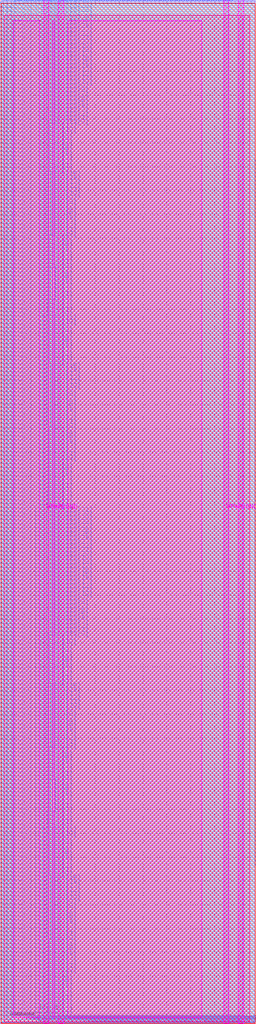
<source format=lef>
VERSION 5.7 ;
  NOWIREEXTENSIONATPIN ON ;
  DIVIDERCHAR "/" ;
  BUSBITCHARS "[]" ;
MACRO IHP_SRAM
  CLASS BLOCK ;
  FOREIGN IHP_SRAM ;
  ORIGIN 0.000 0.000 ;
  SIZE 107.520 BY 430.080 ;
  PIN ADDR_SRAM0
    DIRECTION OUTPUT ;
    USE SIGNAL ;
    ANTENNADIFFAREA 0.677200 ;
    PORT
      LAYER Metal3 ;
        RECT 107.120 122.020 107.520 122.420 ;
    END
  END ADDR_SRAM0
  PIN ADDR_SRAM1
    DIRECTION OUTPUT ;
    USE SIGNAL ;
    ANTENNADIFFAREA 0.677200 ;
    PORT
      LAYER Metal3 ;
        RECT 107.120 123.700 107.520 124.100 ;
    END
  END ADDR_SRAM1
  PIN ADDR_SRAM2
    DIRECTION OUTPUT ;
    USE SIGNAL ;
    ANTENNADIFFAREA 0.677200 ;
    PORT
      LAYER Metal3 ;
        RECT 107.120 125.380 107.520 125.780 ;
    END
  END ADDR_SRAM2
  PIN ADDR_SRAM3
    DIRECTION OUTPUT ;
    USE SIGNAL ;
    ANTENNADIFFAREA 0.677200 ;
    PORT
      LAYER Metal3 ;
        RECT 107.120 127.060 107.520 127.460 ;
    END
  END ADDR_SRAM3
  PIN ADDR_SRAM4
    DIRECTION OUTPUT ;
    USE SIGNAL ;
    ANTENNADIFFAREA 0.677200 ;
    PORT
      LAYER Metal3 ;
        RECT 107.120 128.740 107.520 129.140 ;
    END
  END ADDR_SRAM4
  PIN ADDR_SRAM5
    DIRECTION OUTPUT ;
    USE SIGNAL ;
    ANTENNADIFFAREA 1.135600 ;
    PORT
      LAYER Metal3 ;
        RECT 107.120 130.420 107.520 130.820 ;
    END
  END ADDR_SRAM5
  PIN ADDR_SRAM6
    DIRECTION OUTPUT ;
    USE SIGNAL ;
    ANTENNADIFFAREA 1.135600 ;
    PORT
      LAYER Metal3 ;
        RECT 107.120 132.100 107.520 132.500 ;
    END
  END ADDR_SRAM6
  PIN ADDR_SRAM7
    DIRECTION OUTPUT ;
    USE SIGNAL ;
    ANTENNADIFFAREA 1.135600 ;
    PORT
      LAYER Metal3 ;
        RECT 107.120 133.780 107.520 134.180 ;
    END
  END ADDR_SRAM7
  PIN ADDR_SRAM8
    DIRECTION OUTPUT ;
    USE SIGNAL ;
    ANTENNADIFFAREA 1.135600 ;
    PORT
      LAYER Metal3 ;
        RECT 107.120 135.460 107.520 135.860 ;
    END
  END ADDR_SRAM8
  PIN ADDR_SRAM9
    DIRECTION OUTPUT ;
    USE SIGNAL ;
    ANTENNADIFFAREA 1.135600 ;
    PORT
      LAYER Metal3 ;
        RECT 107.120 137.140 107.520 137.540 ;
    END
  END ADDR_SRAM9
  PIN BM_SRAM0
    DIRECTION OUTPUT ;
    USE SIGNAL ;
    ANTENNADIFFAREA 0.632400 ;
    PORT
      LAYER Metal3 ;
        RECT 107.120 192.580 107.520 192.980 ;
    END
  END BM_SRAM0
  PIN BM_SRAM1
    DIRECTION OUTPUT ;
    USE SIGNAL ;
    ANTENNADIFFAREA 0.632400 ;
    PORT
      LAYER Metal3 ;
        RECT 107.120 194.260 107.520 194.660 ;
    END
  END BM_SRAM1
  PIN BM_SRAM10
    DIRECTION OUTPUT ;
    USE SIGNAL ;
    ANTENNADIFFAREA 0.632400 ;
    PORT
      LAYER Metal3 ;
        RECT 107.120 209.380 107.520 209.780 ;
    END
  END BM_SRAM10
  PIN BM_SRAM11
    DIRECTION OUTPUT ;
    USE SIGNAL ;
    ANTENNADIFFAREA 0.632400 ;
    PORT
      LAYER Metal3 ;
        RECT 107.120 211.060 107.520 211.460 ;
    END
  END BM_SRAM11
  PIN BM_SRAM12
    DIRECTION OUTPUT ;
    USE SIGNAL ;
    ANTENNADIFFAREA 0.632400 ;
    PORT
      LAYER Metal3 ;
        RECT 107.120 212.740 107.520 213.140 ;
    END
  END BM_SRAM12
  PIN BM_SRAM13
    DIRECTION OUTPUT ;
    USE SIGNAL ;
    ANTENNADIFFAREA 0.632400 ;
    PORT
      LAYER Metal3 ;
        RECT 107.120 214.420 107.520 214.820 ;
    END
  END BM_SRAM13
  PIN BM_SRAM14
    DIRECTION OUTPUT ;
    USE SIGNAL ;
    ANTENNADIFFAREA 0.632400 ;
    PORT
      LAYER Metal3 ;
        RECT 107.120 216.100 107.520 216.500 ;
    END
  END BM_SRAM14
  PIN BM_SRAM15
    DIRECTION OUTPUT ;
    USE SIGNAL ;
    ANTENNADIFFAREA 0.632400 ;
    PORT
      LAYER Metal3 ;
        RECT 107.120 217.780 107.520 218.180 ;
    END
  END BM_SRAM15
  PIN BM_SRAM16
    DIRECTION OUTPUT ;
    USE SIGNAL ;
    ANTENNADIFFAREA 0.632400 ;
    PORT
      LAYER Metal3 ;
        RECT 107.120 219.460 107.520 219.860 ;
    END
  END BM_SRAM16
  PIN BM_SRAM17
    DIRECTION OUTPUT ;
    USE SIGNAL ;
    ANTENNADIFFAREA 0.632400 ;
    PORT
      LAYER Metal3 ;
        RECT 107.120 221.140 107.520 221.540 ;
    END
  END BM_SRAM17
  PIN BM_SRAM18
    DIRECTION OUTPUT ;
    USE SIGNAL ;
    ANTENNADIFFAREA 0.632400 ;
    PORT
      LAYER Metal3 ;
        RECT 107.120 222.820 107.520 223.220 ;
    END
  END BM_SRAM18
  PIN BM_SRAM19
    DIRECTION OUTPUT ;
    USE SIGNAL ;
    ANTENNADIFFAREA 0.632400 ;
    PORT
      LAYER Metal3 ;
        RECT 107.120 224.500 107.520 224.900 ;
    END
  END BM_SRAM19
  PIN BM_SRAM2
    DIRECTION OUTPUT ;
    USE SIGNAL ;
    ANTENNADIFFAREA 0.632400 ;
    PORT
      LAYER Metal3 ;
        RECT 107.120 195.940 107.520 196.340 ;
    END
  END BM_SRAM2
  PIN BM_SRAM20
    DIRECTION OUTPUT ;
    USE SIGNAL ;
    ANTENNADIFFAREA 0.632400 ;
    PORT
      LAYER Metal3 ;
        RECT 107.120 226.180 107.520 226.580 ;
    END
  END BM_SRAM20
  PIN BM_SRAM21
    DIRECTION OUTPUT ;
    USE SIGNAL ;
    ANTENNADIFFAREA 0.632400 ;
    PORT
      LAYER Metal3 ;
        RECT 107.120 227.860 107.520 228.260 ;
    END
  END BM_SRAM21
  PIN BM_SRAM22
    DIRECTION OUTPUT ;
    USE SIGNAL ;
    ANTENNADIFFAREA 0.632400 ;
    PORT
      LAYER Metal3 ;
        RECT 107.120 229.540 107.520 229.940 ;
    END
  END BM_SRAM22
  PIN BM_SRAM23
    DIRECTION OUTPUT ;
    USE SIGNAL ;
    ANTENNADIFFAREA 0.632400 ;
    PORT
      LAYER Metal3 ;
        RECT 107.120 231.220 107.520 231.620 ;
    END
  END BM_SRAM23
  PIN BM_SRAM24
    DIRECTION OUTPUT ;
    USE SIGNAL ;
    ANTENNADIFFAREA 0.632400 ;
    PORT
      LAYER Metal3 ;
        RECT 107.120 232.900 107.520 233.300 ;
    END
  END BM_SRAM24
  PIN BM_SRAM25
    DIRECTION OUTPUT ;
    USE SIGNAL ;
    ANTENNADIFFAREA 0.632400 ;
    PORT
      LAYER Metal3 ;
        RECT 107.120 234.580 107.520 234.980 ;
    END
  END BM_SRAM25
  PIN BM_SRAM26
    DIRECTION OUTPUT ;
    USE SIGNAL ;
    ANTENNADIFFAREA 0.632400 ;
    PORT
      LAYER Metal3 ;
        RECT 107.120 236.260 107.520 236.660 ;
    END
  END BM_SRAM26
  PIN BM_SRAM27
    DIRECTION OUTPUT ;
    USE SIGNAL ;
    ANTENNADIFFAREA 0.632400 ;
    PORT
      LAYER Metal3 ;
        RECT 107.120 237.940 107.520 238.340 ;
    END
  END BM_SRAM27
  PIN BM_SRAM28
    DIRECTION OUTPUT ;
    USE SIGNAL ;
    ANTENNADIFFAREA 0.632400 ;
    PORT
      LAYER Metal3 ;
        RECT 107.120 239.620 107.520 240.020 ;
    END
  END BM_SRAM28
  PIN BM_SRAM29
    DIRECTION OUTPUT ;
    USE SIGNAL ;
    ANTENNADIFFAREA 0.632400 ;
    PORT
      LAYER Metal3 ;
        RECT 107.120 241.300 107.520 241.700 ;
    END
  END BM_SRAM29
  PIN BM_SRAM3
    DIRECTION OUTPUT ;
    USE SIGNAL ;
    ANTENNADIFFAREA 0.632400 ;
    PORT
      LAYER Metal3 ;
        RECT 107.120 197.620 107.520 198.020 ;
    END
  END BM_SRAM3
  PIN BM_SRAM30
    DIRECTION OUTPUT ;
    USE SIGNAL ;
    ANTENNADIFFAREA 0.632400 ;
    PORT
      LAYER Metal3 ;
        RECT 107.120 242.980 107.520 243.380 ;
    END
  END BM_SRAM30
  PIN BM_SRAM31
    DIRECTION OUTPUT ;
    USE SIGNAL ;
    ANTENNADIFFAREA 0.632400 ;
    PORT
      LAYER Metal3 ;
        RECT 107.120 244.660 107.520 245.060 ;
    END
  END BM_SRAM31
  PIN BM_SRAM4
    DIRECTION OUTPUT ;
    USE SIGNAL ;
    ANTENNADIFFAREA 0.632400 ;
    PORT
      LAYER Metal3 ;
        RECT 107.120 199.300 107.520 199.700 ;
    END
  END BM_SRAM4
  PIN BM_SRAM5
    DIRECTION OUTPUT ;
    USE SIGNAL ;
    ANTENNADIFFAREA 0.632400 ;
    PORT
      LAYER Metal3 ;
        RECT 107.120 200.980 107.520 201.380 ;
    END
  END BM_SRAM5
  PIN BM_SRAM6
    DIRECTION OUTPUT ;
    USE SIGNAL ;
    ANTENNADIFFAREA 0.632400 ;
    PORT
      LAYER Metal3 ;
        RECT 107.120 202.660 107.520 203.060 ;
    END
  END BM_SRAM6
  PIN BM_SRAM7
    DIRECTION OUTPUT ;
    USE SIGNAL ;
    ANTENNADIFFAREA 0.632400 ;
    PORT
      LAYER Metal3 ;
        RECT 107.120 204.340 107.520 204.740 ;
    END
  END BM_SRAM7
  PIN BM_SRAM8
    DIRECTION OUTPUT ;
    USE SIGNAL ;
    ANTENNADIFFAREA 0.632400 ;
    PORT
      LAYER Metal3 ;
        RECT 107.120 206.020 107.520 206.420 ;
    END
  END BM_SRAM8
  PIN BM_SRAM9
    DIRECTION OUTPUT ;
    USE SIGNAL ;
    ANTENNADIFFAREA 0.632400 ;
    PORT
      LAYER Metal3 ;
        RECT 107.120 207.700 107.520 208.100 ;
    END
  END BM_SRAM9
  PIN CLK_SRAM
    DIRECTION OUTPUT ;
    USE SIGNAL ;
    ANTENNADIFFAREA 0.708600 ;
    PORT
      LAYER Metal3 ;
        RECT 107.120 251.380 107.520 251.780 ;
    END
  END CLK_SRAM
  PIN CONFIGURED_top
    DIRECTION INPUT ;
    USE SIGNAL ;
    ANTENNAGATEAREA 0.279000 ;
    PORT
      LAYER Metal3 ;
        RECT 107.120 120.340 107.520 120.740 ;
    END
  END CONFIGURED_top
  PIN DIN_SRAM0
    DIRECTION OUTPUT ;
    USE SIGNAL ;
    ANTENNADIFFAREA 0.632400 ;
    PORT
      LAYER Metal3 ;
        RECT 107.120 138.820 107.520 139.220 ;
    END
  END DIN_SRAM0
  PIN DIN_SRAM1
    DIRECTION OUTPUT ;
    USE SIGNAL ;
    ANTENNADIFFAREA 0.632400 ;
    PORT
      LAYER Metal3 ;
        RECT 107.120 140.500 107.520 140.900 ;
    END
  END DIN_SRAM1
  PIN DIN_SRAM10
    DIRECTION OUTPUT ;
    USE SIGNAL ;
    ANTENNADIFFAREA 0.632400 ;
    PORT
      LAYER Metal3 ;
        RECT 107.120 155.620 107.520 156.020 ;
    END
  END DIN_SRAM10
  PIN DIN_SRAM11
    DIRECTION OUTPUT ;
    USE SIGNAL ;
    ANTENNADIFFAREA 0.632400 ;
    PORT
      LAYER Metal3 ;
        RECT 107.120 157.300 107.520 157.700 ;
    END
  END DIN_SRAM11
  PIN DIN_SRAM12
    DIRECTION OUTPUT ;
    USE SIGNAL ;
    ANTENNADIFFAREA 0.632400 ;
    PORT
      LAYER Metal3 ;
        RECT 107.120 158.980 107.520 159.380 ;
    END
  END DIN_SRAM12
  PIN DIN_SRAM13
    DIRECTION OUTPUT ;
    USE SIGNAL ;
    ANTENNADIFFAREA 0.632400 ;
    PORT
      LAYER Metal3 ;
        RECT 107.120 160.660 107.520 161.060 ;
    END
  END DIN_SRAM13
  PIN DIN_SRAM14
    DIRECTION OUTPUT ;
    USE SIGNAL ;
    ANTENNADIFFAREA 0.632400 ;
    PORT
      LAYER Metal3 ;
        RECT 107.120 162.340 107.520 162.740 ;
    END
  END DIN_SRAM14
  PIN DIN_SRAM15
    DIRECTION OUTPUT ;
    USE SIGNAL ;
    ANTENNADIFFAREA 0.632400 ;
    PORT
      LAYER Metal3 ;
        RECT 107.120 164.020 107.520 164.420 ;
    END
  END DIN_SRAM15
  PIN DIN_SRAM16
    DIRECTION OUTPUT ;
    USE SIGNAL ;
    ANTENNADIFFAREA 0.632400 ;
    PORT
      LAYER Metal3 ;
        RECT 107.120 165.700 107.520 166.100 ;
    END
  END DIN_SRAM16
  PIN DIN_SRAM17
    DIRECTION OUTPUT ;
    USE SIGNAL ;
    ANTENNADIFFAREA 0.632400 ;
    PORT
      LAYER Metal3 ;
        RECT 107.120 167.380 107.520 167.780 ;
    END
  END DIN_SRAM17
  PIN DIN_SRAM18
    DIRECTION OUTPUT ;
    USE SIGNAL ;
    ANTENNADIFFAREA 0.632400 ;
    PORT
      LAYER Metal3 ;
        RECT 107.120 169.060 107.520 169.460 ;
    END
  END DIN_SRAM18
  PIN DIN_SRAM19
    DIRECTION OUTPUT ;
    USE SIGNAL ;
    ANTENNADIFFAREA 0.632400 ;
    PORT
      LAYER Metal3 ;
        RECT 107.120 170.740 107.520 171.140 ;
    END
  END DIN_SRAM19
  PIN DIN_SRAM2
    DIRECTION OUTPUT ;
    USE SIGNAL ;
    ANTENNADIFFAREA 0.632400 ;
    PORT
      LAYER Metal3 ;
        RECT 107.120 142.180 107.520 142.580 ;
    END
  END DIN_SRAM2
  PIN DIN_SRAM20
    DIRECTION OUTPUT ;
    USE SIGNAL ;
    ANTENNADIFFAREA 0.632400 ;
    PORT
      LAYER Metal3 ;
        RECT 107.120 172.420 107.520 172.820 ;
    END
  END DIN_SRAM20
  PIN DIN_SRAM21
    DIRECTION OUTPUT ;
    USE SIGNAL ;
    ANTENNADIFFAREA 0.632400 ;
    PORT
      LAYER Metal3 ;
        RECT 107.120 174.100 107.520 174.500 ;
    END
  END DIN_SRAM21
  PIN DIN_SRAM22
    DIRECTION OUTPUT ;
    USE SIGNAL ;
    ANTENNADIFFAREA 0.632400 ;
    PORT
      LAYER Metal3 ;
        RECT 107.120 175.780 107.520 176.180 ;
    END
  END DIN_SRAM22
  PIN DIN_SRAM23
    DIRECTION OUTPUT ;
    USE SIGNAL ;
    ANTENNADIFFAREA 0.632400 ;
    PORT
      LAYER Metal3 ;
        RECT 107.120 177.460 107.520 177.860 ;
    END
  END DIN_SRAM23
  PIN DIN_SRAM24
    DIRECTION OUTPUT ;
    USE SIGNAL ;
    ANTENNADIFFAREA 0.632400 ;
    PORT
      LAYER Metal3 ;
        RECT 107.120 179.140 107.520 179.540 ;
    END
  END DIN_SRAM24
  PIN DIN_SRAM25
    DIRECTION OUTPUT ;
    USE SIGNAL ;
    ANTENNADIFFAREA 0.632400 ;
    PORT
      LAYER Metal3 ;
        RECT 107.120 180.820 107.520 181.220 ;
    END
  END DIN_SRAM25
  PIN DIN_SRAM26
    DIRECTION OUTPUT ;
    USE SIGNAL ;
    ANTENNADIFFAREA 0.632400 ;
    PORT
      LAYER Metal3 ;
        RECT 107.120 182.500 107.520 182.900 ;
    END
  END DIN_SRAM26
  PIN DIN_SRAM27
    DIRECTION OUTPUT ;
    USE SIGNAL ;
    ANTENNADIFFAREA 0.632400 ;
    PORT
      LAYER Metal3 ;
        RECT 107.120 184.180 107.520 184.580 ;
    END
  END DIN_SRAM27
  PIN DIN_SRAM28
    DIRECTION OUTPUT ;
    USE SIGNAL ;
    ANTENNADIFFAREA 0.632400 ;
    PORT
      LAYER Metal3 ;
        RECT 107.120 185.860 107.520 186.260 ;
    END
  END DIN_SRAM28
  PIN DIN_SRAM29
    DIRECTION OUTPUT ;
    USE SIGNAL ;
    ANTENNADIFFAREA 0.632400 ;
    PORT
      LAYER Metal3 ;
        RECT 107.120 187.540 107.520 187.940 ;
    END
  END DIN_SRAM29
  PIN DIN_SRAM3
    DIRECTION OUTPUT ;
    USE SIGNAL ;
    ANTENNADIFFAREA 0.632400 ;
    PORT
      LAYER Metal3 ;
        RECT 107.120 143.860 107.520 144.260 ;
    END
  END DIN_SRAM3
  PIN DIN_SRAM30
    DIRECTION OUTPUT ;
    USE SIGNAL ;
    ANTENNADIFFAREA 0.632400 ;
    PORT
      LAYER Metal3 ;
        RECT 107.120 189.220 107.520 189.620 ;
    END
  END DIN_SRAM30
  PIN DIN_SRAM31
    DIRECTION OUTPUT ;
    USE SIGNAL ;
    ANTENNADIFFAREA 0.632400 ;
    PORT
      LAYER Metal3 ;
        RECT 107.120 190.900 107.520 191.300 ;
    END
  END DIN_SRAM31
  PIN DIN_SRAM4
    DIRECTION OUTPUT ;
    USE SIGNAL ;
    ANTENNADIFFAREA 0.632400 ;
    PORT
      LAYER Metal3 ;
        RECT 107.120 145.540 107.520 145.940 ;
    END
  END DIN_SRAM4
  PIN DIN_SRAM5
    DIRECTION OUTPUT ;
    USE SIGNAL ;
    ANTENNADIFFAREA 0.632400 ;
    PORT
      LAYER Metal3 ;
        RECT 107.120 147.220 107.520 147.620 ;
    END
  END DIN_SRAM5
  PIN DIN_SRAM6
    DIRECTION OUTPUT ;
    USE SIGNAL ;
    ANTENNADIFFAREA 0.632400 ;
    PORT
      LAYER Metal3 ;
        RECT 107.120 148.900 107.520 149.300 ;
    END
  END DIN_SRAM6
  PIN DIN_SRAM7
    DIRECTION OUTPUT ;
    USE SIGNAL ;
    ANTENNADIFFAREA 0.632400 ;
    PORT
      LAYER Metal3 ;
        RECT 107.120 150.580 107.520 150.980 ;
    END
  END DIN_SRAM7
  PIN DIN_SRAM8
    DIRECTION OUTPUT ;
    USE SIGNAL ;
    ANTENNADIFFAREA 0.632400 ;
    PORT
      LAYER Metal3 ;
        RECT 107.120 152.260 107.520 152.660 ;
    END
  END DIN_SRAM8
  PIN DIN_SRAM9
    DIRECTION OUTPUT ;
    USE SIGNAL ;
    ANTENNADIFFAREA 0.632400 ;
    PORT
      LAYER Metal3 ;
        RECT 107.120 153.940 107.520 154.340 ;
    END
  END DIN_SRAM9
  PIN DOUT_SRAM0
    DIRECTION INPUT ;
    USE SIGNAL ;
    ANTENNAGATEAREA 1.279200 ;
    PORT
      LAYER Metal3 ;
        RECT 107.120 66.580 107.520 66.980 ;
    END
  END DOUT_SRAM0
  PIN DOUT_SRAM1
    DIRECTION INPUT ;
    USE SIGNAL ;
    ANTENNAGATEAREA 1.279200 ;
    PORT
      LAYER Metal3 ;
        RECT 107.120 68.260 107.520 68.660 ;
    END
  END DOUT_SRAM1
  PIN DOUT_SRAM10
    DIRECTION INPUT ;
    USE SIGNAL ;
    ANTENNAGATEAREA 0.852800 ;
    PORT
      LAYER Metal3 ;
        RECT 107.120 83.380 107.520 83.780 ;
    END
  END DOUT_SRAM10
  PIN DOUT_SRAM11
    DIRECTION INPUT ;
    USE SIGNAL ;
    ANTENNAGATEAREA 0.852800 ;
    PORT
      LAYER Metal3 ;
        RECT 107.120 85.060 107.520 85.460 ;
    END
  END DOUT_SRAM11
  PIN DOUT_SRAM12
    DIRECTION INPUT ;
    USE SIGNAL ;
    ANTENNAGATEAREA 0.852800 ;
    PORT
      LAYER Metal3 ;
        RECT 107.120 86.740 107.520 87.140 ;
    END
  END DOUT_SRAM12
  PIN DOUT_SRAM13
    DIRECTION INPUT ;
    USE SIGNAL ;
    ANTENNAGATEAREA 0.852800 ;
    PORT
      LAYER Metal3 ;
        RECT 107.120 88.420 107.520 88.820 ;
    END
  END DOUT_SRAM13
  PIN DOUT_SRAM14
    DIRECTION INPUT ;
    USE SIGNAL ;
    ANTENNAGATEAREA 0.852800 ;
    PORT
      LAYER Metal3 ;
        RECT 107.120 90.100 107.520 90.500 ;
    END
  END DOUT_SRAM14
  PIN DOUT_SRAM15
    DIRECTION INPUT ;
    USE SIGNAL ;
    ANTENNAGATEAREA 0.852800 ;
    PORT
      LAYER Metal3 ;
        RECT 107.120 91.780 107.520 92.180 ;
    END
  END DOUT_SRAM15
  PIN DOUT_SRAM16
    DIRECTION INPUT ;
    USE SIGNAL ;
    ANTENNAGATEAREA 1.279200 ;
    PORT
      LAYER Metal3 ;
        RECT 107.120 93.460 107.520 93.860 ;
    END
  END DOUT_SRAM16
  PIN DOUT_SRAM17
    DIRECTION INPUT ;
    USE SIGNAL ;
    ANTENNAGATEAREA 1.279200 ;
    PORT
      LAYER Metal3 ;
        RECT 107.120 95.140 107.520 95.540 ;
    END
  END DOUT_SRAM17
  PIN DOUT_SRAM18
    DIRECTION INPUT ;
    USE SIGNAL ;
    ANTENNAGATEAREA 1.279200 ;
    PORT
      LAYER Metal3 ;
        RECT 107.120 96.820 107.520 97.220 ;
    END
  END DOUT_SRAM18
  PIN DOUT_SRAM19
    DIRECTION INPUT ;
    USE SIGNAL ;
    ANTENNAGATEAREA 1.279200 ;
    PORT
      LAYER Metal3 ;
        RECT 107.120 98.500 107.520 98.900 ;
    END
  END DOUT_SRAM19
  PIN DOUT_SRAM2
    DIRECTION INPUT ;
    USE SIGNAL ;
    ANTENNAGATEAREA 1.279200 ;
    PORT
      LAYER Metal3 ;
        RECT 107.120 69.940 107.520 70.340 ;
    END
  END DOUT_SRAM2
  PIN DOUT_SRAM20
    DIRECTION INPUT ;
    USE SIGNAL ;
    ANTENNAGATEAREA 1.279200 ;
    PORT
      LAYER Metal3 ;
        RECT 107.120 100.180 107.520 100.580 ;
    END
  END DOUT_SRAM20
  PIN DOUT_SRAM21
    DIRECTION INPUT ;
    USE SIGNAL ;
    ANTENNAGATEAREA 1.279200 ;
    PORT
      LAYER Metal3 ;
        RECT 107.120 101.860 107.520 102.260 ;
    END
  END DOUT_SRAM21
  PIN DOUT_SRAM22
    DIRECTION INPUT ;
    USE SIGNAL ;
    ANTENNAGATEAREA 1.279200 ;
    PORT
      LAYER Metal3 ;
        RECT 107.120 103.540 107.520 103.940 ;
    END
  END DOUT_SRAM22
  PIN DOUT_SRAM23
    DIRECTION INPUT ;
    USE SIGNAL ;
    ANTENNAGATEAREA 1.279200 ;
    PORT
      LAYER Metal3 ;
        RECT 107.120 105.220 107.520 105.620 ;
    END
  END DOUT_SRAM23
  PIN DOUT_SRAM24
    DIRECTION INPUT ;
    USE SIGNAL ;
    ANTENNAGATEAREA 1.066000 ;
    PORT
      LAYER Metal3 ;
        RECT 107.120 106.900 107.520 107.300 ;
    END
  END DOUT_SRAM24
  PIN DOUT_SRAM25
    DIRECTION INPUT ;
    USE SIGNAL ;
    ANTENNAGATEAREA 0.639600 ;
    PORT
      LAYER Metal3 ;
        RECT 107.120 108.580 107.520 108.980 ;
    END
  END DOUT_SRAM25
  PIN DOUT_SRAM26
    DIRECTION INPUT ;
    USE SIGNAL ;
    ANTENNAGATEAREA 0.852800 ;
    PORT
      LAYER Metal3 ;
        RECT 107.120 110.260 107.520 110.660 ;
    END
  END DOUT_SRAM26
  PIN DOUT_SRAM27
    DIRECTION INPUT ;
    USE SIGNAL ;
    ANTENNAGATEAREA 0.852800 ;
    PORT
      LAYER Metal3 ;
        RECT 107.120 111.940 107.520 112.340 ;
    END
  END DOUT_SRAM27
  PIN DOUT_SRAM28
    DIRECTION INPUT ;
    USE SIGNAL ;
    ANTENNAGATEAREA 0.852800 ;
    PORT
      LAYER Metal3 ;
        RECT 107.120 113.620 107.520 114.020 ;
    END
  END DOUT_SRAM28
  PIN DOUT_SRAM29
    DIRECTION INPUT ;
    USE SIGNAL ;
    ANTENNAGATEAREA 0.852800 ;
    PORT
      LAYER Metal3 ;
        RECT 107.120 115.300 107.520 115.700 ;
    END
  END DOUT_SRAM29
  PIN DOUT_SRAM3
    DIRECTION INPUT ;
    USE SIGNAL ;
    ANTENNAGATEAREA 1.279200 ;
    PORT
      LAYER Metal3 ;
        RECT 107.120 71.620 107.520 72.020 ;
    END
  END DOUT_SRAM3
  PIN DOUT_SRAM30
    DIRECTION INPUT ;
    USE SIGNAL ;
    ANTENNAGATEAREA 0.852800 ;
    PORT
      LAYER Metal3 ;
        RECT 107.120 116.980 107.520 117.380 ;
    END
  END DOUT_SRAM30
  PIN DOUT_SRAM31
    DIRECTION INPUT ;
    USE SIGNAL ;
    ANTENNAGATEAREA 0.852800 ;
    PORT
      LAYER Metal3 ;
        RECT 107.120 118.660 107.520 119.060 ;
    END
  END DOUT_SRAM31
  PIN DOUT_SRAM4
    DIRECTION INPUT ;
    USE SIGNAL ;
    ANTENNAGATEAREA 1.279200 ;
    PORT
      LAYER Metal3 ;
        RECT 107.120 73.300 107.520 73.700 ;
    END
  END DOUT_SRAM4
  PIN DOUT_SRAM5
    DIRECTION INPUT ;
    USE SIGNAL ;
    ANTENNAGATEAREA 1.279200 ;
    PORT
      LAYER Metal3 ;
        RECT 107.120 74.980 107.520 75.380 ;
    END
  END DOUT_SRAM5
  PIN DOUT_SRAM6
    DIRECTION INPUT ;
    USE SIGNAL ;
    ANTENNAGATEAREA 1.279200 ;
    PORT
      LAYER Metal3 ;
        RECT 107.120 76.660 107.520 77.060 ;
    END
  END DOUT_SRAM6
  PIN DOUT_SRAM7
    DIRECTION INPUT ;
    USE SIGNAL ;
    ANTENNAGATEAREA 1.279200 ;
    PORT
      LAYER Metal3 ;
        RECT 107.120 78.340 107.520 78.740 ;
    END
  END DOUT_SRAM7
  PIN DOUT_SRAM8
    DIRECTION INPUT ;
    USE SIGNAL ;
    ANTENNAGATEAREA 0.852800 ;
    PORT
      LAYER Metal3 ;
        RECT 107.120 80.020 107.520 80.420 ;
    END
  END DOUT_SRAM8
  PIN DOUT_SRAM9
    DIRECTION INPUT ;
    USE SIGNAL ;
    ANTENNAGATEAREA 0.852800 ;
    PORT
      LAYER Metal3 ;
        RECT 107.120 81.700 107.520 82.100 ;
    END
  END DOUT_SRAM9
  PIN MEN_SRAM
    DIRECTION OUTPUT ;
    USE SIGNAL ;
    ANTENNADIFFAREA 0.662000 ;
    PORT
      LAYER Metal3 ;
        RECT 107.120 248.020 107.520 248.420 ;
    END
  END MEN_SRAM
  PIN REN_SRAM
    DIRECTION OUTPUT ;
    USE SIGNAL ;
    ANTENNADIFFAREA 0.677200 ;
    PORT
      LAYER Metal3 ;
        RECT 107.120 249.700 107.520 250.100 ;
    END
  END REN_SRAM
  PIN TIE_HIGH_SRAM
    DIRECTION OUTPUT ;
    USE SIGNAL ;
    ANTENNADIFFAREA 0.392700 ;
    PORT
      LAYER Metal3 ;
        RECT 107.120 253.060 107.520 253.460 ;
    END
  END TIE_HIGH_SRAM
  PIN TIE_LOW_SRAM
    DIRECTION OUTPUT ;
    USE SIGNAL ;
    ANTENNADIFFAREA 0.299200 ;
    PORT
      LAYER Metal3 ;
        RECT 107.120 254.740 107.520 255.140 ;
    END
  END TIE_LOW_SRAM
  PIN Tile_X0Y0_E1END[0]
    DIRECTION INPUT ;
    USE SIGNAL ;
    ANTENNAGATEAREA 1.492400 ;
    PORT
      LAYER Metal3 ;
        RECT 0.000 295.900 0.400 296.300 ;
    END
  END Tile_X0Y0_E1END[0]
  PIN Tile_X0Y0_E1END[1]
    DIRECTION INPUT ;
    USE SIGNAL ;
    ANTENNAGATEAREA 1.492400 ;
    PORT
      LAYER Metal3 ;
        RECT 0.000 297.580 0.400 297.980 ;
    END
  END Tile_X0Y0_E1END[1]
  PIN Tile_X0Y0_E1END[2]
    DIRECTION INPUT ;
    USE SIGNAL ;
    ANTENNAGATEAREA 1.492400 ;
    PORT
      LAYER Metal3 ;
        RECT 0.000 299.260 0.400 299.660 ;
    END
  END Tile_X0Y0_E1END[2]
  PIN Tile_X0Y0_E1END[3]
    DIRECTION INPUT ;
    USE SIGNAL ;
    ANTENNAGATEAREA 1.492400 ;
    PORT
      LAYER Metal3 ;
        RECT 0.000 300.940 0.400 301.340 ;
    END
  END Tile_X0Y0_E1END[3]
  PIN Tile_X0Y0_E2END[0]
    DIRECTION INPUT ;
    USE SIGNAL ;
    ANTENNAGATEAREA 0.668200 ;
    PORT
      LAYER Metal3 ;
        RECT 0.000 316.060 0.400 316.460 ;
    END
  END Tile_X0Y0_E2END[0]
  PIN Tile_X0Y0_E2END[1]
    DIRECTION INPUT ;
    USE SIGNAL ;
    ANTENNAGATEAREA 0.668200 ;
    PORT
      LAYER Metal3 ;
        RECT 0.000 317.740 0.400 318.140 ;
    END
  END Tile_X0Y0_E2END[1]
  PIN Tile_X0Y0_E2END[2]
    DIRECTION INPUT ;
    USE SIGNAL ;
    ANTENNAGATEAREA 0.668200 ;
    PORT
      LAYER Metal3 ;
        RECT 0.000 319.420 0.400 319.820 ;
    END
  END Tile_X0Y0_E2END[2]
  PIN Tile_X0Y0_E2END[3]
    DIRECTION INPUT ;
    USE SIGNAL ;
    ANTENNAGATEAREA 0.668200 ;
    PORT
      LAYER Metal3 ;
        RECT 0.000 321.100 0.400 321.500 ;
    END
  END Tile_X0Y0_E2END[3]
  PIN Tile_X0Y0_E2END[4]
    DIRECTION INPUT ;
    USE SIGNAL ;
    ANTENNAGATEAREA 0.668200 ;
    PORT
      LAYER Metal3 ;
        RECT 0.000 322.780 0.400 323.180 ;
    END
  END Tile_X0Y0_E2END[4]
  PIN Tile_X0Y0_E2END[5]
    DIRECTION INPUT ;
    USE SIGNAL ;
    ANTENNAGATEAREA 0.426400 ;
    PORT
      LAYER Metal3 ;
        RECT 0.000 324.460 0.400 324.860 ;
    END
  END Tile_X0Y0_E2END[5]
  PIN Tile_X0Y0_E2END[6]
    DIRECTION INPUT ;
    USE SIGNAL ;
    ANTENNAGATEAREA 0.426400 ;
    PORT
      LAYER Metal3 ;
        RECT 0.000 326.140 0.400 326.540 ;
    END
  END Tile_X0Y0_E2END[6]
  PIN Tile_X0Y0_E2END[7]
    DIRECTION INPUT ;
    USE SIGNAL ;
    ANTENNAGATEAREA 0.426400 ;
    PORT
      LAYER Metal3 ;
        RECT 0.000 327.820 0.400 328.220 ;
    END
  END Tile_X0Y0_E2END[7]
  PIN Tile_X0Y0_E2MID[0]
    DIRECTION INPUT ;
    USE SIGNAL ;
    ANTENNAGATEAREA 0.672100 ;
    PORT
      LAYER Metal3 ;
        RECT 0.000 302.620 0.400 303.020 ;
    END
  END Tile_X0Y0_E2MID[0]
  PIN Tile_X0Y0_E2MID[1]
    DIRECTION INPUT ;
    USE SIGNAL ;
    ANTENNAGATEAREA 0.672100 ;
    PORT
      LAYER Metal3 ;
        RECT 0.000 304.300 0.400 304.700 ;
    END
  END Tile_X0Y0_E2MID[1]
  PIN Tile_X0Y0_E2MID[2]
    DIRECTION INPUT ;
    USE SIGNAL ;
    ANTENNAGATEAREA 0.672100 ;
    PORT
      LAYER Metal3 ;
        RECT 0.000 305.980 0.400 306.380 ;
    END
  END Tile_X0Y0_E2MID[2]
  PIN Tile_X0Y0_E2MID[3]
    DIRECTION INPUT ;
    USE SIGNAL ;
    ANTENNAGATEAREA 0.672100 ;
    PORT
      LAYER Metal3 ;
        RECT 0.000 307.660 0.400 308.060 ;
    END
  END Tile_X0Y0_E2MID[3]
  PIN Tile_X0Y0_E2MID[4]
    DIRECTION INPUT ;
    USE SIGNAL ;
    ANTENNAGATEAREA 0.672100 ;
    PORT
      LAYER Metal3 ;
        RECT 0.000 309.340 0.400 309.740 ;
    END
  END Tile_X0Y0_E2MID[4]
  PIN Tile_X0Y0_E2MID[5]
    DIRECTION INPUT ;
    USE SIGNAL ;
    ANTENNAGATEAREA 0.426400 ;
    PORT
      LAYER Metal3 ;
        RECT 0.000 311.020 0.400 311.420 ;
    END
  END Tile_X0Y0_E2MID[5]
  PIN Tile_X0Y0_E2MID[6]
    DIRECTION INPUT ;
    USE SIGNAL ;
    ANTENNAGATEAREA 0.426400 ;
    PORT
      LAYER Metal3 ;
        RECT 0.000 312.700 0.400 313.100 ;
    END
  END Tile_X0Y0_E2MID[6]
  PIN Tile_X0Y0_E2MID[7]
    DIRECTION INPUT ;
    USE SIGNAL ;
    ANTENNAGATEAREA 0.426400 ;
    PORT
      LAYER Metal3 ;
        RECT 0.000 314.380 0.400 314.780 ;
    END
  END Tile_X0Y0_E2MID[7]
  PIN Tile_X0Y0_E6END[0]
    DIRECTION INPUT ;
    USE SIGNAL ;
    ANTENNAGATEAREA 0.881400 ;
    PORT
      LAYER Metal3 ;
        RECT 0.000 356.380 0.400 356.780 ;
    END
  END Tile_X0Y0_E6END[0]
  PIN Tile_X0Y0_E6END[10]
    DIRECTION INPUT ;
    USE SIGNAL ;
    ANTENNAGATEAREA 1.066000 ;
    PORT
      LAYER Metal3 ;
        RECT 0.000 373.180 0.400 373.580 ;
    END
  END Tile_X0Y0_E6END[10]
  PIN Tile_X0Y0_E6END[11]
    DIRECTION INPUT ;
    USE SIGNAL ;
    ANTENNAGATEAREA 1.066000 ;
    PORT
      LAYER Metal3 ;
        RECT 0.000 374.860 0.400 375.260 ;
    END
  END Tile_X0Y0_E6END[11]
  PIN Tile_X0Y0_E6END[1]
    DIRECTION INPUT ;
    USE SIGNAL ;
    ANTENNAGATEAREA 0.881400 ;
    PORT
      LAYER Metal3 ;
        RECT 0.000 358.060 0.400 358.460 ;
    END
  END Tile_X0Y0_E6END[1]
  PIN Tile_X0Y0_E6END[2]
    DIRECTION INPUT ;
    USE SIGNAL ;
    ANTENNAGATEAREA 0.881400 ;
    PORT
      LAYER Metal3 ;
        RECT 0.000 359.740 0.400 360.140 ;
    END
  END Tile_X0Y0_E6END[2]
  PIN Tile_X0Y0_E6END[3]
    DIRECTION INPUT ;
    USE SIGNAL ;
    ANTENNAGATEAREA 0.881400 ;
    PORT
      LAYER Metal3 ;
        RECT 0.000 361.420 0.400 361.820 ;
    END
  END Tile_X0Y0_E6END[3]
  PIN Tile_X0Y0_E6END[4]
    DIRECTION INPUT ;
    USE SIGNAL ;
    ANTENNAGATEAREA 1.066000 ;
    PORT
      LAYER Metal3 ;
        RECT 0.000 363.100 0.400 363.500 ;
    END
  END Tile_X0Y0_E6END[4]
  PIN Tile_X0Y0_E6END[5]
    DIRECTION INPUT ;
    USE SIGNAL ;
    ANTENNAGATEAREA 1.066000 ;
    PORT
      LAYER Metal3 ;
        RECT 0.000 364.780 0.400 365.180 ;
    END
  END Tile_X0Y0_E6END[5]
  PIN Tile_X0Y0_E6END[6]
    DIRECTION INPUT ;
    USE SIGNAL ;
    ANTENNAGATEAREA 1.066000 ;
    PORT
      LAYER Metal3 ;
        RECT 0.000 366.460 0.400 366.860 ;
    END
  END Tile_X0Y0_E6END[6]
  PIN Tile_X0Y0_E6END[7]
    DIRECTION INPUT ;
    USE SIGNAL ;
    ANTENNAGATEAREA 1.066000 ;
    PORT
      LAYER Metal3 ;
        RECT 0.000 368.140 0.400 368.540 ;
    END
  END Tile_X0Y0_E6END[7]
  PIN Tile_X0Y0_E6END[8]
    DIRECTION INPUT ;
    USE SIGNAL ;
    ANTENNAGATEAREA 1.066000 ;
    PORT
      LAYER Metal3 ;
        RECT 0.000 369.820 0.400 370.220 ;
    END
  END Tile_X0Y0_E6END[8]
  PIN Tile_X0Y0_E6END[9]
    DIRECTION INPUT ;
    USE SIGNAL ;
    ANTENNAGATEAREA 1.066000 ;
    PORT
      LAYER Metal3 ;
        RECT 0.000 371.500 0.400 371.900 ;
    END
  END Tile_X0Y0_E6END[9]
  PIN Tile_X0Y0_EE4END[0]
    DIRECTION INPUT ;
    USE SIGNAL ;
    ANTENNAGATEAREA 1.066000 ;
    PORT
      LAYER Metal3 ;
        RECT 0.000 329.500 0.400 329.900 ;
    END
  END Tile_X0Y0_EE4END[0]
  PIN Tile_X0Y0_EE4END[10]
    DIRECTION INPUT ;
    USE SIGNAL ;
    ANTENNAGATEAREA 0.852800 ;
    PORT
      LAYER Metal3 ;
        RECT 0.000 346.300 0.400 346.700 ;
    END
  END Tile_X0Y0_EE4END[10]
  PIN Tile_X0Y0_EE4END[11]
    DIRECTION INPUT ;
    USE SIGNAL ;
    ANTENNAGATEAREA 0.852800 ;
    PORT
      LAYER Metal3 ;
        RECT 0.000 347.980 0.400 348.380 ;
    END
  END Tile_X0Y0_EE4END[11]
  PIN Tile_X0Y0_EE4END[12]
    DIRECTION INPUT ;
    USE SIGNAL ;
    ANTENNAGATEAREA 1.066000 ;
    PORT
      LAYER Metal3 ;
        RECT 0.000 349.660 0.400 350.060 ;
    END
  END Tile_X0Y0_EE4END[12]
  PIN Tile_X0Y0_EE4END[13]
    DIRECTION INPUT ;
    USE SIGNAL ;
    ANTENNAGATEAREA 1.066000 ;
    PORT
      LAYER Metal3 ;
        RECT 0.000 351.340 0.400 351.740 ;
    END
  END Tile_X0Y0_EE4END[13]
  PIN Tile_X0Y0_EE4END[14]
    DIRECTION INPUT ;
    USE SIGNAL ;
    ANTENNAGATEAREA 1.066000 ;
    PORT
      LAYER Metal3 ;
        RECT 0.000 353.020 0.400 353.420 ;
    END
  END Tile_X0Y0_EE4END[14]
  PIN Tile_X0Y0_EE4END[15]
    DIRECTION INPUT ;
    USE SIGNAL ;
    ANTENNAGATEAREA 1.066000 ;
    PORT
      LAYER Metal3 ;
        RECT 0.000 354.700 0.400 355.100 ;
    END
  END Tile_X0Y0_EE4END[15]
  PIN Tile_X0Y0_EE4END[1]
    DIRECTION INPUT ;
    USE SIGNAL ;
    ANTENNAGATEAREA 1.066000 ;
    PORT
      LAYER Metal3 ;
        RECT 0.000 331.180 0.400 331.580 ;
    END
  END Tile_X0Y0_EE4END[1]
  PIN Tile_X0Y0_EE4END[2]
    DIRECTION INPUT ;
    USE SIGNAL ;
    ANTENNAGATEAREA 1.066000 ;
    PORT
      LAYER Metal3 ;
        RECT 0.000 332.860 0.400 333.260 ;
    END
  END Tile_X0Y0_EE4END[2]
  PIN Tile_X0Y0_EE4END[3]
    DIRECTION INPUT ;
    USE SIGNAL ;
    ANTENNAGATEAREA 1.066000 ;
    PORT
      LAYER Metal3 ;
        RECT 0.000 334.540 0.400 334.940 ;
    END
  END Tile_X0Y0_EE4END[3]
  PIN Tile_X0Y0_EE4END[4]
    DIRECTION INPUT ;
    USE SIGNAL ;
    ANTENNAGATEAREA 0.852800 ;
    PORT
      LAYER Metal3 ;
        RECT 0.000 336.220 0.400 336.620 ;
    END
  END Tile_X0Y0_EE4END[4]
  PIN Tile_X0Y0_EE4END[5]
    DIRECTION INPUT ;
    USE SIGNAL ;
    ANTENNAGATEAREA 0.852800 ;
    PORT
      LAYER Metal3 ;
        RECT 0.000 337.900 0.400 338.300 ;
    END
  END Tile_X0Y0_EE4END[5]
  PIN Tile_X0Y0_EE4END[6]
    DIRECTION INPUT ;
    USE SIGNAL ;
    ANTENNAGATEAREA 0.852800 ;
    PORT
      LAYER Metal3 ;
        RECT 0.000 339.580 0.400 339.980 ;
    END
  END Tile_X0Y0_EE4END[6]
  PIN Tile_X0Y0_EE4END[7]
    DIRECTION INPUT ;
    USE SIGNAL ;
    ANTENNAGATEAREA 0.852800 ;
    PORT
      LAYER Metal3 ;
        RECT 0.000 341.260 0.400 341.660 ;
    END
  END Tile_X0Y0_EE4END[7]
  PIN Tile_X0Y0_EE4END[8]
    DIRECTION INPUT ;
    USE SIGNAL ;
    ANTENNAGATEAREA 0.852800 ;
    PORT
      LAYER Metal3 ;
        RECT 0.000 342.940 0.400 343.340 ;
    END
  END Tile_X0Y0_EE4END[8]
  PIN Tile_X0Y0_EE4END[9]
    DIRECTION INPUT ;
    USE SIGNAL ;
    ANTENNAGATEAREA 0.852800 ;
    PORT
      LAYER Metal3 ;
        RECT 0.000 344.620 0.400 345.020 ;
    END
  END Tile_X0Y0_EE4END[9]
  PIN Tile_X0Y0_FrameData[0]
    DIRECTION INPUT ;
    USE SIGNAL ;
    ANTENNAGATEAREA 1.807000 ;
    PORT
      LAYER Metal3 ;
        RECT 0.000 376.540 0.400 376.940 ;
    END
  END Tile_X0Y0_FrameData[0]
  PIN Tile_X0Y0_FrameData[10]
    DIRECTION INPUT ;
    USE SIGNAL ;
    ANTENNAGATEAREA 1.807000 ;
    PORT
      LAYER Metal3 ;
        RECT 0.000 393.340 0.400 393.740 ;
    END
  END Tile_X0Y0_FrameData[10]
  PIN Tile_X0Y0_FrameData[11]
    DIRECTION INPUT ;
    USE SIGNAL ;
    ANTENNAGATEAREA 1.807000 ;
    PORT
      LAYER Metal3 ;
        RECT 0.000 395.020 0.400 395.420 ;
    END
  END Tile_X0Y0_FrameData[11]
  PIN Tile_X0Y0_FrameData[12]
    DIRECTION INPUT ;
    USE SIGNAL ;
    ANTENNAGATEAREA 1.807000 ;
    PORT
      LAYER Metal3 ;
        RECT 0.000 396.700 0.400 397.100 ;
    END
  END Tile_X0Y0_FrameData[12]
  PIN Tile_X0Y0_FrameData[13]
    DIRECTION INPUT ;
    USE SIGNAL ;
    ANTENNAGATEAREA 1.807000 ;
    PORT
      LAYER Metal3 ;
        RECT 0.000 398.380 0.400 398.780 ;
    END
  END Tile_X0Y0_FrameData[13]
  PIN Tile_X0Y0_FrameData[14]
    DIRECTION INPUT ;
    USE SIGNAL ;
    ANTENNAGATEAREA 1.807000 ;
    PORT
      LAYER Metal3 ;
        RECT 0.000 400.060 0.400 400.460 ;
    END
  END Tile_X0Y0_FrameData[14]
  PIN Tile_X0Y0_FrameData[15]
    DIRECTION INPUT ;
    USE SIGNAL ;
    ANTENNAGATEAREA 1.807000 ;
    PORT
      LAYER Metal3 ;
        RECT 0.000 401.740 0.400 402.140 ;
    END
  END Tile_X0Y0_FrameData[15]
  PIN Tile_X0Y0_FrameData[16]
    DIRECTION INPUT ;
    USE SIGNAL ;
    ANTENNAGATEAREA 1.807000 ;
    PORT
      LAYER Metal3 ;
        RECT 0.000 403.420 0.400 403.820 ;
    END
  END Tile_X0Y0_FrameData[16]
  PIN Tile_X0Y0_FrameData[17]
    DIRECTION INPUT ;
    USE SIGNAL ;
    ANTENNAGATEAREA 1.807000 ;
    PORT
      LAYER Metal3 ;
        RECT 0.000 405.100 0.400 405.500 ;
    END
  END Tile_X0Y0_FrameData[17]
  PIN Tile_X0Y0_FrameData[18]
    DIRECTION INPUT ;
    USE SIGNAL ;
    ANTENNAGATEAREA 1.807000 ;
    PORT
      LAYER Metal3 ;
        RECT 0.000 406.780 0.400 407.180 ;
    END
  END Tile_X0Y0_FrameData[18]
  PIN Tile_X0Y0_FrameData[19]
    DIRECTION INPUT ;
    USE SIGNAL ;
    ANTENNAGATEAREA 1.807000 ;
    PORT
      LAYER Metal3 ;
        RECT 0.000 408.460 0.400 408.860 ;
    END
  END Tile_X0Y0_FrameData[19]
  PIN Tile_X0Y0_FrameData[1]
    DIRECTION INPUT ;
    USE SIGNAL ;
    ANTENNAGATEAREA 1.807000 ;
    PORT
      LAYER Metal3 ;
        RECT 0.000 378.220 0.400 378.620 ;
    END
  END Tile_X0Y0_FrameData[1]
  PIN Tile_X0Y0_FrameData[20]
    DIRECTION INPUT ;
    USE SIGNAL ;
    ANTENNAGATEAREA 1.807000 ;
    PORT
      LAYER Metal3 ;
        RECT 0.000 410.140 0.400 410.540 ;
    END
  END Tile_X0Y0_FrameData[20]
  PIN Tile_X0Y0_FrameData[21]
    DIRECTION INPUT ;
    USE SIGNAL ;
    ANTENNAGATEAREA 1.807000 ;
    PORT
      LAYER Metal3 ;
        RECT 0.000 411.820 0.400 412.220 ;
    END
  END Tile_X0Y0_FrameData[21]
  PIN Tile_X0Y0_FrameData[22]
    DIRECTION INPUT ;
    USE SIGNAL ;
    ANTENNAGATEAREA 1.987700 ;
    PORT
      LAYER Metal3 ;
        RECT 0.000 413.500 0.400 413.900 ;
    END
  END Tile_X0Y0_FrameData[22]
  PIN Tile_X0Y0_FrameData[23]
    DIRECTION INPUT ;
    USE SIGNAL ;
    ANTENNAGATEAREA 1.987700 ;
    PORT
      LAYER Metal3 ;
        RECT 0.000 415.180 0.400 415.580 ;
    END
  END Tile_X0Y0_FrameData[23]
  PIN Tile_X0Y0_FrameData[24]
    DIRECTION INPUT ;
    USE SIGNAL ;
    ANTENNAGATEAREA 1.987700 ;
    PORT
      LAYER Metal3 ;
        RECT 0.000 416.860 0.400 417.260 ;
    END
  END Tile_X0Y0_FrameData[24]
  PIN Tile_X0Y0_FrameData[25]
    DIRECTION INPUT ;
    USE SIGNAL ;
    ANTENNAGATEAREA 1.987700 ;
    PORT
      LAYER Metal3 ;
        RECT 0.000 418.540 0.400 418.940 ;
    END
  END Tile_X0Y0_FrameData[25]
  PIN Tile_X0Y0_FrameData[26]
    DIRECTION INPUT ;
    USE SIGNAL ;
    ANTENNAGATEAREA 1.987700 ;
    PORT
      LAYER Metal3 ;
        RECT 0.000 420.220 0.400 420.620 ;
    END
  END Tile_X0Y0_FrameData[26]
  PIN Tile_X0Y0_FrameData[27]
    DIRECTION INPUT ;
    USE SIGNAL ;
    ANTENNAGATEAREA 1.987700 ;
    PORT
      LAYER Metal3 ;
        RECT 0.000 421.900 0.400 422.300 ;
    END
  END Tile_X0Y0_FrameData[27]
  PIN Tile_X0Y0_FrameData[28]
    DIRECTION INPUT ;
    USE SIGNAL ;
    ANTENNAGATEAREA 1.987700 ;
    PORT
      LAYER Metal3 ;
        RECT 0.000 423.580 0.400 423.980 ;
    END
  END Tile_X0Y0_FrameData[28]
  PIN Tile_X0Y0_FrameData[29]
    DIRECTION INPUT ;
    USE SIGNAL ;
    ANTENNAGATEAREA 1.987700 ;
    PORT
      LAYER Metal3 ;
        RECT 0.000 425.260 0.400 425.660 ;
    END
  END Tile_X0Y0_FrameData[29]
  PIN Tile_X0Y0_FrameData[2]
    DIRECTION INPUT ;
    USE SIGNAL ;
    ANTENNAGATEAREA 1.807000 ;
    PORT
      LAYER Metal3 ;
        RECT 0.000 379.900 0.400 380.300 ;
    END
  END Tile_X0Y0_FrameData[2]
  PIN Tile_X0Y0_FrameData[30]
    DIRECTION INPUT ;
    USE SIGNAL ;
    ANTENNAGATEAREA 1.987700 ;
    PORT
      LAYER Metal3 ;
        RECT 0.000 426.940 0.400 427.340 ;
    END
  END Tile_X0Y0_FrameData[30]
  PIN Tile_X0Y0_FrameData[31]
    DIRECTION INPUT ;
    USE SIGNAL ;
    ANTENNAGATEAREA 1.987700 ;
    PORT
      LAYER Metal3 ;
        RECT 0.000 428.620 0.400 429.020 ;
    END
  END Tile_X0Y0_FrameData[31]
  PIN Tile_X0Y0_FrameData[3]
    DIRECTION INPUT ;
    USE SIGNAL ;
    ANTENNAGATEAREA 1.807000 ;
    PORT
      LAYER Metal3 ;
        RECT 0.000 381.580 0.400 381.980 ;
    END
  END Tile_X0Y0_FrameData[3]
  PIN Tile_X0Y0_FrameData[4]
    DIRECTION INPUT ;
    USE SIGNAL ;
    ANTENNAGATEAREA 1.807000 ;
    PORT
      LAYER Metal3 ;
        RECT 0.000 383.260 0.400 383.660 ;
    END
  END Tile_X0Y0_FrameData[4]
  PIN Tile_X0Y0_FrameData[5]
    DIRECTION INPUT ;
    USE SIGNAL ;
    ANTENNAGATEAREA 1.807000 ;
    PORT
      LAYER Metal3 ;
        RECT 0.000 384.940 0.400 385.340 ;
    END
  END Tile_X0Y0_FrameData[5]
  PIN Tile_X0Y0_FrameData[6]
    DIRECTION INPUT ;
    USE SIGNAL ;
    ANTENNAGATEAREA 1.807000 ;
    PORT
      LAYER Metal3 ;
        RECT 0.000 386.620 0.400 387.020 ;
    END
  END Tile_X0Y0_FrameData[6]
  PIN Tile_X0Y0_FrameData[7]
    DIRECTION INPUT ;
    USE SIGNAL ;
    ANTENNAGATEAREA 1.807000 ;
    PORT
      LAYER Metal3 ;
        RECT 0.000 388.300 0.400 388.700 ;
    END
  END Tile_X0Y0_FrameData[7]
  PIN Tile_X0Y0_FrameData[8]
    DIRECTION INPUT ;
    USE SIGNAL ;
    ANTENNAGATEAREA 1.807000 ;
    PORT
      LAYER Metal3 ;
        RECT 0.000 389.980 0.400 390.380 ;
    END
  END Tile_X0Y0_FrameData[8]
  PIN Tile_X0Y0_FrameData[9]
    DIRECTION INPUT ;
    USE SIGNAL ;
    ANTENNAGATEAREA 1.807000 ;
    PORT
      LAYER Metal3 ;
        RECT 0.000 391.660 0.400 392.060 ;
    END
  END Tile_X0Y0_FrameData[9]
  PIN Tile_X0Y0_FrameData_O[0]
    DIRECTION OUTPUT ;
    USE SIGNAL ;
    ANTENNADIFFAREA 0.708600 ;
    PORT
      LAYER Metal3 ;
        RECT 107.120 256.420 107.520 256.820 ;
    END
  END Tile_X0Y0_FrameData_O[0]
  PIN Tile_X0Y0_FrameData_O[10]
    DIRECTION OUTPUT ;
    USE SIGNAL ;
    ANTENNADIFFAREA 0.708600 ;
    PORT
      LAYER Metal3 ;
        RECT 107.120 273.220 107.520 273.620 ;
    END
  END Tile_X0Y0_FrameData_O[10]
  PIN Tile_X0Y0_FrameData_O[11]
    DIRECTION OUTPUT ;
    USE SIGNAL ;
    ANTENNADIFFAREA 0.708600 ;
    PORT
      LAYER Metal3 ;
        RECT 107.120 274.900 107.520 275.300 ;
    END
  END Tile_X0Y0_FrameData_O[11]
  PIN Tile_X0Y0_FrameData_O[12]
    DIRECTION OUTPUT ;
    USE SIGNAL ;
    ANTENNADIFFAREA 0.708600 ;
    PORT
      LAYER Metal3 ;
        RECT 107.120 276.580 107.520 276.980 ;
    END
  END Tile_X0Y0_FrameData_O[12]
  PIN Tile_X0Y0_FrameData_O[13]
    DIRECTION OUTPUT ;
    USE SIGNAL ;
    ANTENNADIFFAREA 0.708600 ;
    PORT
      LAYER Metal3 ;
        RECT 107.120 278.260 107.520 278.660 ;
    END
  END Tile_X0Y0_FrameData_O[13]
  PIN Tile_X0Y0_FrameData_O[14]
    DIRECTION OUTPUT ;
    USE SIGNAL ;
    ANTENNADIFFAREA 0.708600 ;
    PORT
      LAYER Metal3 ;
        RECT 107.120 279.940 107.520 280.340 ;
    END
  END Tile_X0Y0_FrameData_O[14]
  PIN Tile_X0Y0_FrameData_O[15]
    DIRECTION OUTPUT ;
    USE SIGNAL ;
    ANTENNADIFFAREA 0.708600 ;
    PORT
      LAYER Metal3 ;
        RECT 107.120 281.620 107.520 282.020 ;
    END
  END Tile_X0Y0_FrameData_O[15]
  PIN Tile_X0Y0_FrameData_O[16]
    DIRECTION OUTPUT ;
    USE SIGNAL ;
    ANTENNADIFFAREA 0.708600 ;
    PORT
      LAYER Metal3 ;
        RECT 107.120 283.300 107.520 283.700 ;
    END
  END Tile_X0Y0_FrameData_O[16]
  PIN Tile_X0Y0_FrameData_O[17]
    DIRECTION OUTPUT ;
    USE SIGNAL ;
    ANTENNADIFFAREA 0.708600 ;
    PORT
      LAYER Metal3 ;
        RECT 107.120 284.980 107.520 285.380 ;
    END
  END Tile_X0Y0_FrameData_O[17]
  PIN Tile_X0Y0_FrameData_O[18]
    DIRECTION OUTPUT ;
    USE SIGNAL ;
    ANTENNADIFFAREA 0.708600 ;
    PORT
      LAYER Metal3 ;
        RECT 107.120 286.660 107.520 287.060 ;
    END
  END Tile_X0Y0_FrameData_O[18]
  PIN Tile_X0Y0_FrameData_O[19]
    DIRECTION OUTPUT ;
    USE SIGNAL ;
    ANTENNADIFFAREA 0.708600 ;
    PORT
      LAYER Metal3 ;
        RECT 107.120 288.340 107.520 288.740 ;
    END
  END Tile_X0Y0_FrameData_O[19]
  PIN Tile_X0Y0_FrameData_O[1]
    DIRECTION OUTPUT ;
    USE SIGNAL ;
    ANTENNADIFFAREA 0.708600 ;
    PORT
      LAYER Metal3 ;
        RECT 107.120 258.100 107.520 258.500 ;
    END
  END Tile_X0Y0_FrameData_O[1]
  PIN Tile_X0Y0_FrameData_O[20]
    DIRECTION OUTPUT ;
    USE SIGNAL ;
    ANTENNADIFFAREA 0.708600 ;
    PORT
      LAYER Metal3 ;
        RECT 107.120 290.020 107.520 290.420 ;
    END
  END Tile_X0Y0_FrameData_O[20]
  PIN Tile_X0Y0_FrameData_O[21]
    DIRECTION OUTPUT ;
    USE SIGNAL ;
    ANTENNADIFFAREA 0.708600 ;
    PORT
      LAYER Metal3 ;
        RECT 107.120 291.700 107.520 292.100 ;
    END
  END Tile_X0Y0_FrameData_O[21]
  PIN Tile_X0Y0_FrameData_O[22]
    DIRECTION OUTPUT ;
    USE SIGNAL ;
    ANTENNADIFFAREA 0.708600 ;
    PORT
      LAYER Metal3 ;
        RECT 107.120 293.380 107.520 293.780 ;
    END
  END Tile_X0Y0_FrameData_O[22]
  PIN Tile_X0Y0_FrameData_O[23]
    DIRECTION OUTPUT ;
    USE SIGNAL ;
    ANTENNADIFFAREA 0.708600 ;
    PORT
      LAYER Metal3 ;
        RECT 107.120 295.060 107.520 295.460 ;
    END
  END Tile_X0Y0_FrameData_O[23]
  PIN Tile_X0Y0_FrameData_O[24]
    DIRECTION OUTPUT ;
    USE SIGNAL ;
    ANTENNADIFFAREA 0.708600 ;
    PORT
      LAYER Metal3 ;
        RECT 107.120 296.740 107.520 297.140 ;
    END
  END Tile_X0Y0_FrameData_O[24]
  PIN Tile_X0Y0_FrameData_O[25]
    DIRECTION OUTPUT ;
    USE SIGNAL ;
    ANTENNADIFFAREA 0.708600 ;
    PORT
      LAYER Metal3 ;
        RECT 107.120 298.420 107.520 298.820 ;
    END
  END Tile_X0Y0_FrameData_O[25]
  PIN Tile_X0Y0_FrameData_O[26]
    DIRECTION OUTPUT ;
    USE SIGNAL ;
    ANTENNADIFFAREA 0.708600 ;
    PORT
      LAYER Metal3 ;
        RECT 107.120 300.100 107.520 300.500 ;
    END
  END Tile_X0Y0_FrameData_O[26]
  PIN Tile_X0Y0_FrameData_O[27]
    DIRECTION OUTPUT ;
    USE SIGNAL ;
    ANTENNADIFFAREA 0.708600 ;
    PORT
      LAYER Metal3 ;
        RECT 107.120 301.780 107.520 302.180 ;
    END
  END Tile_X0Y0_FrameData_O[27]
  PIN Tile_X0Y0_FrameData_O[28]
    DIRECTION OUTPUT ;
    USE SIGNAL ;
    ANTENNADIFFAREA 0.708600 ;
    PORT
      LAYER Metal3 ;
        RECT 107.120 303.460 107.520 303.860 ;
    END
  END Tile_X0Y0_FrameData_O[28]
  PIN Tile_X0Y0_FrameData_O[29]
    DIRECTION OUTPUT ;
    USE SIGNAL ;
    ANTENNADIFFAREA 0.708600 ;
    PORT
      LAYER Metal3 ;
        RECT 107.120 305.140 107.520 305.540 ;
    END
  END Tile_X0Y0_FrameData_O[29]
  PIN Tile_X0Y0_FrameData_O[2]
    DIRECTION OUTPUT ;
    USE SIGNAL ;
    ANTENNADIFFAREA 0.708600 ;
    PORT
      LAYER Metal3 ;
        RECT 107.120 259.780 107.520 260.180 ;
    END
  END Tile_X0Y0_FrameData_O[2]
  PIN Tile_X0Y0_FrameData_O[30]
    DIRECTION OUTPUT ;
    USE SIGNAL ;
    ANTENNADIFFAREA 0.708600 ;
    PORT
      LAYER Metal3 ;
        RECT 107.120 306.820 107.520 307.220 ;
    END
  END Tile_X0Y0_FrameData_O[30]
  PIN Tile_X0Y0_FrameData_O[31]
    DIRECTION OUTPUT ;
    USE SIGNAL ;
    ANTENNADIFFAREA 0.708600 ;
    PORT
      LAYER Metal3 ;
        RECT 107.120 308.500 107.520 308.900 ;
    END
  END Tile_X0Y0_FrameData_O[31]
  PIN Tile_X0Y0_FrameData_O[3]
    DIRECTION OUTPUT ;
    USE SIGNAL ;
    ANTENNADIFFAREA 0.708600 ;
    PORT
      LAYER Metal3 ;
        RECT 107.120 261.460 107.520 261.860 ;
    END
  END Tile_X0Y0_FrameData_O[3]
  PIN Tile_X0Y0_FrameData_O[4]
    DIRECTION OUTPUT ;
    USE SIGNAL ;
    ANTENNADIFFAREA 0.708600 ;
    PORT
      LAYER Metal3 ;
        RECT 107.120 263.140 107.520 263.540 ;
    END
  END Tile_X0Y0_FrameData_O[4]
  PIN Tile_X0Y0_FrameData_O[5]
    DIRECTION OUTPUT ;
    USE SIGNAL ;
    ANTENNADIFFAREA 0.708600 ;
    PORT
      LAYER Metal3 ;
        RECT 107.120 264.820 107.520 265.220 ;
    END
  END Tile_X0Y0_FrameData_O[5]
  PIN Tile_X0Y0_FrameData_O[6]
    DIRECTION OUTPUT ;
    USE SIGNAL ;
    ANTENNADIFFAREA 0.708600 ;
    PORT
      LAYER Metal3 ;
        RECT 107.120 266.500 107.520 266.900 ;
    END
  END Tile_X0Y0_FrameData_O[6]
  PIN Tile_X0Y0_FrameData_O[7]
    DIRECTION OUTPUT ;
    USE SIGNAL ;
    ANTENNADIFFAREA 0.708600 ;
    PORT
      LAYER Metal3 ;
        RECT 107.120 268.180 107.520 268.580 ;
    END
  END Tile_X0Y0_FrameData_O[7]
  PIN Tile_X0Y0_FrameData_O[8]
    DIRECTION OUTPUT ;
    USE SIGNAL ;
    ANTENNADIFFAREA 0.708600 ;
    PORT
      LAYER Metal3 ;
        RECT 107.120 269.860 107.520 270.260 ;
    END
  END Tile_X0Y0_FrameData_O[8]
  PIN Tile_X0Y0_FrameData_O[9]
    DIRECTION OUTPUT ;
    USE SIGNAL ;
    ANTENNADIFFAREA 0.708600 ;
    PORT
      LAYER Metal3 ;
        RECT 107.120 271.540 107.520 271.940 ;
    END
  END Tile_X0Y0_FrameData_O[9]
  PIN Tile_X0Y0_FrameStrobe_O[0]
    DIRECTION OUTPUT ;
    USE SIGNAL ;
    ANTENNADIFFAREA 0.708600 ;
    PORT
      LAYER Metal2 ;
        RECT 79.000 429.680 79.400 430.080 ;
    END
  END Tile_X0Y0_FrameStrobe_O[0]
  PIN Tile_X0Y0_FrameStrobe_O[10]
    DIRECTION OUTPUT ;
    USE SIGNAL ;
    ANTENNADIFFAREA 0.708600 ;
    PORT
      LAYER Metal2 ;
        RECT 88.600 429.680 89.000 430.080 ;
    END
  END Tile_X0Y0_FrameStrobe_O[10]
  PIN Tile_X0Y0_FrameStrobe_O[11]
    DIRECTION OUTPUT ;
    USE SIGNAL ;
    ANTENNADIFFAREA 0.708600 ;
    PORT
      LAYER Metal2 ;
        RECT 89.560 429.680 89.960 430.080 ;
    END
  END Tile_X0Y0_FrameStrobe_O[11]
  PIN Tile_X0Y0_FrameStrobe_O[12]
    DIRECTION OUTPUT ;
    USE SIGNAL ;
    ANTENNADIFFAREA 0.708600 ;
    PORT
      LAYER Metal2 ;
        RECT 90.520 429.680 90.920 430.080 ;
    END
  END Tile_X0Y0_FrameStrobe_O[12]
  PIN Tile_X0Y0_FrameStrobe_O[13]
    DIRECTION OUTPUT ;
    USE SIGNAL ;
    ANTENNADIFFAREA 0.708600 ;
    PORT
      LAYER Metal2 ;
        RECT 91.480 429.680 91.880 430.080 ;
    END
  END Tile_X0Y0_FrameStrobe_O[13]
  PIN Tile_X0Y0_FrameStrobe_O[14]
    DIRECTION OUTPUT ;
    USE SIGNAL ;
    ANTENNADIFFAREA 0.708600 ;
    PORT
      LAYER Metal2 ;
        RECT 92.440 429.680 92.840 430.080 ;
    END
  END Tile_X0Y0_FrameStrobe_O[14]
  PIN Tile_X0Y0_FrameStrobe_O[15]
    DIRECTION OUTPUT ;
    USE SIGNAL ;
    ANTENNADIFFAREA 0.708600 ;
    PORT
      LAYER Metal2 ;
        RECT 93.400 429.680 93.800 430.080 ;
    END
  END Tile_X0Y0_FrameStrobe_O[15]
  PIN Tile_X0Y0_FrameStrobe_O[16]
    DIRECTION OUTPUT ;
    USE SIGNAL ;
    ANTENNADIFFAREA 0.708600 ;
    PORT
      LAYER Metal2 ;
        RECT 94.360 429.680 94.760 430.080 ;
    END
  END Tile_X0Y0_FrameStrobe_O[16]
  PIN Tile_X0Y0_FrameStrobe_O[17]
    DIRECTION OUTPUT ;
    USE SIGNAL ;
    ANTENNADIFFAREA 0.708600 ;
    PORT
      LAYER Metal2 ;
        RECT 95.320 429.680 95.720 430.080 ;
    END
  END Tile_X0Y0_FrameStrobe_O[17]
  PIN Tile_X0Y0_FrameStrobe_O[18]
    DIRECTION OUTPUT ;
    USE SIGNAL ;
    ANTENNADIFFAREA 0.708600 ;
    PORT
      LAYER Metal2 ;
        RECT 96.280 429.680 96.680 430.080 ;
    END
  END Tile_X0Y0_FrameStrobe_O[18]
  PIN Tile_X0Y0_FrameStrobe_O[19]
    DIRECTION OUTPUT ;
    USE SIGNAL ;
    ANTENNADIFFAREA 0.708600 ;
    PORT
      LAYER Metal2 ;
        RECT 97.240 429.680 97.640 430.080 ;
    END
  END Tile_X0Y0_FrameStrobe_O[19]
  PIN Tile_X0Y0_FrameStrobe_O[1]
    DIRECTION OUTPUT ;
    USE SIGNAL ;
    ANTENNADIFFAREA 0.708600 ;
    PORT
      LAYER Metal2 ;
        RECT 79.960 429.680 80.360 430.080 ;
    END
  END Tile_X0Y0_FrameStrobe_O[1]
  PIN Tile_X0Y0_FrameStrobe_O[2]
    DIRECTION OUTPUT ;
    USE SIGNAL ;
    ANTENNADIFFAREA 0.708600 ;
    PORT
      LAYER Metal2 ;
        RECT 80.920 429.680 81.320 430.080 ;
    END
  END Tile_X0Y0_FrameStrobe_O[2]
  PIN Tile_X0Y0_FrameStrobe_O[3]
    DIRECTION OUTPUT ;
    USE SIGNAL ;
    ANTENNADIFFAREA 0.708600 ;
    PORT
      LAYER Metal2 ;
        RECT 81.880 429.680 82.280 430.080 ;
    END
  END Tile_X0Y0_FrameStrobe_O[3]
  PIN Tile_X0Y0_FrameStrobe_O[4]
    DIRECTION OUTPUT ;
    USE SIGNAL ;
    ANTENNADIFFAREA 0.708600 ;
    PORT
      LAYER Metal2 ;
        RECT 82.840 429.680 83.240 430.080 ;
    END
  END Tile_X0Y0_FrameStrobe_O[4]
  PIN Tile_X0Y0_FrameStrobe_O[5]
    DIRECTION OUTPUT ;
    USE SIGNAL ;
    ANTENNADIFFAREA 0.708600 ;
    PORT
      LAYER Metal2 ;
        RECT 83.800 429.680 84.200 430.080 ;
    END
  END Tile_X0Y0_FrameStrobe_O[5]
  PIN Tile_X0Y0_FrameStrobe_O[6]
    DIRECTION OUTPUT ;
    USE SIGNAL ;
    ANTENNADIFFAREA 0.708600 ;
    PORT
      LAYER Metal2 ;
        RECT 84.760 429.680 85.160 430.080 ;
    END
  END Tile_X0Y0_FrameStrobe_O[6]
  PIN Tile_X0Y0_FrameStrobe_O[7]
    DIRECTION OUTPUT ;
    USE SIGNAL ;
    ANTENNADIFFAREA 0.708600 ;
    PORT
      LAYER Metal2 ;
        RECT 85.720 429.680 86.120 430.080 ;
    END
  END Tile_X0Y0_FrameStrobe_O[7]
  PIN Tile_X0Y0_FrameStrobe_O[8]
    DIRECTION OUTPUT ;
    USE SIGNAL ;
    ANTENNADIFFAREA 0.708600 ;
    PORT
      LAYER Metal2 ;
        RECT 86.680 429.680 87.080 430.080 ;
    END
  END Tile_X0Y0_FrameStrobe_O[8]
  PIN Tile_X0Y0_FrameStrobe_O[9]
    DIRECTION OUTPUT ;
    USE SIGNAL ;
    ANTENNADIFFAREA 0.708600 ;
    PORT
      LAYER Metal2 ;
        RECT 87.640 429.680 88.040 430.080 ;
    END
  END Tile_X0Y0_FrameStrobe_O[9]
  PIN Tile_X0Y0_N1BEG[0]
    DIRECTION OUTPUT ;
    USE SIGNAL ;
    ANTENNADIFFAREA 0.708600 ;
    PORT
      LAYER Metal2 ;
        RECT 8.920 429.680 9.320 430.080 ;
    END
  END Tile_X0Y0_N1BEG[0]
  PIN Tile_X0Y0_N1BEG[1]
    DIRECTION OUTPUT ;
    USE SIGNAL ;
    ANTENNADIFFAREA 0.708600 ;
    PORT
      LAYER Metal2 ;
        RECT 9.880 429.680 10.280 430.080 ;
    END
  END Tile_X0Y0_N1BEG[1]
  PIN Tile_X0Y0_N1BEG[2]
    DIRECTION OUTPUT ;
    USE SIGNAL ;
    ANTENNADIFFAREA 0.708600 ;
    PORT
      LAYER Metal2 ;
        RECT 10.840 429.680 11.240 430.080 ;
    END
  END Tile_X0Y0_N1BEG[2]
  PIN Tile_X0Y0_N1BEG[3]
    DIRECTION OUTPUT ;
    USE SIGNAL ;
    ANTENNADIFFAREA 0.708600 ;
    PORT
      LAYER Metal2 ;
        RECT 11.800 429.680 12.200 430.080 ;
    END
  END Tile_X0Y0_N1BEG[3]
  PIN Tile_X0Y0_N2BEG[0]
    DIRECTION OUTPUT ;
    USE SIGNAL ;
    ANTENNADIFFAREA 0.708600 ;
    PORT
      LAYER Metal2 ;
        RECT 12.760 429.680 13.160 430.080 ;
    END
  END Tile_X0Y0_N2BEG[0]
  PIN Tile_X0Y0_N2BEG[1]
    DIRECTION OUTPUT ;
    USE SIGNAL ;
    ANTENNADIFFAREA 0.708600 ;
    PORT
      LAYER Metal2 ;
        RECT 13.720 429.680 14.120 430.080 ;
    END
  END Tile_X0Y0_N2BEG[1]
  PIN Tile_X0Y0_N2BEG[2]
    DIRECTION OUTPUT ;
    USE SIGNAL ;
    ANTENNADIFFAREA 0.708600 ;
    PORT
      LAYER Metal2 ;
        RECT 14.680 429.680 15.080 430.080 ;
    END
  END Tile_X0Y0_N2BEG[2]
  PIN Tile_X0Y0_N2BEG[3]
    DIRECTION OUTPUT ;
    USE SIGNAL ;
    ANTENNADIFFAREA 0.708600 ;
    PORT
      LAYER Metal2 ;
        RECT 15.640 429.680 16.040 430.080 ;
    END
  END Tile_X0Y0_N2BEG[3]
  PIN Tile_X0Y0_N2BEG[4]
    DIRECTION OUTPUT ;
    USE SIGNAL ;
    ANTENNADIFFAREA 0.708600 ;
    PORT
      LAYER Metal2 ;
        RECT 16.600 429.680 17.000 430.080 ;
    END
  END Tile_X0Y0_N2BEG[4]
  PIN Tile_X0Y0_N2BEG[5]
    DIRECTION OUTPUT ;
    USE SIGNAL ;
    ANTENNADIFFAREA 0.708600 ;
    PORT
      LAYER Metal2 ;
        RECT 17.560 429.680 17.960 430.080 ;
    END
  END Tile_X0Y0_N2BEG[5]
  PIN Tile_X0Y0_N2BEG[6]
    DIRECTION OUTPUT ;
    USE SIGNAL ;
    ANTENNADIFFAREA 0.708600 ;
    PORT
      LAYER Metal2 ;
        RECT 18.520 429.680 18.920 430.080 ;
    END
  END Tile_X0Y0_N2BEG[6]
  PIN Tile_X0Y0_N2BEG[7]
    DIRECTION OUTPUT ;
    USE SIGNAL ;
    ANTENNADIFFAREA 0.708600 ;
    PORT
      LAYER Metal2 ;
        RECT 19.480 429.680 19.880 430.080 ;
    END
  END Tile_X0Y0_N2BEG[7]
  PIN Tile_X0Y0_N2BEGb[0]
    DIRECTION OUTPUT ;
    USE SIGNAL ;
    ANTENNADIFFAREA 0.708600 ;
    PORT
      LAYER Metal2 ;
        RECT 20.440 429.680 20.840 430.080 ;
    END
  END Tile_X0Y0_N2BEGb[0]
  PIN Tile_X0Y0_N2BEGb[1]
    DIRECTION OUTPUT ;
    USE SIGNAL ;
    ANTENNADIFFAREA 0.708600 ;
    PORT
      LAYER Metal2 ;
        RECT 21.400 429.680 21.800 430.080 ;
    END
  END Tile_X0Y0_N2BEGb[1]
  PIN Tile_X0Y0_N2BEGb[2]
    DIRECTION OUTPUT ;
    USE SIGNAL ;
    ANTENNADIFFAREA 0.708600 ;
    PORT
      LAYER Metal2 ;
        RECT 22.360 429.680 22.760 430.080 ;
    END
  END Tile_X0Y0_N2BEGb[2]
  PIN Tile_X0Y0_N2BEGb[3]
    DIRECTION OUTPUT ;
    USE SIGNAL ;
    ANTENNADIFFAREA 0.708600 ;
    PORT
      LAYER Metal2 ;
        RECT 23.320 429.680 23.720 430.080 ;
    END
  END Tile_X0Y0_N2BEGb[3]
  PIN Tile_X0Y0_N2BEGb[4]
    DIRECTION OUTPUT ;
    USE SIGNAL ;
    ANTENNADIFFAREA 0.708600 ;
    PORT
      LAYER Metal2 ;
        RECT 24.280 429.680 24.680 430.080 ;
    END
  END Tile_X0Y0_N2BEGb[4]
  PIN Tile_X0Y0_N2BEGb[5]
    DIRECTION OUTPUT ;
    USE SIGNAL ;
    ANTENNADIFFAREA 0.708600 ;
    PORT
      LAYER Metal2 ;
        RECT 25.240 429.680 25.640 430.080 ;
    END
  END Tile_X0Y0_N2BEGb[5]
  PIN Tile_X0Y0_N2BEGb[6]
    DIRECTION OUTPUT ;
    USE SIGNAL ;
    ANTENNADIFFAREA 0.708600 ;
    PORT
      LAYER Metal2 ;
        RECT 26.200 429.680 26.600 430.080 ;
    END
  END Tile_X0Y0_N2BEGb[6]
  PIN Tile_X0Y0_N2BEGb[7]
    DIRECTION OUTPUT ;
    USE SIGNAL ;
    ANTENNADIFFAREA 0.708600 ;
    PORT
      LAYER Metal2 ;
        RECT 27.160 429.680 27.560 430.080 ;
    END
  END Tile_X0Y0_N2BEGb[7]
  PIN Tile_X0Y0_N4BEG[0]
    DIRECTION OUTPUT ;
    USE SIGNAL ;
    ANTENNADIFFAREA 0.708600 ;
    PORT
      LAYER Metal2 ;
        RECT 28.120 429.680 28.520 430.080 ;
    END
  END Tile_X0Y0_N4BEG[0]
  PIN Tile_X0Y0_N4BEG[10]
    DIRECTION OUTPUT ;
    USE SIGNAL ;
    ANTENNADIFFAREA 0.708600 ;
    PORT
      LAYER Metal2 ;
        RECT 37.720 429.680 38.120 430.080 ;
    END
  END Tile_X0Y0_N4BEG[10]
  PIN Tile_X0Y0_N4BEG[11]
    DIRECTION OUTPUT ;
    USE SIGNAL ;
    ANTENNADIFFAREA 0.708600 ;
    PORT
      LAYER Metal2 ;
        RECT 38.680 429.680 39.080 430.080 ;
    END
  END Tile_X0Y0_N4BEG[11]
  PIN Tile_X0Y0_N4BEG[12]
    DIRECTION OUTPUT ;
    USE SIGNAL ;
    ANTENNADIFFAREA 0.708600 ;
    PORT
      LAYER Metal2 ;
        RECT 39.640 429.680 40.040 430.080 ;
    END
  END Tile_X0Y0_N4BEG[12]
  PIN Tile_X0Y0_N4BEG[13]
    DIRECTION OUTPUT ;
    USE SIGNAL ;
    ANTENNADIFFAREA 0.708600 ;
    PORT
      LAYER Metal2 ;
        RECT 40.600 429.680 41.000 430.080 ;
    END
  END Tile_X0Y0_N4BEG[13]
  PIN Tile_X0Y0_N4BEG[14]
    DIRECTION OUTPUT ;
    USE SIGNAL ;
    ANTENNADIFFAREA 0.708600 ;
    PORT
      LAYER Metal2 ;
        RECT 41.560 429.680 41.960 430.080 ;
    END
  END Tile_X0Y0_N4BEG[14]
  PIN Tile_X0Y0_N4BEG[15]
    DIRECTION OUTPUT ;
    USE SIGNAL ;
    ANTENNADIFFAREA 0.708600 ;
    PORT
      LAYER Metal2 ;
        RECT 42.520 429.680 42.920 430.080 ;
    END
  END Tile_X0Y0_N4BEG[15]
  PIN Tile_X0Y0_N4BEG[1]
    DIRECTION OUTPUT ;
    USE SIGNAL ;
    ANTENNADIFFAREA 0.708600 ;
    PORT
      LAYER Metal2 ;
        RECT 29.080 429.680 29.480 430.080 ;
    END
  END Tile_X0Y0_N4BEG[1]
  PIN Tile_X0Y0_N4BEG[2]
    DIRECTION OUTPUT ;
    USE SIGNAL ;
    ANTENNADIFFAREA 0.708600 ;
    PORT
      LAYER Metal2 ;
        RECT 30.040 429.680 30.440 430.080 ;
    END
  END Tile_X0Y0_N4BEG[2]
  PIN Tile_X0Y0_N4BEG[3]
    DIRECTION OUTPUT ;
    USE SIGNAL ;
    ANTENNADIFFAREA 0.708600 ;
    PORT
      LAYER Metal2 ;
        RECT 31.000 429.680 31.400 430.080 ;
    END
  END Tile_X0Y0_N4BEG[3]
  PIN Tile_X0Y0_N4BEG[4]
    DIRECTION OUTPUT ;
    USE SIGNAL ;
    ANTENNADIFFAREA 0.708600 ;
    PORT
      LAYER Metal2 ;
        RECT 31.960 429.680 32.360 430.080 ;
    END
  END Tile_X0Y0_N4BEG[4]
  PIN Tile_X0Y0_N4BEG[5]
    DIRECTION OUTPUT ;
    USE SIGNAL ;
    ANTENNADIFFAREA 0.708600 ;
    PORT
      LAYER Metal2 ;
        RECT 32.920 429.680 33.320 430.080 ;
    END
  END Tile_X0Y0_N4BEG[5]
  PIN Tile_X0Y0_N4BEG[6]
    DIRECTION OUTPUT ;
    USE SIGNAL ;
    ANTENNADIFFAREA 0.708600 ;
    PORT
      LAYER Metal2 ;
        RECT 33.880 429.680 34.280 430.080 ;
    END
  END Tile_X0Y0_N4BEG[6]
  PIN Tile_X0Y0_N4BEG[7]
    DIRECTION OUTPUT ;
    USE SIGNAL ;
    ANTENNADIFFAREA 0.708600 ;
    PORT
      LAYER Metal2 ;
        RECT 34.840 429.680 35.240 430.080 ;
    END
  END Tile_X0Y0_N4BEG[7]
  PIN Tile_X0Y0_N4BEG[8]
    DIRECTION OUTPUT ;
    USE SIGNAL ;
    ANTENNADIFFAREA 0.708600 ;
    PORT
      LAYER Metal2 ;
        RECT 35.800 429.680 36.200 430.080 ;
    END
  END Tile_X0Y0_N4BEG[8]
  PIN Tile_X0Y0_N4BEG[9]
    DIRECTION OUTPUT ;
    USE SIGNAL ;
    ANTENNADIFFAREA 0.708600 ;
    PORT
      LAYER Metal2 ;
        RECT 36.760 429.680 37.160 430.080 ;
    END
  END Tile_X0Y0_N4BEG[9]
  PIN Tile_X0Y0_S1END[0]
    DIRECTION INPUT ;
    USE SIGNAL ;
    ANTENNAGATEAREA 1.307800 ;
    PORT
      LAYER Metal2 ;
        RECT 43.480 429.680 43.880 430.080 ;
    END
  END Tile_X0Y0_S1END[0]
  PIN Tile_X0Y0_S1END[1]
    DIRECTION INPUT ;
    USE SIGNAL ;
    ANTENNAGATEAREA 1.307800 ;
    PORT
      LAYER Metal2 ;
        RECT 44.440 429.680 44.840 430.080 ;
    END
  END Tile_X0Y0_S1END[1]
  PIN Tile_X0Y0_S1END[2]
    DIRECTION INPUT ;
    USE SIGNAL ;
    ANTENNAGATEAREA 1.307800 ;
    PORT
      LAYER Metal2 ;
        RECT 45.400 429.680 45.800 430.080 ;
    END
  END Tile_X0Y0_S1END[2]
  PIN Tile_X0Y0_S1END[3]
    DIRECTION INPUT ;
    USE SIGNAL ;
    ANTENNAGATEAREA 1.307800 ;
    PORT
      LAYER Metal2 ;
        RECT 46.360 429.680 46.760 430.080 ;
    END
  END Tile_X0Y0_S1END[3]
  PIN Tile_X0Y0_S2END[0]
    DIRECTION INPUT ;
    USE SIGNAL ;
    ANTENNAGATEAREA 0.213200 ;
    PORT
      LAYER Metal2 ;
        RECT 55.000 429.680 55.400 430.080 ;
    END
  END Tile_X0Y0_S2END[0]
  PIN Tile_X0Y0_S2END[1]
    DIRECTION INPUT ;
    USE SIGNAL ;
    ANTENNAGATEAREA 0.213200 ;
    PORT
      LAYER Metal2 ;
        RECT 55.960 429.680 56.360 430.080 ;
    END
  END Tile_X0Y0_S2END[1]
  PIN Tile_X0Y0_S2END[2]
    DIRECTION INPUT ;
    USE SIGNAL ;
    ANTENNAGATEAREA 0.213200 ;
    PORT
      LAYER Metal2 ;
        RECT 56.920 429.680 57.320 430.080 ;
    END
  END Tile_X0Y0_S2END[2]
  PIN Tile_X0Y0_S2END[3]
    DIRECTION INPUT ;
    USE SIGNAL ;
    ANTENNAGATEAREA 0.213200 ;
    PORT
      LAYER Metal2 ;
        RECT 57.880 429.680 58.280 430.080 ;
    END
  END Tile_X0Y0_S2END[3]
  PIN Tile_X0Y0_S2END[4]
    DIRECTION INPUT ;
    USE SIGNAL ;
    ANTENNAGATEAREA 0.213200 ;
    PORT
      LAYER Metal2 ;
        RECT 58.840 429.680 59.240 430.080 ;
    END
  END Tile_X0Y0_S2END[4]
  PIN Tile_X0Y0_S2END[5]
    DIRECTION INPUT ;
    USE SIGNAL ;
    ANTENNAGATEAREA 0.213200 ;
    PORT
      LAYER Metal2 ;
        RECT 59.800 429.680 60.200 430.080 ;
    END
  END Tile_X0Y0_S2END[5]
  PIN Tile_X0Y0_S2END[6]
    DIRECTION INPUT ;
    USE SIGNAL ;
    ANTENNAGATEAREA 0.213200 ;
    PORT
      LAYER Metal2 ;
        RECT 60.760 429.680 61.160 430.080 ;
    END
  END Tile_X0Y0_S2END[6]
  PIN Tile_X0Y0_S2END[7]
    DIRECTION INPUT ;
    USE SIGNAL ;
    ANTENNAGATEAREA 0.213200 ;
    PORT
      LAYER Metal2 ;
        RECT 61.720 429.680 62.120 430.080 ;
    END
  END Tile_X0Y0_S2END[7]
  PIN Tile_X0Y0_S2MID[0]
    DIRECTION INPUT ;
    USE SIGNAL ;
    ANTENNAGATEAREA 0.426400 ;
    PORT
      LAYER Metal2 ;
        RECT 47.320 429.680 47.720 430.080 ;
    END
  END Tile_X0Y0_S2MID[0]
  PIN Tile_X0Y0_S2MID[1]
    DIRECTION INPUT ;
    USE SIGNAL ;
    ANTENNAGATEAREA 0.426400 ;
    PORT
      LAYER Metal2 ;
        RECT 48.280 429.680 48.680 430.080 ;
    END
  END Tile_X0Y0_S2MID[1]
  PIN Tile_X0Y0_S2MID[2]
    DIRECTION INPUT ;
    USE SIGNAL ;
    ANTENNAGATEAREA 0.910000 ;
    PORT
      LAYER Metal2 ;
        RECT 49.240 429.680 49.640 430.080 ;
    END
  END Tile_X0Y0_S2MID[2]
  PIN Tile_X0Y0_S2MID[3]
    DIRECTION INPUT ;
    USE SIGNAL ;
    ANTENNAGATEAREA 4.778300 ;
    ANTENNADIFFAREA 12.092400 ;
    PORT
      LAYER Metal2 ;
        RECT 50.200 429.680 50.600 430.080 ;
    END
  END Tile_X0Y0_S2MID[3]
  PIN Tile_X0Y0_S2MID[4]
    DIRECTION INPUT ;
    USE SIGNAL ;
    ANTENNAGATEAREA 2.860000 ;
    ANTENNADIFFAREA 8.061600 ;
    PORT
      LAYER Metal2 ;
        RECT 51.160 429.680 51.560 430.080 ;
    END
  END Tile_X0Y0_S2MID[4]
  PIN Tile_X0Y0_S2MID[5]
    DIRECTION INPUT ;
    USE SIGNAL ;
    ANTENNAGATEAREA 2.251600 ;
    ANTENNADIFFAREA 6.046200 ;
    PORT
      LAYER Metal2 ;
        RECT 52.120 429.680 52.520 430.080 ;
    END
  END Tile_X0Y0_S2MID[5]
  PIN Tile_X0Y0_S2MID[6]
    DIRECTION INPUT ;
    USE SIGNAL ;
    ANTENNAGATEAREA 2.860000 ;
    ANTENNADIFFAREA 8.061600 ;
    PORT
      LAYER Metal2 ;
        RECT 53.080 429.680 53.480 430.080 ;
    END
  END Tile_X0Y0_S2MID[6]
  PIN Tile_X0Y0_S2MID[7]
    DIRECTION INPUT ;
    USE SIGNAL ;
    ANTENNAGATEAREA 0.426400 ;
    PORT
      LAYER Metal2 ;
        RECT 54.040 429.680 54.440 430.080 ;
    END
  END Tile_X0Y0_S2MID[7]
  PIN Tile_X0Y0_S4END[0]
    DIRECTION INPUT ;
    USE SIGNAL ;
    ANTENNAGATEAREA 1.066000 ;
    PORT
      LAYER Metal2 ;
        RECT 62.680 429.680 63.080 430.080 ;
    END
  END Tile_X0Y0_S4END[0]
  PIN Tile_X0Y0_S4END[10]
    DIRECTION INPUT ;
    USE SIGNAL ;
    ANTENNAGATEAREA 0.180700 ;
    PORT
      LAYER Metal2 ;
        RECT 72.280 429.680 72.680 430.080 ;
    END
  END Tile_X0Y0_S4END[10]
  PIN Tile_X0Y0_S4END[11]
    DIRECTION INPUT ;
    USE SIGNAL ;
    ANTENNAGATEAREA 0.180700 ;
    PORT
      LAYER Metal2 ;
        RECT 73.240 429.680 73.640 430.080 ;
    END
  END Tile_X0Y0_S4END[11]
  PIN Tile_X0Y0_S4END[12]
    DIRECTION INPUT ;
    USE SIGNAL ;
    ANTENNAGATEAREA 0.180700 ;
    PORT
      LAYER Metal2 ;
        RECT 74.200 429.680 74.600 430.080 ;
    END
  END Tile_X0Y0_S4END[12]
  PIN Tile_X0Y0_S4END[13]
    DIRECTION INPUT ;
    USE SIGNAL ;
    ANTENNAGATEAREA 0.180700 ;
    PORT
      LAYER Metal2 ;
        RECT 75.160 429.680 75.560 430.080 ;
    END
  END Tile_X0Y0_S4END[13]
  PIN Tile_X0Y0_S4END[14]
    DIRECTION INPUT ;
    USE SIGNAL ;
    ANTENNAGATEAREA 0.180700 ;
    PORT
      LAYER Metal2 ;
        RECT 76.120 429.680 76.520 430.080 ;
    END
  END Tile_X0Y0_S4END[14]
  PIN Tile_X0Y0_S4END[15]
    DIRECTION INPUT ;
    USE SIGNAL ;
    ANTENNAGATEAREA 0.180700 ;
    PORT
      LAYER Metal2 ;
        RECT 77.080 429.680 77.480 430.080 ;
    END
  END Tile_X0Y0_S4END[15]
  PIN Tile_X0Y0_S4END[1]
    DIRECTION INPUT ;
    USE SIGNAL ;
    ANTENNAGATEAREA 1.066000 ;
    PORT
      LAYER Metal2 ;
        RECT 63.640 429.680 64.040 430.080 ;
    END
  END Tile_X0Y0_S4END[1]
  PIN Tile_X0Y0_S4END[2]
    DIRECTION INPUT ;
    USE SIGNAL ;
    ANTENNAGATEAREA 1.066000 ;
    PORT
      LAYER Metal2 ;
        RECT 64.600 429.680 65.000 430.080 ;
    END
  END Tile_X0Y0_S4END[2]
  PIN Tile_X0Y0_S4END[3]
    DIRECTION INPUT ;
    USE SIGNAL ;
    ANTENNAGATEAREA 1.066000 ;
    PORT
      LAYER Metal2 ;
        RECT 65.560 429.680 65.960 430.080 ;
    END
  END Tile_X0Y0_S4END[3]
  PIN Tile_X0Y0_S4END[4]
    DIRECTION INPUT ;
    USE SIGNAL ;
    ANTENNAGATEAREA 1.066000 ;
    PORT
      LAYER Metal2 ;
        RECT 66.520 429.680 66.920 430.080 ;
    END
  END Tile_X0Y0_S4END[4]
  PIN Tile_X0Y0_S4END[5]
    DIRECTION INPUT ;
    USE SIGNAL ;
    ANTENNAGATEAREA 1.066000 ;
    PORT
      LAYER Metal2 ;
        RECT 67.480 429.680 67.880 430.080 ;
    END
  END Tile_X0Y0_S4END[5]
  PIN Tile_X0Y0_S4END[6]
    DIRECTION INPUT ;
    USE SIGNAL ;
    ANTENNAGATEAREA 1.066000 ;
    PORT
      LAYER Metal2 ;
        RECT 68.440 429.680 68.840 430.080 ;
    END
  END Tile_X0Y0_S4END[6]
  PIN Tile_X0Y0_S4END[7]
    DIRECTION INPUT ;
    USE SIGNAL ;
    ANTENNAGATEAREA 1.066000 ;
    PORT
      LAYER Metal2 ;
        RECT 69.400 429.680 69.800 430.080 ;
    END
  END Tile_X0Y0_S4END[7]
  PIN Tile_X0Y0_S4END[8]
    DIRECTION INPUT ;
    USE SIGNAL ;
    ANTENNAGATEAREA 0.180700 ;
    PORT
      LAYER Metal2 ;
        RECT 70.360 429.680 70.760 430.080 ;
    END
  END Tile_X0Y0_S4END[8]
  PIN Tile_X0Y0_S4END[9]
    DIRECTION INPUT ;
    USE SIGNAL ;
    ANTENNAGATEAREA 0.180700 ;
    PORT
      LAYER Metal2 ;
        RECT 71.320 429.680 71.720 430.080 ;
    END
  END Tile_X0Y0_S4END[9]
  PIN Tile_X0Y0_UserCLKo
    DIRECTION OUTPUT ;
    USE SIGNAL ;
    ANTENNADIFFAREA 0.708600 ;
    PORT
      LAYER Metal2 ;
        RECT 78.040 429.680 78.440 430.080 ;
    END
  END Tile_X0Y0_UserCLKo
  PIN Tile_X0Y0_W1BEG[0]
    DIRECTION OUTPUT ;
    USE SIGNAL ;
    ANTENNADIFFAREA 0.708600 ;
    PORT
      LAYER Metal3 ;
        RECT 0.000 215.260 0.400 215.660 ;
    END
  END Tile_X0Y0_W1BEG[0]
  PIN Tile_X0Y0_W1BEG[1]
    DIRECTION OUTPUT ;
    USE SIGNAL ;
    ANTENNADIFFAREA 0.708600 ;
    PORT
      LAYER Metal3 ;
        RECT 0.000 216.940 0.400 217.340 ;
    END
  END Tile_X0Y0_W1BEG[1]
  PIN Tile_X0Y0_W1BEG[2]
    DIRECTION OUTPUT ;
    USE SIGNAL ;
    ANTENNADIFFAREA 0.708600 ;
    PORT
      LAYER Metal3 ;
        RECT 0.000 218.620 0.400 219.020 ;
    END
  END Tile_X0Y0_W1BEG[2]
  PIN Tile_X0Y0_W1BEG[3]
    DIRECTION OUTPUT ;
    USE SIGNAL ;
    ANTENNADIFFAREA 0.708600 ;
    PORT
      LAYER Metal3 ;
        RECT 0.000 220.300 0.400 220.700 ;
    END
  END Tile_X0Y0_W1BEG[3]
  PIN Tile_X0Y0_W2BEG[0]
    DIRECTION OUTPUT ;
    USE SIGNAL ;
    ANTENNADIFFAREA 0.708600 ;
    PORT
      LAYER Metal3 ;
        RECT 0.000 221.980 0.400 222.380 ;
    END
  END Tile_X0Y0_W2BEG[0]
  PIN Tile_X0Y0_W2BEG[1]
    DIRECTION OUTPUT ;
    USE SIGNAL ;
    ANTENNADIFFAREA 0.708600 ;
    PORT
      LAYER Metal3 ;
        RECT 0.000 223.660 0.400 224.060 ;
    END
  END Tile_X0Y0_W2BEG[1]
  PIN Tile_X0Y0_W2BEG[2]
    DIRECTION OUTPUT ;
    USE SIGNAL ;
    ANTENNADIFFAREA 0.708600 ;
    PORT
      LAYER Metal3 ;
        RECT 0.000 225.340 0.400 225.740 ;
    END
  END Tile_X0Y0_W2BEG[2]
  PIN Tile_X0Y0_W2BEG[3]
    DIRECTION OUTPUT ;
    USE SIGNAL ;
    ANTENNADIFFAREA 0.708600 ;
    PORT
      LAYER Metal3 ;
        RECT 0.000 227.020 0.400 227.420 ;
    END
  END Tile_X0Y0_W2BEG[3]
  PIN Tile_X0Y0_W2BEG[4]
    DIRECTION OUTPUT ;
    USE SIGNAL ;
    ANTENNADIFFAREA 0.708600 ;
    PORT
      LAYER Metal3 ;
        RECT 0.000 228.700 0.400 229.100 ;
    END
  END Tile_X0Y0_W2BEG[4]
  PIN Tile_X0Y0_W2BEG[5]
    DIRECTION OUTPUT ;
    USE SIGNAL ;
    ANTENNADIFFAREA 0.708600 ;
    PORT
      LAYER Metal3 ;
        RECT 0.000 230.380 0.400 230.780 ;
    END
  END Tile_X0Y0_W2BEG[5]
  PIN Tile_X0Y0_W2BEG[6]
    DIRECTION OUTPUT ;
    USE SIGNAL ;
    ANTENNADIFFAREA 0.708600 ;
    PORT
      LAYER Metal3 ;
        RECT 0.000 232.060 0.400 232.460 ;
    END
  END Tile_X0Y0_W2BEG[6]
  PIN Tile_X0Y0_W2BEG[7]
    DIRECTION OUTPUT ;
    USE SIGNAL ;
    ANTENNADIFFAREA 0.708600 ;
    PORT
      LAYER Metal3 ;
        RECT 0.000 233.740 0.400 234.140 ;
    END
  END Tile_X0Y0_W2BEG[7]
  PIN Tile_X0Y0_W2BEGb[0]
    DIRECTION OUTPUT ;
    USE SIGNAL ;
    ANTENNADIFFAREA 0.708600 ;
    PORT
      LAYER Metal3 ;
        RECT 0.000 235.420 0.400 235.820 ;
    END
  END Tile_X0Y0_W2BEGb[0]
  PIN Tile_X0Y0_W2BEGb[1]
    DIRECTION OUTPUT ;
    USE SIGNAL ;
    ANTENNADIFFAREA 0.708600 ;
    PORT
      LAYER Metal3 ;
        RECT 0.000 237.100 0.400 237.500 ;
    END
  END Tile_X0Y0_W2BEGb[1]
  PIN Tile_X0Y0_W2BEGb[2]
    DIRECTION OUTPUT ;
    USE SIGNAL ;
    ANTENNADIFFAREA 0.708600 ;
    PORT
      LAYER Metal3 ;
        RECT 0.000 238.780 0.400 239.180 ;
    END
  END Tile_X0Y0_W2BEGb[2]
  PIN Tile_X0Y0_W2BEGb[3]
    DIRECTION OUTPUT ;
    USE SIGNAL ;
    ANTENNADIFFAREA 0.708600 ;
    PORT
      LAYER Metal3 ;
        RECT 0.000 240.460 0.400 240.860 ;
    END
  END Tile_X0Y0_W2BEGb[3]
  PIN Tile_X0Y0_W2BEGb[4]
    DIRECTION OUTPUT ;
    USE SIGNAL ;
    ANTENNADIFFAREA 0.708600 ;
    PORT
      LAYER Metal3 ;
        RECT 0.000 242.140 0.400 242.540 ;
    END
  END Tile_X0Y0_W2BEGb[4]
  PIN Tile_X0Y0_W2BEGb[5]
    DIRECTION OUTPUT ;
    USE SIGNAL ;
    ANTENNADIFFAREA 0.708600 ;
    PORT
      LAYER Metal3 ;
        RECT 0.000 243.820 0.400 244.220 ;
    END
  END Tile_X0Y0_W2BEGb[5]
  PIN Tile_X0Y0_W2BEGb[6]
    DIRECTION OUTPUT ;
    USE SIGNAL ;
    ANTENNADIFFAREA 0.708600 ;
    PORT
      LAYER Metal3 ;
        RECT 0.000 245.500 0.400 245.900 ;
    END
  END Tile_X0Y0_W2BEGb[6]
  PIN Tile_X0Y0_W2BEGb[7]
    DIRECTION OUTPUT ;
    USE SIGNAL ;
    ANTENNADIFFAREA 0.708600 ;
    PORT
      LAYER Metal3 ;
        RECT 0.000 247.180 0.400 247.580 ;
    END
  END Tile_X0Y0_W2BEGb[7]
  PIN Tile_X0Y0_W6BEG[0]
    DIRECTION OUTPUT ;
    USE SIGNAL ;
    ANTENNADIFFAREA 0.708600 ;
    PORT
      LAYER Metal3 ;
        RECT 0.000 275.740 0.400 276.140 ;
    END
  END Tile_X0Y0_W6BEG[0]
  PIN Tile_X0Y0_W6BEG[10]
    DIRECTION OUTPUT ;
    USE SIGNAL ;
    ANTENNADIFFAREA 0.708600 ;
    PORT
      LAYER Metal3 ;
        RECT 0.000 292.540 0.400 292.940 ;
    END
  END Tile_X0Y0_W6BEG[10]
  PIN Tile_X0Y0_W6BEG[11]
    DIRECTION OUTPUT ;
    USE SIGNAL ;
    ANTENNADIFFAREA 0.708600 ;
    PORT
      LAYER Metal3 ;
        RECT 0.000 294.220 0.400 294.620 ;
    END
  END Tile_X0Y0_W6BEG[11]
  PIN Tile_X0Y0_W6BEG[1]
    DIRECTION OUTPUT ;
    USE SIGNAL ;
    ANTENNADIFFAREA 0.708600 ;
    PORT
      LAYER Metal3 ;
        RECT 0.000 277.420 0.400 277.820 ;
    END
  END Tile_X0Y0_W6BEG[1]
  PIN Tile_X0Y0_W6BEG[2]
    DIRECTION OUTPUT ;
    USE SIGNAL ;
    ANTENNADIFFAREA 0.708600 ;
    PORT
      LAYER Metal3 ;
        RECT 0.000 279.100 0.400 279.500 ;
    END
  END Tile_X0Y0_W6BEG[2]
  PIN Tile_X0Y0_W6BEG[3]
    DIRECTION OUTPUT ;
    USE SIGNAL ;
    ANTENNADIFFAREA 0.708600 ;
    PORT
      LAYER Metal3 ;
        RECT 0.000 280.780 0.400 281.180 ;
    END
  END Tile_X0Y0_W6BEG[3]
  PIN Tile_X0Y0_W6BEG[4]
    DIRECTION OUTPUT ;
    USE SIGNAL ;
    ANTENNADIFFAREA 0.708600 ;
    PORT
      LAYER Metal3 ;
        RECT 0.000 282.460 0.400 282.860 ;
    END
  END Tile_X0Y0_W6BEG[4]
  PIN Tile_X0Y0_W6BEG[5]
    DIRECTION OUTPUT ;
    USE SIGNAL ;
    ANTENNADIFFAREA 0.708600 ;
    PORT
      LAYER Metal3 ;
        RECT 0.000 284.140 0.400 284.540 ;
    END
  END Tile_X0Y0_W6BEG[5]
  PIN Tile_X0Y0_W6BEG[6]
    DIRECTION OUTPUT ;
    USE SIGNAL ;
    ANTENNADIFFAREA 0.708600 ;
    PORT
      LAYER Metal3 ;
        RECT 0.000 285.820 0.400 286.220 ;
    END
  END Tile_X0Y0_W6BEG[6]
  PIN Tile_X0Y0_W6BEG[7]
    DIRECTION OUTPUT ;
    USE SIGNAL ;
    ANTENNADIFFAREA 0.708600 ;
    PORT
      LAYER Metal3 ;
        RECT 0.000 287.500 0.400 287.900 ;
    END
  END Tile_X0Y0_W6BEG[7]
  PIN Tile_X0Y0_W6BEG[8]
    DIRECTION OUTPUT ;
    USE SIGNAL ;
    ANTENNADIFFAREA 0.708600 ;
    PORT
      LAYER Metal3 ;
        RECT 0.000 289.180 0.400 289.580 ;
    END
  END Tile_X0Y0_W6BEG[8]
  PIN Tile_X0Y0_W6BEG[9]
    DIRECTION OUTPUT ;
    USE SIGNAL ;
    ANTENNADIFFAREA 0.708600 ;
    PORT
      LAYER Metal3 ;
        RECT 0.000 290.860 0.400 291.260 ;
    END
  END Tile_X0Y0_W6BEG[9]
  PIN Tile_X0Y0_WW4BEG[0]
    DIRECTION OUTPUT ;
    USE SIGNAL ;
    ANTENNADIFFAREA 0.708600 ;
    PORT
      LAYER Metal3 ;
        RECT 0.000 248.860 0.400 249.260 ;
    END
  END Tile_X0Y0_WW4BEG[0]
  PIN Tile_X0Y0_WW4BEG[10]
    DIRECTION OUTPUT ;
    USE SIGNAL ;
    ANTENNADIFFAREA 0.708600 ;
    PORT
      LAYER Metal3 ;
        RECT 0.000 265.660 0.400 266.060 ;
    END
  END Tile_X0Y0_WW4BEG[10]
  PIN Tile_X0Y0_WW4BEG[11]
    DIRECTION OUTPUT ;
    USE SIGNAL ;
    ANTENNADIFFAREA 0.708600 ;
    PORT
      LAYER Metal3 ;
        RECT 0.000 267.340 0.400 267.740 ;
    END
  END Tile_X0Y0_WW4BEG[11]
  PIN Tile_X0Y0_WW4BEG[12]
    DIRECTION OUTPUT ;
    USE SIGNAL ;
    ANTENNADIFFAREA 0.708600 ;
    PORT
      LAYER Metal3 ;
        RECT 0.000 269.020 0.400 269.420 ;
    END
  END Tile_X0Y0_WW4BEG[12]
  PIN Tile_X0Y0_WW4BEG[13]
    DIRECTION OUTPUT ;
    USE SIGNAL ;
    ANTENNADIFFAREA 0.708600 ;
    PORT
      LAYER Metal3 ;
        RECT 0.000 270.700 0.400 271.100 ;
    END
  END Tile_X0Y0_WW4BEG[13]
  PIN Tile_X0Y0_WW4BEG[14]
    DIRECTION OUTPUT ;
    USE SIGNAL ;
    ANTENNADIFFAREA 0.708600 ;
    PORT
      LAYER Metal3 ;
        RECT 0.000 272.380 0.400 272.780 ;
    END
  END Tile_X0Y0_WW4BEG[14]
  PIN Tile_X0Y0_WW4BEG[15]
    DIRECTION OUTPUT ;
    USE SIGNAL ;
    ANTENNADIFFAREA 0.708600 ;
    PORT
      LAYER Metal3 ;
        RECT 0.000 274.060 0.400 274.460 ;
    END
  END Tile_X0Y0_WW4BEG[15]
  PIN Tile_X0Y0_WW4BEG[1]
    DIRECTION OUTPUT ;
    USE SIGNAL ;
    ANTENNADIFFAREA 0.708600 ;
    PORT
      LAYER Metal3 ;
        RECT 0.000 250.540 0.400 250.940 ;
    END
  END Tile_X0Y0_WW4BEG[1]
  PIN Tile_X0Y0_WW4BEG[2]
    DIRECTION OUTPUT ;
    USE SIGNAL ;
    ANTENNADIFFAREA 0.708600 ;
    PORT
      LAYER Metal3 ;
        RECT 0.000 252.220 0.400 252.620 ;
    END
  END Tile_X0Y0_WW4BEG[2]
  PIN Tile_X0Y0_WW4BEG[3]
    DIRECTION OUTPUT ;
    USE SIGNAL ;
    ANTENNADIFFAREA 0.708600 ;
    PORT
      LAYER Metal3 ;
        RECT 0.000 253.900 0.400 254.300 ;
    END
  END Tile_X0Y0_WW4BEG[3]
  PIN Tile_X0Y0_WW4BEG[4]
    DIRECTION OUTPUT ;
    USE SIGNAL ;
    ANTENNADIFFAREA 0.708600 ;
    PORT
      LAYER Metal3 ;
        RECT 0.000 255.580 0.400 255.980 ;
    END
  END Tile_X0Y0_WW4BEG[4]
  PIN Tile_X0Y0_WW4BEG[5]
    DIRECTION OUTPUT ;
    USE SIGNAL ;
    ANTENNADIFFAREA 0.708600 ;
    PORT
      LAYER Metal3 ;
        RECT 0.000 257.260 0.400 257.660 ;
    END
  END Tile_X0Y0_WW4BEG[5]
  PIN Tile_X0Y0_WW4BEG[6]
    DIRECTION OUTPUT ;
    USE SIGNAL ;
    ANTENNADIFFAREA 0.708600 ;
    PORT
      LAYER Metal3 ;
        RECT 0.000 258.940 0.400 259.340 ;
    END
  END Tile_X0Y0_WW4BEG[6]
  PIN Tile_X0Y0_WW4BEG[7]
    DIRECTION OUTPUT ;
    USE SIGNAL ;
    ANTENNADIFFAREA 0.708600 ;
    PORT
      LAYER Metal3 ;
        RECT 0.000 260.620 0.400 261.020 ;
    END
  END Tile_X0Y0_WW4BEG[7]
  PIN Tile_X0Y0_WW4BEG[8]
    DIRECTION OUTPUT ;
    USE SIGNAL ;
    ANTENNADIFFAREA 0.708600 ;
    PORT
      LAYER Metal3 ;
        RECT 0.000 262.300 0.400 262.700 ;
    END
  END Tile_X0Y0_WW4BEG[8]
  PIN Tile_X0Y0_WW4BEG[9]
    DIRECTION OUTPUT ;
    USE SIGNAL ;
    ANTENNADIFFAREA 0.708600 ;
    PORT
      LAYER Metal3 ;
        RECT 0.000 263.980 0.400 264.380 ;
    END
  END Tile_X0Y0_WW4BEG[9]
  PIN Tile_X0Y1_E1END[0]
    DIRECTION INPUT ;
    USE SIGNAL ;
    ANTENNAGATEAREA 1.518400 ;
    PORT
      LAYER Metal3 ;
        RECT 0.000 80.860 0.400 81.260 ;
    END
  END Tile_X0Y1_E1END[0]
  PIN Tile_X0Y1_E1END[1]
    DIRECTION INPUT ;
    USE SIGNAL ;
    ANTENNAGATEAREA 1.518400 ;
    PORT
      LAYER Metal3 ;
        RECT 0.000 82.540 0.400 82.940 ;
    END
  END Tile_X0Y1_E1END[1]
  PIN Tile_X0Y1_E1END[2]
    DIRECTION INPUT ;
    USE SIGNAL ;
    ANTENNAGATEAREA 1.518400 ;
    PORT
      LAYER Metal3 ;
        RECT 0.000 84.220 0.400 84.620 ;
    END
  END Tile_X0Y1_E1END[2]
  PIN Tile_X0Y1_E1END[3]
    DIRECTION INPUT ;
    USE SIGNAL ;
    ANTENNAGATEAREA 1.518400 ;
    PORT
      LAYER Metal3 ;
        RECT 0.000 85.900 0.400 86.300 ;
    END
  END Tile_X0Y1_E1END[3]
  PIN Tile_X0Y1_E2END[0]
    DIRECTION INPUT ;
    USE SIGNAL ;
    ANTENNAGATEAREA 0.668200 ;
    PORT
      LAYER Metal3 ;
        RECT 0.000 101.020 0.400 101.420 ;
    END
  END Tile_X0Y1_E2END[0]
  PIN Tile_X0Y1_E2END[1]
    DIRECTION INPUT ;
    USE SIGNAL ;
    ANTENNAGATEAREA 1.336400 ;
    PORT
      LAYER Metal3 ;
        RECT 0.000 102.700 0.400 103.100 ;
    END
  END Tile_X0Y1_E2END[1]
  PIN Tile_X0Y1_E2END[2]
    DIRECTION INPUT ;
    USE SIGNAL ;
    ANTENNAGATEAREA 1.336400 ;
    PORT
      LAYER Metal3 ;
        RECT 0.000 104.380 0.400 104.780 ;
    END
  END Tile_X0Y1_E2END[2]
  PIN Tile_X0Y1_E2END[3]
    DIRECTION INPUT ;
    USE SIGNAL ;
    ANTENNAGATEAREA 1.438600 ;
    PORT
      LAYER Metal3 ;
        RECT 0.000 106.060 0.400 106.460 ;
    END
  END Tile_X0Y1_E2END[3]
  PIN Tile_X0Y1_E2END[4]
    DIRECTION INPUT ;
    USE SIGNAL ;
    ANTENNAGATEAREA 1.357200 ;
    PORT
      LAYER Metal3 ;
        RECT 0.000 107.740 0.400 108.140 ;
    END
  END Tile_X0Y1_E2END[4]
  PIN Tile_X0Y1_E2END[5]
    DIRECTION INPUT ;
    USE SIGNAL ;
    ANTENNAGATEAREA 1.151800 ;
    PORT
      LAYER Metal3 ;
        RECT 0.000 109.420 0.400 109.820 ;
    END
  END Tile_X0Y1_E2END[5]
  PIN Tile_X0Y1_E2END[6]
    DIRECTION INPUT ;
    USE SIGNAL ;
    ANTENNAGATEAREA 0.426400 ;
    PORT
      LAYER Metal3 ;
        RECT 0.000 111.100 0.400 111.500 ;
    END
  END Tile_X0Y1_E2END[6]
  PIN Tile_X0Y1_E2END[7]
    DIRECTION INPUT ;
    USE SIGNAL ;
    ANTENNAGATEAREA 0.426400 ;
    PORT
      LAYER Metal3 ;
        RECT 0.000 112.780 0.400 113.180 ;
    END
  END Tile_X0Y1_E2END[7]
  PIN Tile_X0Y1_E2MID[0]
    DIRECTION INPUT ;
    USE SIGNAL ;
    ANTENNAGATEAREA 1.225900 ;
    PORT
      LAYER Metal3 ;
        RECT 0.000 87.580 0.400 87.980 ;
    END
  END Tile_X0Y1_E2MID[0]
  PIN Tile_X0Y1_E2MID[1]
    DIRECTION INPUT ;
    USE SIGNAL ;
    ANTENNAGATEAREA 0.607100 ;
    PORT
      LAYER Metal3 ;
        RECT 0.000 89.260 0.400 89.660 ;
    END
  END Tile_X0Y1_E2MID[1]
  PIN Tile_X0Y1_E2MID[2]
    DIRECTION INPUT ;
    USE SIGNAL ;
    ANTENNAGATEAREA 0.607100 ;
    PORT
      LAYER Metal3 ;
        RECT 0.000 90.940 0.400 91.340 ;
    END
  END Tile_X0Y1_E2MID[2]
  PIN Tile_X0Y1_E2MID[3]
    DIRECTION INPUT ;
    USE SIGNAL ;
    ANTENNAGATEAREA 1.123200 ;
    PORT
      LAYER Metal3 ;
        RECT 0.000 92.620 0.400 93.020 ;
    END
  END Tile_X0Y1_E2MID[3]
  PIN Tile_X0Y1_E2MID[4]
    DIRECTION INPUT ;
    USE SIGNAL ;
    ANTENNAGATEAREA 0.607100 ;
    PORT
      LAYER Metal3 ;
        RECT 0.000 94.300 0.400 94.700 ;
    END
  END Tile_X0Y1_E2MID[4]
  PIN Tile_X0Y1_E2MID[5]
    DIRECTION INPUT ;
    USE SIGNAL ;
    ANTENNAGATEAREA 0.426400 ;
    PORT
      LAYER Metal3 ;
        RECT 0.000 95.980 0.400 96.380 ;
    END
  END Tile_X0Y1_E2MID[5]
  PIN Tile_X0Y1_E2MID[6]
    DIRECTION INPUT ;
    USE SIGNAL ;
    ANTENNAGATEAREA 1.123200 ;
    PORT
      LAYER Metal3 ;
        RECT 0.000 97.660 0.400 98.060 ;
    END
  END Tile_X0Y1_E2MID[6]
  PIN Tile_X0Y1_E2MID[7]
    DIRECTION INPUT ;
    USE SIGNAL ;
    ANTENNAGATEAREA 0.426400 ;
    PORT
      LAYER Metal3 ;
        RECT 0.000 99.340 0.400 99.740 ;
    END
  END Tile_X0Y1_E2MID[7]
  PIN Tile_X0Y1_E6END[0]
    DIRECTION INPUT ;
    USE SIGNAL ;
    ANTENNAGATEAREA 0.881400 ;
    PORT
      LAYER Metal3 ;
        RECT 0.000 141.340 0.400 141.740 ;
    END
  END Tile_X0Y1_E6END[0]
  PIN Tile_X0Y1_E6END[10]
    DIRECTION INPUT ;
    USE SIGNAL ;
    ANTENNAGATEAREA 1.131800 ;
    PORT
      LAYER Metal3 ;
        RECT 0.000 158.140 0.400 158.540 ;
    END
  END Tile_X0Y1_E6END[10]
  PIN Tile_X0Y1_E6END[11]
    DIRECTION INPUT ;
    USE SIGNAL ;
    ANTENNAGATEAREA 1.131800 ;
    PORT
      LAYER Metal3 ;
        RECT 0.000 159.820 0.400 160.220 ;
    END
  END Tile_X0Y1_E6END[11]
  PIN Tile_X0Y1_E6END[1]
    DIRECTION INPUT ;
    USE SIGNAL ;
    ANTENNAGATEAREA 0.881400 ;
    PORT
      LAYER Metal3 ;
        RECT 0.000 143.020 0.400 143.420 ;
    END
  END Tile_X0Y1_E6END[1]
  PIN Tile_X0Y1_E6END[2]
    DIRECTION INPUT ;
    USE SIGNAL ;
    ANTENNAGATEAREA 0.881400 ;
    PORT
      LAYER Metal3 ;
        RECT 0.000 144.700 0.400 145.100 ;
    END
  END Tile_X0Y1_E6END[2]
  PIN Tile_X0Y1_E6END[3]
    DIRECTION INPUT ;
    USE SIGNAL ;
    ANTENNAGATEAREA 0.881400 ;
    PORT
      LAYER Metal3 ;
        RECT 0.000 146.380 0.400 146.780 ;
    END
  END Tile_X0Y1_E6END[3]
  PIN Tile_X0Y1_E6END[4]
    DIRECTION INPUT ;
    USE SIGNAL ;
    ANTENNAGATEAREA 1.131800 ;
    PORT
      LAYER Metal3 ;
        RECT 0.000 148.060 0.400 148.460 ;
    END
  END Tile_X0Y1_E6END[4]
  PIN Tile_X0Y1_E6END[5]
    DIRECTION INPUT ;
    USE SIGNAL ;
    ANTENNAGATEAREA 1.131800 ;
    PORT
      LAYER Metal3 ;
        RECT 0.000 149.740 0.400 150.140 ;
    END
  END Tile_X0Y1_E6END[5]
  PIN Tile_X0Y1_E6END[6]
    DIRECTION INPUT ;
    USE SIGNAL ;
    ANTENNAGATEAREA 1.131800 ;
    PORT
      LAYER Metal3 ;
        RECT 0.000 151.420 0.400 151.820 ;
    END
  END Tile_X0Y1_E6END[6]
  PIN Tile_X0Y1_E6END[7]
    DIRECTION INPUT ;
    USE SIGNAL ;
    ANTENNAGATEAREA 1.131800 ;
    PORT
      LAYER Metal3 ;
        RECT 0.000 153.100 0.400 153.500 ;
    END
  END Tile_X0Y1_E6END[7]
  PIN Tile_X0Y1_E6END[8]
    DIRECTION INPUT ;
    USE SIGNAL ;
    ANTENNAGATEAREA 1.131800 ;
    PORT
      LAYER Metal3 ;
        RECT 0.000 154.780 0.400 155.180 ;
    END
  END Tile_X0Y1_E6END[8]
  PIN Tile_X0Y1_E6END[9]
    DIRECTION INPUT ;
    USE SIGNAL ;
    ANTENNAGATEAREA 1.131800 ;
    PORT
      LAYER Metal3 ;
        RECT 0.000 156.460 0.400 156.860 ;
    END
  END Tile_X0Y1_E6END[9]
  PIN Tile_X0Y1_EE4END[0]
    DIRECTION INPUT ;
    USE SIGNAL ;
    ANTENNAGATEAREA 1.079000 ;
    PORT
      LAYER Metal3 ;
        RECT 0.000 114.460 0.400 114.860 ;
    END
  END Tile_X0Y1_EE4END[0]
  PIN Tile_X0Y1_EE4END[10]
    DIRECTION INPUT ;
    USE SIGNAL ;
    ANTENNAGATEAREA 0.852800 ;
    PORT
      LAYER Metal3 ;
        RECT 0.000 131.260 0.400 131.660 ;
    END
  END Tile_X0Y1_EE4END[10]
  PIN Tile_X0Y1_EE4END[11]
    DIRECTION INPUT ;
    USE SIGNAL ;
    ANTENNAGATEAREA 0.852800 ;
    PORT
      LAYER Metal3 ;
        RECT 0.000 132.940 0.400 133.340 ;
    END
  END Tile_X0Y1_EE4END[11]
  PIN Tile_X0Y1_EE4END[12]
    DIRECTION INPUT ;
    USE SIGNAL ;
    ANTENNAGATEAREA 1.079000 ;
    PORT
      LAYER Metal3 ;
        RECT 0.000 134.620 0.400 135.020 ;
    END
  END Tile_X0Y1_EE4END[12]
  PIN Tile_X0Y1_EE4END[13]
    DIRECTION INPUT ;
    USE SIGNAL ;
    ANTENNAGATEAREA 1.079000 ;
    PORT
      LAYER Metal3 ;
        RECT 0.000 136.300 0.400 136.700 ;
    END
  END Tile_X0Y1_EE4END[13]
  PIN Tile_X0Y1_EE4END[14]
    DIRECTION INPUT ;
    USE SIGNAL ;
    ANTENNAGATEAREA 1.079000 ;
    PORT
      LAYER Metal3 ;
        RECT 0.000 137.980 0.400 138.380 ;
    END
  END Tile_X0Y1_EE4END[14]
  PIN Tile_X0Y1_EE4END[15]
    DIRECTION INPUT ;
    USE SIGNAL ;
    ANTENNAGATEAREA 1.079000 ;
    PORT
      LAYER Metal3 ;
        RECT 0.000 139.660 0.400 140.060 ;
    END
  END Tile_X0Y1_EE4END[15]
  PIN Tile_X0Y1_EE4END[1]
    DIRECTION INPUT ;
    USE SIGNAL ;
    ANTENNAGATEAREA 1.079000 ;
    PORT
      LAYER Metal3 ;
        RECT 0.000 116.140 0.400 116.540 ;
    END
  END Tile_X0Y1_EE4END[1]
  PIN Tile_X0Y1_EE4END[2]
    DIRECTION INPUT ;
    USE SIGNAL ;
    ANTENNAGATEAREA 1.079000 ;
    PORT
      LAYER Metal3 ;
        RECT 0.000 117.820 0.400 118.220 ;
    END
  END Tile_X0Y1_EE4END[2]
  PIN Tile_X0Y1_EE4END[3]
    DIRECTION INPUT ;
    USE SIGNAL ;
    ANTENNAGATEAREA 1.079000 ;
    PORT
      LAYER Metal3 ;
        RECT 0.000 119.500 0.400 119.900 ;
    END
  END Tile_X0Y1_EE4END[3]
  PIN Tile_X0Y1_EE4END[4]
    DIRECTION INPUT ;
    USE SIGNAL ;
    ANTENNAGATEAREA 0.852800 ;
    PORT
      LAYER Metal3 ;
        RECT 0.000 121.180 0.400 121.580 ;
    END
  END Tile_X0Y1_EE4END[4]
  PIN Tile_X0Y1_EE4END[5]
    DIRECTION INPUT ;
    USE SIGNAL ;
    ANTENNAGATEAREA 0.852800 ;
    PORT
      LAYER Metal3 ;
        RECT 0.000 122.860 0.400 123.260 ;
    END
  END Tile_X0Y1_EE4END[5]
  PIN Tile_X0Y1_EE4END[6]
    DIRECTION INPUT ;
    USE SIGNAL ;
    ANTENNAGATEAREA 0.852800 ;
    PORT
      LAYER Metal3 ;
        RECT 0.000 124.540 0.400 124.940 ;
    END
  END Tile_X0Y1_EE4END[6]
  PIN Tile_X0Y1_EE4END[7]
    DIRECTION INPUT ;
    USE SIGNAL ;
    ANTENNAGATEAREA 0.852800 ;
    PORT
      LAYER Metal3 ;
        RECT 0.000 126.220 0.400 126.620 ;
    END
  END Tile_X0Y1_EE4END[7]
  PIN Tile_X0Y1_EE4END[8]
    DIRECTION INPUT ;
    USE SIGNAL ;
    ANTENNAGATEAREA 0.852800 ;
    PORT
      LAYER Metal3 ;
        RECT 0.000 127.900 0.400 128.300 ;
    END
  END Tile_X0Y1_EE4END[8]
  PIN Tile_X0Y1_EE4END[9]
    DIRECTION INPUT ;
    USE SIGNAL ;
    ANTENNAGATEAREA 0.852800 ;
    PORT
      LAYER Metal3 ;
        RECT 0.000 129.580 0.400 129.980 ;
    END
  END Tile_X0Y1_EE4END[9]
  PIN Tile_X0Y1_FrameData[0]
    DIRECTION INPUT ;
    USE SIGNAL ;
    ANTENNAGATEAREA 1.807000 ;
    PORT
      LAYER Metal3 ;
        RECT 0.000 161.500 0.400 161.900 ;
    END
  END Tile_X0Y1_FrameData[0]
  PIN Tile_X0Y1_FrameData[10]
    DIRECTION INPUT ;
    USE SIGNAL ;
    ANTENNAGATEAREA 1.987700 ;
    PORT
      LAYER Metal3 ;
        RECT 0.000 178.300 0.400 178.700 ;
    END
  END Tile_X0Y1_FrameData[10]
  PIN Tile_X0Y1_FrameData[11]
    DIRECTION INPUT ;
    USE SIGNAL ;
    ANTENNAGATEAREA 1.987700 ;
    PORT
      LAYER Metal3 ;
        RECT 0.000 179.980 0.400 180.380 ;
    END
  END Tile_X0Y1_FrameData[11]
  PIN Tile_X0Y1_FrameData[12]
    DIRECTION INPUT ;
    USE SIGNAL ;
    ANTENNAGATEAREA 1.987700 ;
    PORT
      LAYER Metal3 ;
        RECT 0.000 181.660 0.400 182.060 ;
    END
  END Tile_X0Y1_FrameData[12]
  PIN Tile_X0Y1_FrameData[13]
    DIRECTION INPUT ;
    USE SIGNAL ;
    ANTENNAGATEAREA 1.987700 ;
    PORT
      LAYER Metal3 ;
        RECT 0.000 183.340 0.400 183.740 ;
    END
  END Tile_X0Y1_FrameData[13]
  PIN Tile_X0Y1_FrameData[14]
    DIRECTION INPUT ;
    USE SIGNAL ;
    ANTENNAGATEAREA 1.987700 ;
    PORT
      LAYER Metal3 ;
        RECT 0.000 185.020 0.400 185.420 ;
    END
  END Tile_X0Y1_FrameData[14]
  PIN Tile_X0Y1_FrameData[15]
    DIRECTION INPUT ;
    USE SIGNAL ;
    ANTENNAGATEAREA 1.987700 ;
    PORT
      LAYER Metal3 ;
        RECT 0.000 186.700 0.400 187.100 ;
    END
  END Tile_X0Y1_FrameData[15]
  PIN Tile_X0Y1_FrameData[16]
    DIRECTION INPUT ;
    USE SIGNAL ;
    ANTENNAGATEAREA 1.987700 ;
    PORT
      LAYER Metal3 ;
        RECT 0.000 188.380 0.400 188.780 ;
    END
  END Tile_X0Y1_FrameData[16]
  PIN Tile_X0Y1_FrameData[17]
    DIRECTION INPUT ;
    USE SIGNAL ;
    ANTENNAGATEAREA 1.987700 ;
    PORT
      LAYER Metal3 ;
        RECT 0.000 190.060 0.400 190.460 ;
    END
  END Tile_X0Y1_FrameData[17]
  PIN Tile_X0Y1_FrameData[18]
    DIRECTION INPUT ;
    USE SIGNAL ;
    ANTENNAGATEAREA 1.987700 ;
    PORT
      LAYER Metal3 ;
        RECT 0.000 191.740 0.400 192.140 ;
    END
  END Tile_X0Y1_FrameData[18]
  PIN Tile_X0Y1_FrameData[19]
    DIRECTION INPUT ;
    USE SIGNAL ;
    ANTENNAGATEAREA 1.987700 ;
    PORT
      LAYER Metal3 ;
        RECT 0.000 193.420 0.400 193.820 ;
    END
  END Tile_X0Y1_FrameData[19]
  PIN Tile_X0Y1_FrameData[1]
    DIRECTION INPUT ;
    USE SIGNAL ;
    ANTENNAGATEAREA 1.807000 ;
    PORT
      LAYER Metal3 ;
        RECT 0.000 163.180 0.400 163.580 ;
    END
  END Tile_X0Y1_FrameData[1]
  PIN Tile_X0Y1_FrameData[20]
    DIRECTION INPUT ;
    USE SIGNAL ;
    ANTENNAGATEAREA 1.987700 ;
    PORT
      LAYER Metal3 ;
        RECT 0.000 195.100 0.400 195.500 ;
    END
  END Tile_X0Y1_FrameData[20]
  PIN Tile_X0Y1_FrameData[21]
    DIRECTION INPUT ;
    USE SIGNAL ;
    ANTENNAGATEAREA 1.987700 ;
    PORT
      LAYER Metal3 ;
        RECT 0.000 196.780 0.400 197.180 ;
    END
  END Tile_X0Y1_FrameData[21]
  PIN Tile_X0Y1_FrameData[22]
    DIRECTION INPUT ;
    USE SIGNAL ;
    ANTENNAGATEAREA 1.987700 ;
    PORT
      LAYER Metal3 ;
        RECT 0.000 198.460 0.400 198.860 ;
    END
  END Tile_X0Y1_FrameData[22]
  PIN Tile_X0Y1_FrameData[23]
    DIRECTION INPUT ;
    USE SIGNAL ;
    ANTENNAGATEAREA 1.987700 ;
    PORT
      LAYER Metal3 ;
        RECT 0.000 200.140 0.400 200.540 ;
    END
  END Tile_X0Y1_FrameData[23]
  PIN Tile_X0Y1_FrameData[24]
    DIRECTION INPUT ;
    USE SIGNAL ;
    ANTENNAGATEAREA 1.987700 ;
    PORT
      LAYER Metal3 ;
        RECT 0.000 201.820 0.400 202.220 ;
    END
  END Tile_X0Y1_FrameData[24]
  PIN Tile_X0Y1_FrameData[25]
    DIRECTION INPUT ;
    USE SIGNAL ;
    ANTENNAGATEAREA 1.987700 ;
    PORT
      LAYER Metal3 ;
        RECT 0.000 203.500 0.400 203.900 ;
    END
  END Tile_X0Y1_FrameData[25]
  PIN Tile_X0Y1_FrameData[26]
    DIRECTION INPUT ;
    USE SIGNAL ;
    ANTENNAGATEAREA 1.987700 ;
    PORT
      LAYER Metal3 ;
        RECT 0.000 205.180 0.400 205.580 ;
    END
  END Tile_X0Y1_FrameData[26]
  PIN Tile_X0Y1_FrameData[27]
    DIRECTION INPUT ;
    USE SIGNAL ;
    ANTENNAGATEAREA 1.987700 ;
    PORT
      LAYER Metal3 ;
        RECT 0.000 206.860 0.400 207.260 ;
    END
  END Tile_X0Y1_FrameData[27]
  PIN Tile_X0Y1_FrameData[28]
    DIRECTION INPUT ;
    USE SIGNAL ;
    ANTENNAGATEAREA 1.987700 ;
    PORT
      LAYER Metal3 ;
        RECT 0.000 208.540 0.400 208.940 ;
    END
  END Tile_X0Y1_FrameData[28]
  PIN Tile_X0Y1_FrameData[29]
    DIRECTION INPUT ;
    USE SIGNAL ;
    ANTENNAGATEAREA 1.987700 ;
    PORT
      LAYER Metal3 ;
        RECT 0.000 210.220 0.400 210.620 ;
    END
  END Tile_X0Y1_FrameData[29]
  PIN Tile_X0Y1_FrameData[2]
    DIRECTION INPUT ;
    USE SIGNAL ;
    ANTENNAGATEAREA 1.807000 ;
    PORT
      LAYER Metal3 ;
        RECT 0.000 164.860 0.400 165.260 ;
    END
  END Tile_X0Y1_FrameData[2]
  PIN Tile_X0Y1_FrameData[30]
    DIRECTION INPUT ;
    USE SIGNAL ;
    ANTENNAGATEAREA 1.987700 ;
    PORT
      LAYER Metal3 ;
        RECT 0.000 211.900 0.400 212.300 ;
    END
  END Tile_X0Y1_FrameData[30]
  PIN Tile_X0Y1_FrameData[31]
    DIRECTION INPUT ;
    USE SIGNAL ;
    ANTENNAGATEAREA 1.987700 ;
    PORT
      LAYER Metal3 ;
        RECT 0.000 213.580 0.400 213.980 ;
    END
  END Tile_X0Y1_FrameData[31]
  PIN Tile_X0Y1_FrameData[3]
    DIRECTION INPUT ;
    USE SIGNAL ;
    ANTENNAGATEAREA 1.807000 ;
    PORT
      LAYER Metal3 ;
        RECT 0.000 166.540 0.400 166.940 ;
    END
  END Tile_X0Y1_FrameData[3]
  PIN Tile_X0Y1_FrameData[4]
    DIRECTION INPUT ;
    USE SIGNAL ;
    ANTENNAGATEAREA 1.807000 ;
    PORT
      LAYER Metal3 ;
        RECT 0.000 168.220 0.400 168.620 ;
    END
  END Tile_X0Y1_FrameData[4]
  PIN Tile_X0Y1_FrameData[5]
    DIRECTION INPUT ;
    USE SIGNAL ;
    ANTENNAGATEAREA 1.807000 ;
    PORT
      LAYER Metal3 ;
        RECT 0.000 169.900 0.400 170.300 ;
    END
  END Tile_X0Y1_FrameData[5]
  PIN Tile_X0Y1_FrameData[6]
    DIRECTION INPUT ;
    USE SIGNAL ;
    ANTENNAGATEAREA 1.807000 ;
    PORT
      LAYER Metal3 ;
        RECT 0.000 171.580 0.400 171.980 ;
    END
  END Tile_X0Y1_FrameData[6]
  PIN Tile_X0Y1_FrameData[7]
    DIRECTION INPUT ;
    USE SIGNAL ;
    ANTENNAGATEAREA 1.807000 ;
    PORT
      LAYER Metal3 ;
        RECT 0.000 173.260 0.400 173.660 ;
    END
  END Tile_X0Y1_FrameData[7]
  PIN Tile_X0Y1_FrameData[8]
    DIRECTION INPUT ;
    USE SIGNAL ;
    ANTENNAGATEAREA 1.807000 ;
    PORT
      LAYER Metal3 ;
        RECT 0.000 174.940 0.400 175.340 ;
    END
  END Tile_X0Y1_FrameData[8]
  PIN Tile_X0Y1_FrameData[9]
    DIRECTION INPUT ;
    USE SIGNAL ;
    ANTENNAGATEAREA 1.807000 ;
    PORT
      LAYER Metal3 ;
        RECT 0.000 176.620 0.400 177.020 ;
    END
  END Tile_X0Y1_FrameData[9]
  PIN Tile_X0Y1_FrameData_O[0]
    DIRECTION OUTPUT ;
    USE SIGNAL ;
    ANTENNADIFFAREA 0.708600 ;
    PORT
      LAYER Metal3 ;
        RECT 107.120 310.180 107.520 310.580 ;
    END
  END Tile_X0Y1_FrameData_O[0]
  PIN Tile_X0Y1_FrameData_O[10]
    DIRECTION OUTPUT ;
    USE SIGNAL ;
    ANTENNADIFFAREA 0.708600 ;
    PORT
      LAYER Metal3 ;
        RECT 107.120 326.980 107.520 327.380 ;
    END
  END Tile_X0Y1_FrameData_O[10]
  PIN Tile_X0Y1_FrameData_O[11]
    DIRECTION OUTPUT ;
    USE SIGNAL ;
    ANTENNADIFFAREA 0.708600 ;
    PORT
      LAYER Metal3 ;
        RECT 107.120 328.660 107.520 329.060 ;
    END
  END Tile_X0Y1_FrameData_O[11]
  PIN Tile_X0Y1_FrameData_O[12]
    DIRECTION OUTPUT ;
    USE SIGNAL ;
    ANTENNADIFFAREA 0.708600 ;
    PORT
      LAYER Metal3 ;
        RECT 107.120 330.340 107.520 330.740 ;
    END
  END Tile_X0Y1_FrameData_O[12]
  PIN Tile_X0Y1_FrameData_O[13]
    DIRECTION OUTPUT ;
    USE SIGNAL ;
    ANTENNADIFFAREA 0.708600 ;
    PORT
      LAYER Metal3 ;
        RECT 107.120 332.020 107.520 332.420 ;
    END
  END Tile_X0Y1_FrameData_O[13]
  PIN Tile_X0Y1_FrameData_O[14]
    DIRECTION OUTPUT ;
    USE SIGNAL ;
    ANTENNADIFFAREA 0.708600 ;
    PORT
      LAYER Metal3 ;
        RECT 107.120 333.700 107.520 334.100 ;
    END
  END Tile_X0Y1_FrameData_O[14]
  PIN Tile_X0Y1_FrameData_O[15]
    DIRECTION OUTPUT ;
    USE SIGNAL ;
    ANTENNADIFFAREA 0.708600 ;
    PORT
      LAYER Metal3 ;
        RECT 107.120 335.380 107.520 335.780 ;
    END
  END Tile_X0Y1_FrameData_O[15]
  PIN Tile_X0Y1_FrameData_O[16]
    DIRECTION OUTPUT ;
    USE SIGNAL ;
    ANTENNADIFFAREA 0.708600 ;
    PORT
      LAYER Metal3 ;
        RECT 107.120 337.060 107.520 337.460 ;
    END
  END Tile_X0Y1_FrameData_O[16]
  PIN Tile_X0Y1_FrameData_O[17]
    DIRECTION OUTPUT ;
    USE SIGNAL ;
    ANTENNADIFFAREA 0.708600 ;
    PORT
      LAYER Metal3 ;
        RECT 107.120 338.740 107.520 339.140 ;
    END
  END Tile_X0Y1_FrameData_O[17]
  PIN Tile_X0Y1_FrameData_O[18]
    DIRECTION OUTPUT ;
    USE SIGNAL ;
    ANTENNADIFFAREA 0.708600 ;
    PORT
      LAYER Metal3 ;
        RECT 107.120 340.420 107.520 340.820 ;
    END
  END Tile_X0Y1_FrameData_O[18]
  PIN Tile_X0Y1_FrameData_O[19]
    DIRECTION OUTPUT ;
    USE SIGNAL ;
    ANTENNADIFFAREA 0.708600 ;
    PORT
      LAYER Metal3 ;
        RECT 107.120 342.100 107.520 342.500 ;
    END
  END Tile_X0Y1_FrameData_O[19]
  PIN Tile_X0Y1_FrameData_O[1]
    DIRECTION OUTPUT ;
    USE SIGNAL ;
    ANTENNADIFFAREA 0.708600 ;
    PORT
      LAYER Metal3 ;
        RECT 107.120 311.860 107.520 312.260 ;
    END
  END Tile_X0Y1_FrameData_O[1]
  PIN Tile_X0Y1_FrameData_O[20]
    DIRECTION OUTPUT ;
    USE SIGNAL ;
    ANTENNADIFFAREA 0.708600 ;
    PORT
      LAYER Metal3 ;
        RECT 107.120 343.780 107.520 344.180 ;
    END
  END Tile_X0Y1_FrameData_O[20]
  PIN Tile_X0Y1_FrameData_O[21]
    DIRECTION OUTPUT ;
    USE SIGNAL ;
    ANTENNADIFFAREA 0.708600 ;
    PORT
      LAYER Metal3 ;
        RECT 107.120 345.460 107.520 345.860 ;
    END
  END Tile_X0Y1_FrameData_O[21]
  PIN Tile_X0Y1_FrameData_O[22]
    DIRECTION OUTPUT ;
    USE SIGNAL ;
    ANTENNADIFFAREA 0.708600 ;
    PORT
      LAYER Metal3 ;
        RECT 107.120 347.140 107.520 347.540 ;
    END
  END Tile_X0Y1_FrameData_O[22]
  PIN Tile_X0Y1_FrameData_O[23]
    DIRECTION OUTPUT ;
    USE SIGNAL ;
    ANTENNADIFFAREA 0.708600 ;
    PORT
      LAYER Metal3 ;
        RECT 107.120 348.820 107.520 349.220 ;
    END
  END Tile_X0Y1_FrameData_O[23]
  PIN Tile_X0Y1_FrameData_O[24]
    DIRECTION OUTPUT ;
    USE SIGNAL ;
    ANTENNADIFFAREA 0.708600 ;
    PORT
      LAYER Metal3 ;
        RECT 107.120 350.500 107.520 350.900 ;
    END
  END Tile_X0Y1_FrameData_O[24]
  PIN Tile_X0Y1_FrameData_O[25]
    DIRECTION OUTPUT ;
    USE SIGNAL ;
    ANTENNADIFFAREA 0.708600 ;
    PORT
      LAYER Metal3 ;
        RECT 107.120 352.180 107.520 352.580 ;
    END
  END Tile_X0Y1_FrameData_O[25]
  PIN Tile_X0Y1_FrameData_O[26]
    DIRECTION OUTPUT ;
    USE SIGNAL ;
    ANTENNADIFFAREA 0.708600 ;
    PORT
      LAYER Metal3 ;
        RECT 107.120 353.860 107.520 354.260 ;
    END
  END Tile_X0Y1_FrameData_O[26]
  PIN Tile_X0Y1_FrameData_O[27]
    DIRECTION OUTPUT ;
    USE SIGNAL ;
    ANTENNADIFFAREA 0.708600 ;
    PORT
      LAYER Metal3 ;
        RECT 107.120 355.540 107.520 355.940 ;
    END
  END Tile_X0Y1_FrameData_O[27]
  PIN Tile_X0Y1_FrameData_O[28]
    DIRECTION OUTPUT ;
    USE SIGNAL ;
    ANTENNADIFFAREA 0.708600 ;
    PORT
      LAYER Metal3 ;
        RECT 107.120 357.220 107.520 357.620 ;
    END
  END Tile_X0Y1_FrameData_O[28]
  PIN Tile_X0Y1_FrameData_O[29]
    DIRECTION OUTPUT ;
    USE SIGNAL ;
    ANTENNADIFFAREA 0.708600 ;
    PORT
      LAYER Metal3 ;
        RECT 107.120 358.900 107.520 359.300 ;
    END
  END Tile_X0Y1_FrameData_O[29]
  PIN Tile_X0Y1_FrameData_O[2]
    DIRECTION OUTPUT ;
    USE SIGNAL ;
    ANTENNADIFFAREA 0.708600 ;
    PORT
      LAYER Metal3 ;
        RECT 107.120 313.540 107.520 313.940 ;
    END
  END Tile_X0Y1_FrameData_O[2]
  PIN Tile_X0Y1_FrameData_O[30]
    DIRECTION OUTPUT ;
    USE SIGNAL ;
    ANTENNADIFFAREA 0.708600 ;
    PORT
      LAYER Metal3 ;
        RECT 107.120 360.580 107.520 360.980 ;
    END
  END Tile_X0Y1_FrameData_O[30]
  PIN Tile_X0Y1_FrameData_O[31]
    DIRECTION OUTPUT ;
    USE SIGNAL ;
    ANTENNADIFFAREA 0.708600 ;
    PORT
      LAYER Metal3 ;
        RECT 107.120 362.260 107.520 362.660 ;
    END
  END Tile_X0Y1_FrameData_O[31]
  PIN Tile_X0Y1_FrameData_O[3]
    DIRECTION OUTPUT ;
    USE SIGNAL ;
    ANTENNADIFFAREA 0.708600 ;
    PORT
      LAYER Metal3 ;
        RECT 107.120 315.220 107.520 315.620 ;
    END
  END Tile_X0Y1_FrameData_O[3]
  PIN Tile_X0Y1_FrameData_O[4]
    DIRECTION OUTPUT ;
    USE SIGNAL ;
    ANTENNADIFFAREA 0.708600 ;
    PORT
      LAYER Metal3 ;
        RECT 107.120 316.900 107.520 317.300 ;
    END
  END Tile_X0Y1_FrameData_O[4]
  PIN Tile_X0Y1_FrameData_O[5]
    DIRECTION OUTPUT ;
    USE SIGNAL ;
    ANTENNADIFFAREA 0.708600 ;
    PORT
      LAYER Metal3 ;
        RECT 107.120 318.580 107.520 318.980 ;
    END
  END Tile_X0Y1_FrameData_O[5]
  PIN Tile_X0Y1_FrameData_O[6]
    DIRECTION OUTPUT ;
    USE SIGNAL ;
    ANTENNADIFFAREA 0.708600 ;
    PORT
      LAYER Metal3 ;
        RECT 107.120 320.260 107.520 320.660 ;
    END
  END Tile_X0Y1_FrameData_O[6]
  PIN Tile_X0Y1_FrameData_O[7]
    DIRECTION OUTPUT ;
    USE SIGNAL ;
    ANTENNADIFFAREA 0.708600 ;
    PORT
      LAYER Metal3 ;
        RECT 107.120 321.940 107.520 322.340 ;
    END
  END Tile_X0Y1_FrameData_O[7]
  PIN Tile_X0Y1_FrameData_O[8]
    DIRECTION OUTPUT ;
    USE SIGNAL ;
    ANTENNADIFFAREA 0.708600 ;
    PORT
      LAYER Metal3 ;
        RECT 107.120 323.620 107.520 324.020 ;
    END
  END Tile_X0Y1_FrameData_O[8]
  PIN Tile_X0Y1_FrameData_O[9]
    DIRECTION OUTPUT ;
    USE SIGNAL ;
    ANTENNADIFFAREA 0.708600 ;
    PORT
      LAYER Metal3 ;
        RECT 107.120 325.300 107.520 325.700 ;
    END
  END Tile_X0Y1_FrameData_O[9]
  PIN Tile_X0Y1_FrameStrobe[0]
    DIRECTION INPUT ;
    USE SIGNAL ;
    ANTENNAGATEAREA 13.326300 ;
    PORT
      LAYER Metal2 ;
        RECT 79.000 0.000 79.400 0.400 ;
    END
  END Tile_X0Y1_FrameStrobe[0]
  PIN Tile_X0Y1_FrameStrobe[10]
    DIRECTION INPUT ;
    USE SIGNAL ;
    ANTENNAGATEAREA 0.789100 ;
    ANTENNADIFFAREA 2.015400 ;
    PORT
      LAYER Metal2 ;
        RECT 88.600 0.000 89.000 0.400 ;
    END
  END Tile_X0Y1_FrameStrobe[10]
  PIN Tile_X0Y1_FrameStrobe[11]
    DIRECTION INPUT ;
    USE SIGNAL ;
    ANTENNAGATEAREA 0.789100 ;
    ANTENNADIFFAREA 2.015400 ;
    PORT
      LAYER Metal2 ;
        RECT 89.560 0.000 89.960 0.400 ;
    END
  END Tile_X0Y1_FrameStrobe[11]
  PIN Tile_X0Y1_FrameStrobe[12]
    DIRECTION INPUT ;
    USE SIGNAL ;
    ANTENNAGATEAREA 0.789100 ;
    ANTENNADIFFAREA 2.015400 ;
    PORT
      LAYER Metal2 ;
        RECT 90.520 0.000 90.920 0.400 ;
    END
  END Tile_X0Y1_FrameStrobe[12]
  PIN Tile_X0Y1_FrameStrobe[13]
    DIRECTION INPUT ;
    USE SIGNAL ;
    ANTENNAGATEAREA 0.789100 ;
    ANTENNADIFFAREA 2.015400 ;
    PORT
      LAYER Metal2 ;
        RECT 91.480 0.000 91.880 0.400 ;
    END
  END Tile_X0Y1_FrameStrobe[13]
  PIN Tile_X0Y1_FrameStrobe[14]
    DIRECTION INPUT ;
    USE SIGNAL ;
    ANTENNAGATEAREA 0.789100 ;
    ANTENNADIFFAREA 2.015400 ;
    PORT
      LAYER Metal2 ;
        RECT 92.440 0.000 92.840 0.400 ;
    END
  END Tile_X0Y1_FrameStrobe[14]
  PIN Tile_X0Y1_FrameStrobe[15]
    DIRECTION INPUT ;
    USE SIGNAL ;
    ANTENNAGATEAREA 0.789100 ;
    ANTENNADIFFAREA 2.015400 ;
    PORT
      LAYER Metal2 ;
        RECT 93.400 0.000 93.800 0.400 ;
    END
  END Tile_X0Y1_FrameStrobe[15]
  PIN Tile_X0Y1_FrameStrobe[16]
    DIRECTION INPUT ;
    USE SIGNAL ;
    ANTENNAGATEAREA 2.005900 ;
    ANTENNADIFFAREA 6.046200 ;
    PORT
      LAYER Metal2 ;
        RECT 94.360 0.000 94.760 0.400 ;
    END
  END Tile_X0Y1_FrameStrobe[16]
  PIN Tile_X0Y1_FrameStrobe[17]
    DIRECTION INPUT ;
    USE SIGNAL ;
    ANTENNAGATEAREA 0.789100 ;
    ANTENNADIFFAREA 2.015400 ;
    PORT
      LAYER Metal2 ;
        RECT 95.320 0.000 95.720 0.400 ;
    END
  END Tile_X0Y1_FrameStrobe[17]
  PIN Tile_X0Y1_FrameStrobe[18]
    DIRECTION INPUT ;
    USE SIGNAL ;
    ANTENNAGATEAREA 2.005900 ;
    ANTENNADIFFAREA 6.046200 ;
    PORT
      LAYER Metal2 ;
        RECT 96.280 0.000 96.680 0.400 ;
    END
  END Tile_X0Y1_FrameStrobe[18]
  PIN Tile_X0Y1_FrameStrobe[19]
    DIRECTION INPUT ;
    USE SIGNAL ;
    ANTENNAGATEAREA 0.789100 ;
    ANTENNADIFFAREA 2.015400 ;
    PORT
      LAYER Metal2 ;
        RECT 97.240 0.000 97.640 0.400 ;
    END
  END Tile_X0Y1_FrameStrobe[19]
  PIN Tile_X0Y1_FrameStrobe[1]
    DIRECTION INPUT ;
    USE SIGNAL ;
    ANTENNAGATEAREA 13.326300 ;
    PORT
      LAYER Metal2 ;
        RECT 79.960 0.000 80.360 0.400 ;
    END
  END Tile_X0Y1_FrameStrobe[1]
  PIN Tile_X0Y1_FrameStrobe[2]
    DIRECTION INPUT ;
    USE SIGNAL ;
    ANTENNAGATEAREA 13.326300 ;
    PORT
      LAYER Metal2 ;
        RECT 80.920 0.000 81.320 0.400 ;
    END
  END Tile_X0Y1_FrameStrobe[2]
  PIN Tile_X0Y1_FrameStrobe[3]
    DIRECTION INPUT ;
    USE SIGNAL ;
    ANTENNAGATEAREA 13.326300 ;
    PORT
      LAYER Metal2 ;
        RECT 81.880 0.000 82.280 0.400 ;
    END
  END Tile_X0Y1_FrameStrobe[3]
  PIN Tile_X0Y1_FrameStrobe[4]
    DIRECTION INPUT ;
    USE SIGNAL ;
    ANTENNAGATEAREA 13.326300 ;
    PORT
      LAYER Metal2 ;
        RECT 82.840 0.000 83.240 0.400 ;
    END
  END Tile_X0Y1_FrameStrobe[4]
  PIN Tile_X0Y1_FrameStrobe[5]
    DIRECTION INPUT ;
    USE SIGNAL ;
    ANTENNAGATEAREA 13.326300 ;
    PORT
      LAYER Metal2 ;
        RECT 83.800 0.000 84.200 0.400 ;
    END
  END Tile_X0Y1_FrameStrobe[5]
  PIN Tile_X0Y1_FrameStrobe[6]
    DIRECTION INPUT ;
    USE SIGNAL ;
    ANTENNAGATEAREA 13.326300 ;
    PORT
      LAYER Metal2 ;
        RECT 84.760 0.000 85.160 0.400 ;
    END
  END Tile_X0Y1_FrameStrobe[6]
  PIN Tile_X0Y1_FrameStrobe[7]
    DIRECTION INPUT ;
    USE SIGNAL ;
    ANTENNAGATEAREA 13.326300 ;
    PORT
      LAYER Metal2 ;
        RECT 85.720 0.000 86.120 0.400 ;
    END
  END Tile_X0Y1_FrameStrobe[7]
  PIN Tile_X0Y1_FrameStrobe[8]
    DIRECTION INPUT ;
    USE SIGNAL ;
    ANTENNAGATEAREA 13.326300 ;
    PORT
      LAYER Metal2 ;
        RECT 86.680 0.000 87.080 0.400 ;
    END
  END Tile_X0Y1_FrameStrobe[8]
  PIN Tile_X0Y1_FrameStrobe[9]
    DIRECTION INPUT ;
    USE SIGNAL ;
    ANTENNAGATEAREA 6.753500 ;
    PORT
      LAYER Metal2 ;
        RECT 87.640 0.000 88.040 0.400 ;
    END
  END Tile_X0Y1_FrameStrobe[9]
  PIN Tile_X0Y1_N1END[0]
    DIRECTION INPUT ;
    USE SIGNAL ;
    ANTENNAGATEAREA 1.311700 ;
    PORT
      LAYER Metal2 ;
        RECT 8.920 0.000 9.320 0.400 ;
    END
  END Tile_X0Y1_N1END[0]
  PIN Tile_X0Y1_N1END[1]
    DIRECTION INPUT ;
    USE SIGNAL ;
    ANTENNAGATEAREA 1.311700 ;
    PORT
      LAYER Metal2 ;
        RECT 9.880 0.000 10.280 0.400 ;
    END
  END Tile_X0Y1_N1END[1]
  PIN Tile_X0Y1_N1END[2]
    DIRECTION INPUT ;
    USE SIGNAL ;
    ANTENNAGATEAREA 1.311700 ;
    PORT
      LAYER Metal2 ;
        RECT 10.840 0.000 11.240 0.400 ;
    END
  END Tile_X0Y1_N1END[2]
  PIN Tile_X0Y1_N1END[3]
    DIRECTION INPUT ;
    USE SIGNAL ;
    ANTENNAGATEAREA 1.311700 ;
    PORT
      LAYER Metal2 ;
        RECT 11.800 0.000 12.200 0.400 ;
    END
  END Tile_X0Y1_N1END[3]
  PIN Tile_X0Y1_N2END[0]
    DIRECTION INPUT ;
    USE SIGNAL ;
    ANTENNAGATEAREA 0.213200 ;
    PORT
      LAYER Metal2 ;
        RECT 20.440 0.000 20.840 0.400 ;
    END
  END Tile_X0Y1_N2END[0]
  PIN Tile_X0Y1_N2END[1]
    DIRECTION INPUT ;
    USE SIGNAL ;
    ANTENNAGATEAREA 0.213200 ;
    PORT
      LAYER Metal2 ;
        RECT 21.400 0.000 21.800 0.400 ;
    END
  END Tile_X0Y1_N2END[1]
  PIN Tile_X0Y1_N2END[2]
    DIRECTION INPUT ;
    USE SIGNAL ;
    ANTENNAGATEAREA 0.910000 ;
    PORT
      LAYER Metal2 ;
        RECT 22.360 0.000 22.760 0.400 ;
    END
  END Tile_X0Y1_N2END[2]
  PIN Tile_X0Y1_N2END[3]
    DIRECTION INPUT ;
    USE SIGNAL ;
    ANTENNAGATEAREA 0.881400 ;
    PORT
      LAYER Metal2 ;
        RECT 23.320 0.000 23.720 0.400 ;
    END
  END Tile_X0Y1_N2END[3]
  PIN Tile_X0Y1_N2END[4]
    DIRECTION INPUT ;
    USE SIGNAL ;
    ANTENNAGATEAREA 0.213200 ;
    PORT
      LAYER Metal2 ;
        RECT 24.280 0.000 24.680 0.400 ;
    END
  END Tile_X0Y1_N2END[4]
  PIN Tile_X0Y1_N2END[5]
    DIRECTION INPUT ;
    USE SIGNAL ;
    ANTENNAGATEAREA 0.213200 ;
    PORT
      LAYER Metal2 ;
        RECT 25.240 0.000 25.640 0.400 ;
    END
  END Tile_X0Y1_N2END[5]
  PIN Tile_X0Y1_N2END[6]
    DIRECTION INPUT ;
    USE SIGNAL ;
    ANTENNAGATEAREA 0.213200 ;
    PORT
      LAYER Metal2 ;
        RECT 26.200 0.000 26.600 0.400 ;
    END
  END Tile_X0Y1_N2END[6]
  PIN Tile_X0Y1_N2END[7]
    DIRECTION INPUT ;
    USE SIGNAL ;
    ANTENNAGATEAREA 0.213200 ;
    PORT
      LAYER Metal2 ;
        RECT 27.160 0.000 27.560 0.400 ;
    END
  END Tile_X0Y1_N2END[7]
  PIN Tile_X0Y1_N2MID[0]
    DIRECTION INPUT ;
    USE SIGNAL ;
    ANTENNAGATEAREA 2.251600 ;
    ANTENNADIFFAREA 6.046200 ;
    PORT
      LAYER Metal2 ;
        RECT 12.760 0.000 13.160 0.400 ;
    END
  END Tile_X0Y1_N2MID[0]
  PIN Tile_X0Y1_N2MID[1]
    DIRECTION INPUT ;
    USE SIGNAL ;
    ANTENNAGATEAREA 0.426400 ;
    PORT
      LAYER Metal2 ;
        RECT 13.720 0.000 14.120 0.400 ;
    END
  END Tile_X0Y1_N2MID[1]
  PIN Tile_X0Y1_N2MID[2]
    DIRECTION INPUT ;
    USE SIGNAL ;
    ANTENNAGATEAREA 0.426400 ;
    PORT
      LAYER Metal2 ;
        RECT 14.680 0.000 15.080 0.400 ;
    END
  END Tile_X0Y1_N2MID[2]
  PIN Tile_X0Y1_N2MID[3]
    DIRECTION INPUT ;
    USE SIGNAL ;
    ANTENNAGATEAREA 1.643200 ;
    ANTENNADIFFAREA 4.030800 ;
    PORT
      LAYER Metal2 ;
        RECT 15.640 0.000 16.040 0.400 ;
    END
  END Tile_X0Y1_N2MID[3]
  PIN Tile_X0Y1_N2MID[4]
    DIRECTION INPUT ;
    USE SIGNAL ;
    ANTENNAGATEAREA 1.643200 ;
    ANTENNADIFFAREA 4.030800 ;
    PORT
      LAYER Metal2 ;
        RECT 16.600 0.000 17.000 0.400 ;
    END
  END Tile_X0Y1_N2MID[4]
  PIN Tile_X0Y1_N2MID[5]
    DIRECTION INPUT ;
    USE SIGNAL ;
    ANTENNAGATEAREA 1.643200 ;
    ANTENNADIFFAREA 4.030800 ;
    PORT
      LAYER Metal2 ;
        RECT 17.560 0.000 17.960 0.400 ;
    END
  END Tile_X0Y1_N2MID[5]
  PIN Tile_X0Y1_N2MID[6]
    DIRECTION INPUT ;
    USE SIGNAL ;
    ANTENNAGATEAREA 1.062100 ;
    PORT
      LAYER Metal2 ;
        RECT 18.520 0.000 18.920 0.400 ;
    END
  END Tile_X0Y1_N2MID[6]
  PIN Tile_X0Y1_N2MID[7]
    DIRECTION INPUT ;
    USE SIGNAL ;
    ANTENNAGATEAREA 2.860000 ;
    ANTENNADIFFAREA 8.061600 ;
    PORT
      LAYER Metal2 ;
        RECT 19.480 0.000 19.880 0.400 ;
    END
  END Tile_X0Y1_N2MID[7]
  PIN Tile_X0Y1_N4END[0]
    DIRECTION INPUT ;
    USE SIGNAL ;
    ANTENNAGATEAREA 1.066000 ;
    PORT
      LAYER Metal2 ;
        RECT 28.120 0.000 28.520 0.400 ;
    END
  END Tile_X0Y1_N4END[0]
  PIN Tile_X0Y1_N4END[10]
    DIRECTION INPUT ;
    USE SIGNAL ;
    ANTENNAGATEAREA 0.180700 ;
    PORT
      LAYER Metal2 ;
        RECT 37.720 0.000 38.120 0.400 ;
    END
  END Tile_X0Y1_N4END[10]
  PIN Tile_X0Y1_N4END[11]
    DIRECTION INPUT ;
    USE SIGNAL ;
    ANTENNAGATEAREA 0.180700 ;
    PORT
      LAYER Metal2 ;
        RECT 38.680 0.000 39.080 0.400 ;
    END
  END Tile_X0Y1_N4END[11]
  PIN Tile_X0Y1_N4END[12]
    DIRECTION INPUT ;
    USE SIGNAL ;
    ANTENNAGATEAREA 0.180700 ;
    PORT
      LAYER Metal2 ;
        RECT 39.640 0.000 40.040 0.400 ;
    END
  END Tile_X0Y1_N4END[12]
  PIN Tile_X0Y1_N4END[13]
    DIRECTION INPUT ;
    USE SIGNAL ;
    ANTENNAGATEAREA 0.180700 ;
    PORT
      LAYER Metal2 ;
        RECT 40.600 0.000 41.000 0.400 ;
    END
  END Tile_X0Y1_N4END[13]
  PIN Tile_X0Y1_N4END[14]
    DIRECTION INPUT ;
    USE SIGNAL ;
    ANTENNAGATEAREA 0.180700 ;
    PORT
      LAYER Metal2 ;
        RECT 41.560 0.000 41.960 0.400 ;
    END
  END Tile_X0Y1_N4END[14]
  PIN Tile_X0Y1_N4END[15]
    DIRECTION INPUT ;
    USE SIGNAL ;
    ANTENNAGATEAREA 0.180700 ;
    PORT
      LAYER Metal2 ;
        RECT 42.520 0.000 42.920 0.400 ;
    END
  END Tile_X0Y1_N4END[15]
  PIN Tile_X0Y1_N4END[1]
    DIRECTION INPUT ;
    USE SIGNAL ;
    ANTENNAGATEAREA 1.066000 ;
    PORT
      LAYER Metal2 ;
        RECT 29.080 0.000 29.480 0.400 ;
    END
  END Tile_X0Y1_N4END[1]
  PIN Tile_X0Y1_N4END[2]
    DIRECTION INPUT ;
    USE SIGNAL ;
    ANTENNAGATEAREA 1.066000 ;
    PORT
      LAYER Metal2 ;
        RECT 30.040 0.000 30.440 0.400 ;
    END
  END Tile_X0Y1_N4END[2]
  PIN Tile_X0Y1_N4END[3]
    DIRECTION INPUT ;
    USE SIGNAL ;
    ANTENNAGATEAREA 1.066000 ;
    PORT
      LAYER Metal2 ;
        RECT 31.000 0.000 31.400 0.400 ;
    END
  END Tile_X0Y1_N4END[3]
  PIN Tile_X0Y1_N4END[4]
    DIRECTION INPUT ;
    USE SIGNAL ;
    ANTENNAGATEAREA 1.066000 ;
    PORT
      LAYER Metal2 ;
        RECT 31.960 0.000 32.360 0.400 ;
    END
  END Tile_X0Y1_N4END[4]
  PIN Tile_X0Y1_N4END[5]
    DIRECTION INPUT ;
    USE SIGNAL ;
    ANTENNAGATEAREA 1.066000 ;
    PORT
      LAYER Metal2 ;
        RECT 32.920 0.000 33.320 0.400 ;
    END
  END Tile_X0Y1_N4END[5]
  PIN Tile_X0Y1_N4END[6]
    DIRECTION INPUT ;
    USE SIGNAL ;
    ANTENNAGATEAREA 1.066000 ;
    PORT
      LAYER Metal2 ;
        RECT 33.880 0.000 34.280 0.400 ;
    END
  END Tile_X0Y1_N4END[6]
  PIN Tile_X0Y1_N4END[7]
    DIRECTION INPUT ;
    USE SIGNAL ;
    ANTENNAGATEAREA 1.066000 ;
    PORT
      LAYER Metal2 ;
        RECT 34.840 0.000 35.240 0.400 ;
    END
  END Tile_X0Y1_N4END[7]
  PIN Tile_X0Y1_N4END[8]
    DIRECTION INPUT ;
    USE SIGNAL ;
    ANTENNAGATEAREA 0.180700 ;
    PORT
      LAYER Metal2 ;
        RECT 35.800 0.000 36.200 0.400 ;
    END
  END Tile_X0Y1_N4END[8]
  PIN Tile_X0Y1_N4END[9]
    DIRECTION INPUT ;
    USE SIGNAL ;
    ANTENNAGATEAREA 0.180700 ;
    PORT
      LAYER Metal2 ;
        RECT 36.760 0.000 37.160 0.400 ;
    END
  END Tile_X0Y1_N4END[9]
  PIN Tile_X0Y1_S1BEG[0]
    DIRECTION OUTPUT ;
    USE SIGNAL ;
    ANTENNADIFFAREA 0.708600 ;
    PORT
      LAYER Metal2 ;
        RECT 43.480 0.000 43.880 0.400 ;
    END
  END Tile_X0Y1_S1BEG[0]
  PIN Tile_X0Y1_S1BEG[1]
    DIRECTION OUTPUT ;
    USE SIGNAL ;
    ANTENNADIFFAREA 0.708600 ;
    PORT
      LAYER Metal2 ;
        RECT 44.440 0.000 44.840 0.400 ;
    END
  END Tile_X0Y1_S1BEG[1]
  PIN Tile_X0Y1_S1BEG[2]
    DIRECTION OUTPUT ;
    USE SIGNAL ;
    ANTENNADIFFAREA 0.708600 ;
    PORT
      LAYER Metal2 ;
        RECT 45.400 0.000 45.800 0.400 ;
    END
  END Tile_X0Y1_S1BEG[2]
  PIN Tile_X0Y1_S1BEG[3]
    DIRECTION OUTPUT ;
    USE SIGNAL ;
    ANTENNADIFFAREA 0.708600 ;
    PORT
      LAYER Metal2 ;
        RECT 46.360 0.000 46.760 0.400 ;
    END
  END Tile_X0Y1_S1BEG[3]
  PIN Tile_X0Y1_S2BEG[0]
    DIRECTION OUTPUT ;
    USE SIGNAL ;
    ANTENNADIFFAREA 0.708600 ;
    PORT
      LAYER Metal2 ;
        RECT 47.320 0.000 47.720 0.400 ;
    END
  END Tile_X0Y1_S2BEG[0]
  PIN Tile_X0Y1_S2BEG[1]
    DIRECTION OUTPUT ;
    USE SIGNAL ;
    ANTENNADIFFAREA 0.708600 ;
    PORT
      LAYER Metal2 ;
        RECT 48.280 0.000 48.680 0.400 ;
    END
  END Tile_X0Y1_S2BEG[1]
  PIN Tile_X0Y1_S2BEG[2]
    DIRECTION OUTPUT ;
    USE SIGNAL ;
    ANTENNADIFFAREA 0.708600 ;
    PORT
      LAYER Metal2 ;
        RECT 49.240 0.000 49.640 0.400 ;
    END
  END Tile_X0Y1_S2BEG[2]
  PIN Tile_X0Y1_S2BEG[3]
    DIRECTION OUTPUT ;
    USE SIGNAL ;
    ANTENNADIFFAREA 0.708600 ;
    PORT
      LAYER Metal2 ;
        RECT 50.200 0.000 50.600 0.400 ;
    END
  END Tile_X0Y1_S2BEG[3]
  PIN Tile_X0Y1_S2BEG[4]
    DIRECTION OUTPUT ;
    USE SIGNAL ;
    ANTENNADIFFAREA 0.708600 ;
    PORT
      LAYER Metal2 ;
        RECT 51.160 0.000 51.560 0.400 ;
    END
  END Tile_X0Y1_S2BEG[4]
  PIN Tile_X0Y1_S2BEG[5]
    DIRECTION OUTPUT ;
    USE SIGNAL ;
    ANTENNADIFFAREA 0.708600 ;
    PORT
      LAYER Metal2 ;
        RECT 52.120 0.000 52.520 0.400 ;
    END
  END Tile_X0Y1_S2BEG[5]
  PIN Tile_X0Y1_S2BEG[6]
    DIRECTION OUTPUT ;
    USE SIGNAL ;
    ANTENNADIFFAREA 0.708600 ;
    PORT
      LAYER Metal2 ;
        RECT 53.080 0.000 53.480 0.400 ;
    END
  END Tile_X0Y1_S2BEG[6]
  PIN Tile_X0Y1_S2BEG[7]
    DIRECTION OUTPUT ;
    USE SIGNAL ;
    ANTENNADIFFAREA 0.708600 ;
    PORT
      LAYER Metal2 ;
        RECT 54.040 0.000 54.440 0.400 ;
    END
  END Tile_X0Y1_S2BEG[7]
  PIN Tile_X0Y1_S2BEGb[0]
    DIRECTION OUTPUT ;
    USE SIGNAL ;
    ANTENNADIFFAREA 0.708600 ;
    PORT
      LAYER Metal2 ;
        RECT 55.000 0.000 55.400 0.400 ;
    END
  END Tile_X0Y1_S2BEGb[0]
  PIN Tile_X0Y1_S2BEGb[1]
    DIRECTION OUTPUT ;
    USE SIGNAL ;
    ANTENNADIFFAREA 0.708600 ;
    PORT
      LAYER Metal2 ;
        RECT 55.960 0.000 56.360 0.400 ;
    END
  END Tile_X0Y1_S2BEGb[1]
  PIN Tile_X0Y1_S2BEGb[2]
    DIRECTION OUTPUT ;
    USE SIGNAL ;
    ANTENNADIFFAREA 0.708600 ;
    PORT
      LAYER Metal2 ;
        RECT 56.920 0.000 57.320 0.400 ;
    END
  END Tile_X0Y1_S2BEGb[2]
  PIN Tile_X0Y1_S2BEGb[3]
    DIRECTION OUTPUT ;
    USE SIGNAL ;
    ANTENNADIFFAREA 0.708600 ;
    PORT
      LAYER Metal2 ;
        RECT 57.880 0.000 58.280 0.400 ;
    END
  END Tile_X0Y1_S2BEGb[3]
  PIN Tile_X0Y1_S2BEGb[4]
    DIRECTION OUTPUT ;
    USE SIGNAL ;
    ANTENNADIFFAREA 0.708600 ;
    PORT
      LAYER Metal2 ;
        RECT 58.840 0.000 59.240 0.400 ;
    END
  END Tile_X0Y1_S2BEGb[4]
  PIN Tile_X0Y1_S2BEGb[5]
    DIRECTION OUTPUT ;
    USE SIGNAL ;
    ANTENNADIFFAREA 0.708600 ;
    PORT
      LAYER Metal2 ;
        RECT 59.800 0.000 60.200 0.400 ;
    END
  END Tile_X0Y1_S2BEGb[5]
  PIN Tile_X0Y1_S2BEGb[6]
    DIRECTION OUTPUT ;
    USE SIGNAL ;
    ANTENNADIFFAREA 0.708600 ;
    PORT
      LAYER Metal2 ;
        RECT 60.760 0.000 61.160 0.400 ;
    END
  END Tile_X0Y1_S2BEGb[6]
  PIN Tile_X0Y1_S2BEGb[7]
    DIRECTION OUTPUT ;
    USE SIGNAL ;
    ANTENNADIFFAREA 0.708600 ;
    PORT
      LAYER Metal2 ;
        RECT 61.720 0.000 62.120 0.400 ;
    END
  END Tile_X0Y1_S2BEGb[7]
  PIN Tile_X0Y1_S4BEG[0]
    DIRECTION OUTPUT ;
    USE SIGNAL ;
    ANTENNADIFFAREA 0.708600 ;
    PORT
      LAYER Metal2 ;
        RECT 62.680 0.000 63.080 0.400 ;
    END
  END Tile_X0Y1_S4BEG[0]
  PIN Tile_X0Y1_S4BEG[10]
    DIRECTION OUTPUT ;
    USE SIGNAL ;
    ANTENNADIFFAREA 0.708600 ;
    PORT
      LAYER Metal2 ;
        RECT 72.280 0.000 72.680 0.400 ;
    END
  END Tile_X0Y1_S4BEG[10]
  PIN Tile_X0Y1_S4BEG[11]
    DIRECTION OUTPUT ;
    USE SIGNAL ;
    ANTENNADIFFAREA 0.708600 ;
    PORT
      LAYER Metal2 ;
        RECT 73.240 0.000 73.640 0.400 ;
    END
  END Tile_X0Y1_S4BEG[11]
  PIN Tile_X0Y1_S4BEG[12]
    DIRECTION OUTPUT ;
    USE SIGNAL ;
    ANTENNADIFFAREA 0.708600 ;
    PORT
      LAYER Metal2 ;
        RECT 74.200 0.000 74.600 0.400 ;
    END
  END Tile_X0Y1_S4BEG[12]
  PIN Tile_X0Y1_S4BEG[13]
    DIRECTION OUTPUT ;
    USE SIGNAL ;
    ANTENNADIFFAREA 0.708600 ;
    PORT
      LAYER Metal2 ;
        RECT 75.160 0.000 75.560 0.400 ;
    END
  END Tile_X0Y1_S4BEG[13]
  PIN Tile_X0Y1_S4BEG[14]
    DIRECTION OUTPUT ;
    USE SIGNAL ;
    ANTENNADIFFAREA 0.708600 ;
    PORT
      LAYER Metal2 ;
        RECT 76.120 0.000 76.520 0.400 ;
    END
  END Tile_X0Y1_S4BEG[14]
  PIN Tile_X0Y1_S4BEG[15]
    DIRECTION OUTPUT ;
    USE SIGNAL ;
    ANTENNADIFFAREA 0.708600 ;
    PORT
      LAYER Metal2 ;
        RECT 77.080 0.000 77.480 0.400 ;
    END
  END Tile_X0Y1_S4BEG[15]
  PIN Tile_X0Y1_S4BEG[1]
    DIRECTION OUTPUT ;
    USE SIGNAL ;
    ANTENNADIFFAREA 0.708600 ;
    PORT
      LAYER Metal2 ;
        RECT 63.640 0.000 64.040 0.400 ;
    END
  END Tile_X0Y1_S4BEG[1]
  PIN Tile_X0Y1_S4BEG[2]
    DIRECTION OUTPUT ;
    USE SIGNAL ;
    ANTENNADIFFAREA 0.708600 ;
    PORT
      LAYER Metal2 ;
        RECT 64.600 0.000 65.000 0.400 ;
    END
  END Tile_X0Y1_S4BEG[2]
  PIN Tile_X0Y1_S4BEG[3]
    DIRECTION OUTPUT ;
    USE SIGNAL ;
    ANTENNADIFFAREA 0.708600 ;
    PORT
      LAYER Metal2 ;
        RECT 65.560 0.000 65.960 0.400 ;
    END
  END Tile_X0Y1_S4BEG[3]
  PIN Tile_X0Y1_S4BEG[4]
    DIRECTION OUTPUT ;
    USE SIGNAL ;
    ANTENNADIFFAREA 0.708600 ;
    PORT
      LAYER Metal2 ;
        RECT 66.520 0.000 66.920 0.400 ;
    END
  END Tile_X0Y1_S4BEG[4]
  PIN Tile_X0Y1_S4BEG[5]
    DIRECTION OUTPUT ;
    USE SIGNAL ;
    ANTENNADIFFAREA 0.708600 ;
    PORT
      LAYER Metal2 ;
        RECT 67.480 0.000 67.880 0.400 ;
    END
  END Tile_X0Y1_S4BEG[5]
  PIN Tile_X0Y1_S4BEG[6]
    DIRECTION OUTPUT ;
    USE SIGNAL ;
    ANTENNADIFFAREA 0.708600 ;
    PORT
      LAYER Metal2 ;
        RECT 68.440 0.000 68.840 0.400 ;
    END
  END Tile_X0Y1_S4BEG[6]
  PIN Tile_X0Y1_S4BEG[7]
    DIRECTION OUTPUT ;
    USE SIGNAL ;
    ANTENNADIFFAREA 0.708600 ;
    PORT
      LAYER Metal2 ;
        RECT 69.400 0.000 69.800 0.400 ;
    END
  END Tile_X0Y1_S4BEG[7]
  PIN Tile_X0Y1_S4BEG[8]
    DIRECTION OUTPUT ;
    USE SIGNAL ;
    ANTENNADIFFAREA 0.708600 ;
    PORT
      LAYER Metal2 ;
        RECT 70.360 0.000 70.760 0.400 ;
    END
  END Tile_X0Y1_S4BEG[8]
  PIN Tile_X0Y1_S4BEG[9]
    DIRECTION OUTPUT ;
    USE SIGNAL ;
    ANTENNADIFFAREA 0.708600 ;
    PORT
      LAYER Metal2 ;
        RECT 71.320 0.000 71.720 0.400 ;
    END
  END Tile_X0Y1_S4BEG[9]
  PIN Tile_X0Y1_UserCLK
    DIRECTION INPUT ;
    USE SIGNAL ;
    ANTENNAGATEAREA 0.725400 ;
    PORT
      LAYER Metal2 ;
        RECT 78.040 0.000 78.440 0.400 ;
    END
  END Tile_X0Y1_UserCLK
  PIN Tile_X0Y1_W1BEG[0]
    DIRECTION OUTPUT ;
    USE SIGNAL ;
    ANTENNADIFFAREA 0.708600 ;
    PORT
      LAYER Metal3 ;
        RECT 0.000 0.220 0.400 0.620 ;
    END
  END Tile_X0Y1_W1BEG[0]
  PIN Tile_X0Y1_W1BEG[1]
    DIRECTION OUTPUT ;
    USE SIGNAL ;
    ANTENNADIFFAREA 0.708600 ;
    PORT
      LAYER Metal3 ;
        RECT 0.000 1.900 0.400 2.300 ;
    END
  END Tile_X0Y1_W1BEG[1]
  PIN Tile_X0Y1_W1BEG[2]
    DIRECTION OUTPUT ;
    USE SIGNAL ;
    ANTENNADIFFAREA 0.708600 ;
    PORT
      LAYER Metal3 ;
        RECT 0.000 3.580 0.400 3.980 ;
    END
  END Tile_X0Y1_W1BEG[2]
  PIN Tile_X0Y1_W1BEG[3]
    DIRECTION OUTPUT ;
    USE SIGNAL ;
    ANTENNADIFFAREA 0.708600 ;
    PORT
      LAYER Metal3 ;
        RECT 0.000 5.260 0.400 5.660 ;
    END
  END Tile_X0Y1_W1BEG[3]
  PIN Tile_X0Y1_W2BEG[0]
    DIRECTION OUTPUT ;
    USE SIGNAL ;
    ANTENNADIFFAREA 0.708600 ;
    PORT
      LAYER Metal3 ;
        RECT 0.000 6.940 0.400 7.340 ;
    END
  END Tile_X0Y1_W2BEG[0]
  PIN Tile_X0Y1_W2BEG[1]
    DIRECTION OUTPUT ;
    USE SIGNAL ;
    ANTENNADIFFAREA 0.708600 ;
    PORT
      LAYER Metal3 ;
        RECT 0.000 8.620 0.400 9.020 ;
    END
  END Tile_X0Y1_W2BEG[1]
  PIN Tile_X0Y1_W2BEG[2]
    DIRECTION OUTPUT ;
    USE SIGNAL ;
    ANTENNADIFFAREA 0.708600 ;
    PORT
      LAYER Metal3 ;
        RECT 0.000 10.300 0.400 10.700 ;
    END
  END Tile_X0Y1_W2BEG[2]
  PIN Tile_X0Y1_W2BEG[3]
    DIRECTION OUTPUT ;
    USE SIGNAL ;
    ANTENNADIFFAREA 0.708600 ;
    PORT
      LAYER Metal3 ;
        RECT 0.000 11.980 0.400 12.380 ;
    END
  END Tile_X0Y1_W2BEG[3]
  PIN Tile_X0Y1_W2BEG[4]
    DIRECTION OUTPUT ;
    USE SIGNAL ;
    ANTENNADIFFAREA 0.708600 ;
    PORT
      LAYER Metal3 ;
        RECT 0.000 13.660 0.400 14.060 ;
    END
  END Tile_X0Y1_W2BEG[4]
  PIN Tile_X0Y1_W2BEG[5]
    DIRECTION OUTPUT ;
    USE SIGNAL ;
    ANTENNADIFFAREA 0.708600 ;
    PORT
      LAYER Metal3 ;
        RECT 0.000 15.340 0.400 15.740 ;
    END
  END Tile_X0Y1_W2BEG[5]
  PIN Tile_X0Y1_W2BEG[6]
    DIRECTION OUTPUT ;
    USE SIGNAL ;
    ANTENNADIFFAREA 0.708600 ;
    PORT
      LAYER Metal3 ;
        RECT 0.000 17.020 0.400 17.420 ;
    END
  END Tile_X0Y1_W2BEG[6]
  PIN Tile_X0Y1_W2BEG[7]
    DIRECTION OUTPUT ;
    USE SIGNAL ;
    ANTENNADIFFAREA 0.708600 ;
    PORT
      LAYER Metal3 ;
        RECT 0.000 18.700 0.400 19.100 ;
    END
  END Tile_X0Y1_W2BEG[7]
  PIN Tile_X0Y1_W2BEGb[0]
    DIRECTION OUTPUT ;
    USE SIGNAL ;
    ANTENNADIFFAREA 0.708600 ;
    PORT
      LAYER Metal3 ;
        RECT 0.000 20.380 0.400 20.780 ;
    END
  END Tile_X0Y1_W2BEGb[0]
  PIN Tile_X0Y1_W2BEGb[1]
    DIRECTION OUTPUT ;
    USE SIGNAL ;
    ANTENNADIFFAREA 0.708600 ;
    PORT
      LAYER Metal3 ;
        RECT 0.000 22.060 0.400 22.460 ;
    END
  END Tile_X0Y1_W2BEGb[1]
  PIN Tile_X0Y1_W2BEGb[2]
    DIRECTION OUTPUT ;
    USE SIGNAL ;
    ANTENNADIFFAREA 0.708600 ;
    PORT
      LAYER Metal3 ;
        RECT 0.000 23.740 0.400 24.140 ;
    END
  END Tile_X0Y1_W2BEGb[2]
  PIN Tile_X0Y1_W2BEGb[3]
    DIRECTION OUTPUT ;
    USE SIGNAL ;
    ANTENNADIFFAREA 0.708600 ;
    PORT
      LAYER Metal3 ;
        RECT 0.000 25.420 0.400 25.820 ;
    END
  END Tile_X0Y1_W2BEGb[3]
  PIN Tile_X0Y1_W2BEGb[4]
    DIRECTION OUTPUT ;
    USE SIGNAL ;
    ANTENNADIFFAREA 0.708600 ;
    PORT
      LAYER Metal3 ;
        RECT 0.000 27.100 0.400 27.500 ;
    END
  END Tile_X0Y1_W2BEGb[4]
  PIN Tile_X0Y1_W2BEGb[5]
    DIRECTION OUTPUT ;
    USE SIGNAL ;
    ANTENNADIFFAREA 0.708600 ;
    PORT
      LAYER Metal3 ;
        RECT 0.000 28.780 0.400 29.180 ;
    END
  END Tile_X0Y1_W2BEGb[5]
  PIN Tile_X0Y1_W2BEGb[6]
    DIRECTION OUTPUT ;
    USE SIGNAL ;
    ANTENNADIFFAREA 0.708600 ;
    PORT
      LAYER Metal3 ;
        RECT 0.000 30.460 0.400 30.860 ;
    END
  END Tile_X0Y1_W2BEGb[6]
  PIN Tile_X0Y1_W2BEGb[7]
    DIRECTION OUTPUT ;
    USE SIGNAL ;
    ANTENNADIFFAREA 0.708600 ;
    PORT
      LAYER Metal3 ;
        RECT 0.000 32.140 0.400 32.540 ;
    END
  END Tile_X0Y1_W2BEGb[7]
  PIN Tile_X0Y1_W6BEG[0]
    DIRECTION OUTPUT ;
    USE SIGNAL ;
    ANTENNADIFFAREA 0.708600 ;
    PORT
      LAYER Metal3 ;
        RECT 0.000 60.700 0.400 61.100 ;
    END
  END Tile_X0Y1_W6BEG[0]
  PIN Tile_X0Y1_W6BEG[10]
    DIRECTION OUTPUT ;
    USE SIGNAL ;
    ANTENNADIFFAREA 0.708600 ;
    PORT
      LAYER Metal3 ;
        RECT 0.000 77.500 0.400 77.900 ;
    END
  END Tile_X0Y1_W6BEG[10]
  PIN Tile_X0Y1_W6BEG[11]
    DIRECTION OUTPUT ;
    USE SIGNAL ;
    ANTENNADIFFAREA 0.708600 ;
    PORT
      LAYER Metal3 ;
        RECT 0.000 79.180 0.400 79.580 ;
    END
  END Tile_X0Y1_W6BEG[11]
  PIN Tile_X0Y1_W6BEG[1]
    DIRECTION OUTPUT ;
    USE SIGNAL ;
    ANTENNADIFFAREA 0.708600 ;
    PORT
      LAYER Metal3 ;
        RECT 0.000 62.380 0.400 62.780 ;
    END
  END Tile_X0Y1_W6BEG[1]
  PIN Tile_X0Y1_W6BEG[2]
    DIRECTION OUTPUT ;
    USE SIGNAL ;
    ANTENNADIFFAREA 0.708600 ;
    PORT
      LAYER Metal3 ;
        RECT 0.000 64.060 0.400 64.460 ;
    END
  END Tile_X0Y1_W6BEG[2]
  PIN Tile_X0Y1_W6BEG[3]
    DIRECTION OUTPUT ;
    USE SIGNAL ;
    ANTENNADIFFAREA 0.708600 ;
    PORT
      LAYER Metal3 ;
        RECT 0.000 65.740 0.400 66.140 ;
    END
  END Tile_X0Y1_W6BEG[3]
  PIN Tile_X0Y1_W6BEG[4]
    DIRECTION OUTPUT ;
    USE SIGNAL ;
    ANTENNADIFFAREA 0.708600 ;
    PORT
      LAYER Metal3 ;
        RECT 0.000 67.420 0.400 67.820 ;
    END
  END Tile_X0Y1_W6BEG[4]
  PIN Tile_X0Y1_W6BEG[5]
    DIRECTION OUTPUT ;
    USE SIGNAL ;
    ANTENNADIFFAREA 0.708600 ;
    PORT
      LAYER Metal3 ;
        RECT 0.000 69.100 0.400 69.500 ;
    END
  END Tile_X0Y1_W6BEG[5]
  PIN Tile_X0Y1_W6BEG[6]
    DIRECTION OUTPUT ;
    USE SIGNAL ;
    ANTENNADIFFAREA 0.708600 ;
    PORT
      LAYER Metal3 ;
        RECT 0.000 70.780 0.400 71.180 ;
    END
  END Tile_X0Y1_W6BEG[6]
  PIN Tile_X0Y1_W6BEG[7]
    DIRECTION OUTPUT ;
    USE SIGNAL ;
    ANTENNADIFFAREA 0.708600 ;
    PORT
      LAYER Metal3 ;
        RECT 0.000 72.460 0.400 72.860 ;
    END
  END Tile_X0Y1_W6BEG[7]
  PIN Tile_X0Y1_W6BEG[8]
    DIRECTION OUTPUT ;
    USE SIGNAL ;
    ANTENNADIFFAREA 0.708600 ;
    PORT
      LAYER Metal3 ;
        RECT 0.000 74.140 0.400 74.540 ;
    END
  END Tile_X0Y1_W6BEG[8]
  PIN Tile_X0Y1_W6BEG[9]
    DIRECTION OUTPUT ;
    USE SIGNAL ;
    ANTENNADIFFAREA 0.708600 ;
    PORT
      LAYER Metal3 ;
        RECT 0.000 75.820 0.400 76.220 ;
    END
  END Tile_X0Y1_W6BEG[9]
  PIN Tile_X0Y1_WW4BEG[0]
    DIRECTION OUTPUT ;
    USE SIGNAL ;
    ANTENNADIFFAREA 0.708600 ;
    PORT
      LAYER Metal3 ;
        RECT 0.000 33.820 0.400 34.220 ;
    END
  END Tile_X0Y1_WW4BEG[0]
  PIN Tile_X0Y1_WW4BEG[10]
    DIRECTION OUTPUT ;
    USE SIGNAL ;
    ANTENNADIFFAREA 0.708600 ;
    PORT
      LAYER Metal3 ;
        RECT 0.000 50.620 0.400 51.020 ;
    END
  END Tile_X0Y1_WW4BEG[10]
  PIN Tile_X0Y1_WW4BEG[11]
    DIRECTION OUTPUT ;
    USE SIGNAL ;
    ANTENNADIFFAREA 0.708600 ;
    PORT
      LAYER Metal3 ;
        RECT 0.000 52.300 0.400 52.700 ;
    END
  END Tile_X0Y1_WW4BEG[11]
  PIN Tile_X0Y1_WW4BEG[12]
    DIRECTION OUTPUT ;
    USE SIGNAL ;
    ANTENNADIFFAREA 0.708600 ;
    PORT
      LAYER Metal3 ;
        RECT 0.000 53.980 0.400 54.380 ;
    END
  END Tile_X0Y1_WW4BEG[12]
  PIN Tile_X0Y1_WW4BEG[13]
    DIRECTION OUTPUT ;
    USE SIGNAL ;
    ANTENNADIFFAREA 0.708600 ;
    PORT
      LAYER Metal3 ;
        RECT 0.000 55.660 0.400 56.060 ;
    END
  END Tile_X0Y1_WW4BEG[13]
  PIN Tile_X0Y1_WW4BEG[14]
    DIRECTION OUTPUT ;
    USE SIGNAL ;
    ANTENNADIFFAREA 0.708600 ;
    PORT
      LAYER Metal3 ;
        RECT 0.000 57.340 0.400 57.740 ;
    END
  END Tile_X0Y1_WW4BEG[14]
  PIN Tile_X0Y1_WW4BEG[15]
    DIRECTION OUTPUT ;
    USE SIGNAL ;
    ANTENNADIFFAREA 0.708600 ;
    PORT
      LAYER Metal3 ;
        RECT 0.000 59.020 0.400 59.420 ;
    END
  END Tile_X0Y1_WW4BEG[15]
  PIN Tile_X0Y1_WW4BEG[1]
    DIRECTION OUTPUT ;
    USE SIGNAL ;
    ANTENNADIFFAREA 0.708600 ;
    PORT
      LAYER Metal3 ;
        RECT 0.000 35.500 0.400 35.900 ;
    END
  END Tile_X0Y1_WW4BEG[1]
  PIN Tile_X0Y1_WW4BEG[2]
    DIRECTION OUTPUT ;
    USE SIGNAL ;
    ANTENNADIFFAREA 0.708600 ;
    PORT
      LAYER Metal3 ;
        RECT 0.000 37.180 0.400 37.580 ;
    END
  END Tile_X0Y1_WW4BEG[2]
  PIN Tile_X0Y1_WW4BEG[3]
    DIRECTION OUTPUT ;
    USE SIGNAL ;
    ANTENNADIFFAREA 0.708600 ;
    PORT
      LAYER Metal3 ;
        RECT 0.000 38.860 0.400 39.260 ;
    END
  END Tile_X0Y1_WW4BEG[3]
  PIN Tile_X0Y1_WW4BEG[4]
    DIRECTION OUTPUT ;
    USE SIGNAL ;
    ANTENNADIFFAREA 0.708600 ;
    PORT
      LAYER Metal3 ;
        RECT 0.000 40.540 0.400 40.940 ;
    END
  END Tile_X0Y1_WW4BEG[4]
  PIN Tile_X0Y1_WW4BEG[5]
    DIRECTION OUTPUT ;
    USE SIGNAL ;
    ANTENNADIFFAREA 0.708600 ;
    PORT
      LAYER Metal3 ;
        RECT 0.000 42.220 0.400 42.620 ;
    END
  END Tile_X0Y1_WW4BEG[5]
  PIN Tile_X0Y1_WW4BEG[6]
    DIRECTION OUTPUT ;
    USE SIGNAL ;
    ANTENNADIFFAREA 0.708600 ;
    PORT
      LAYER Metal3 ;
        RECT 0.000 43.900 0.400 44.300 ;
    END
  END Tile_X0Y1_WW4BEG[6]
  PIN Tile_X0Y1_WW4BEG[7]
    DIRECTION OUTPUT ;
    USE SIGNAL ;
    ANTENNADIFFAREA 0.708600 ;
    PORT
      LAYER Metal3 ;
        RECT 0.000 45.580 0.400 45.980 ;
    END
  END Tile_X0Y1_WW4BEG[7]
  PIN Tile_X0Y1_WW4BEG[8]
    DIRECTION OUTPUT ;
    USE SIGNAL ;
    ANTENNADIFFAREA 0.708600 ;
    PORT
      LAYER Metal3 ;
        RECT 0.000 47.260 0.400 47.660 ;
    END
  END Tile_X0Y1_WW4BEG[8]
  PIN Tile_X0Y1_WW4BEG[9]
    DIRECTION OUTPUT ;
    USE SIGNAL ;
    ANTENNADIFFAREA 0.708600 ;
    PORT
      LAYER Metal3 ;
        RECT 0.000 48.940 0.400 49.340 ;
    END
  END Tile_X0Y1_WW4BEG[9]
  PIN VGND
    DIRECTION INOUT ;
    USE GROUND ;
    PORT
      LAYER TopMetal1 ;
        RECT 24.460 0.000 26.660 430.080 ;
    END
    PORT
      LAYER TopMetal1 ;
        RECT 100.060 0.000 102.260 430.080 ;
    END
  END VGND
  PIN VPWR
    DIRECTION INOUT ;
    USE POWER ;
    PORT
      LAYER TopMetal1 ;
        RECT 18.260 0.000 20.460 430.080 ;
    END
    PORT
      LAYER TopMetal1 ;
        RECT 93.860 0.000 96.060 430.080 ;
    END
  END VPWR
  PIN WEN_SRAM
    DIRECTION OUTPUT ;
    USE SIGNAL ;
    ANTENNADIFFAREA 0.958400 ;
    PORT
      LAYER Metal3 ;
        RECT 107.120 246.340 107.520 246.740 ;
    END
  END WEN_SRAM
  OBS
      LAYER GatPoly ;
        RECT 5.760 3.630 101.760 423.510 ;
      LAYER Metal1 ;
        RECT 5.760 3.560 102.260 423.580 ;
      LAYER Metal2 ;
        RECT 0.375 429.470 8.710 429.680 ;
        RECT 9.530 429.470 9.670 429.680 ;
        RECT 10.490 429.470 10.630 429.680 ;
        RECT 11.450 429.470 11.590 429.680 ;
        RECT 12.410 429.470 12.550 429.680 ;
        RECT 13.370 429.470 13.510 429.680 ;
        RECT 14.330 429.470 14.470 429.680 ;
        RECT 15.290 429.470 15.430 429.680 ;
        RECT 16.250 429.470 16.390 429.680 ;
        RECT 17.210 429.470 17.350 429.680 ;
        RECT 18.170 429.470 18.310 429.680 ;
        RECT 19.130 429.470 19.270 429.680 ;
        RECT 20.090 429.470 20.230 429.680 ;
        RECT 21.050 429.470 21.190 429.680 ;
        RECT 22.010 429.470 22.150 429.680 ;
        RECT 22.970 429.470 23.110 429.680 ;
        RECT 23.930 429.470 24.070 429.680 ;
        RECT 24.890 429.470 25.030 429.680 ;
        RECT 25.850 429.470 25.990 429.680 ;
        RECT 26.810 429.470 26.950 429.680 ;
        RECT 27.770 429.470 27.910 429.680 ;
        RECT 28.730 429.470 28.870 429.680 ;
        RECT 29.690 429.470 29.830 429.680 ;
        RECT 30.650 429.470 30.790 429.680 ;
        RECT 31.610 429.470 31.750 429.680 ;
        RECT 32.570 429.470 32.710 429.680 ;
        RECT 33.530 429.470 33.670 429.680 ;
        RECT 34.490 429.470 34.630 429.680 ;
        RECT 35.450 429.470 35.590 429.680 ;
        RECT 36.410 429.470 36.550 429.680 ;
        RECT 37.370 429.470 37.510 429.680 ;
        RECT 38.330 429.470 38.470 429.680 ;
        RECT 39.290 429.470 39.430 429.680 ;
        RECT 40.250 429.470 40.390 429.680 ;
        RECT 41.210 429.470 41.350 429.680 ;
        RECT 42.170 429.470 42.310 429.680 ;
        RECT 43.130 429.470 43.270 429.680 ;
        RECT 44.090 429.470 44.230 429.680 ;
        RECT 45.050 429.470 45.190 429.680 ;
        RECT 46.010 429.470 46.150 429.680 ;
        RECT 46.970 429.470 47.110 429.680 ;
        RECT 47.930 429.470 48.070 429.680 ;
        RECT 48.890 429.470 49.030 429.680 ;
        RECT 49.850 429.470 49.990 429.680 ;
        RECT 50.810 429.470 50.950 429.680 ;
        RECT 51.770 429.470 51.910 429.680 ;
        RECT 52.730 429.470 52.870 429.680 ;
        RECT 53.690 429.470 53.830 429.680 ;
        RECT 54.650 429.470 54.790 429.680 ;
        RECT 55.610 429.470 55.750 429.680 ;
        RECT 56.570 429.470 56.710 429.680 ;
        RECT 57.530 429.470 57.670 429.680 ;
        RECT 58.490 429.470 58.630 429.680 ;
        RECT 59.450 429.470 59.590 429.680 ;
        RECT 60.410 429.470 60.550 429.680 ;
        RECT 61.370 429.470 61.510 429.680 ;
        RECT 62.330 429.470 62.470 429.680 ;
        RECT 63.290 429.470 63.430 429.680 ;
        RECT 64.250 429.470 64.390 429.680 ;
        RECT 65.210 429.470 65.350 429.680 ;
        RECT 66.170 429.470 66.310 429.680 ;
        RECT 67.130 429.470 67.270 429.680 ;
        RECT 68.090 429.470 68.230 429.680 ;
        RECT 69.050 429.470 69.190 429.680 ;
        RECT 70.010 429.470 70.150 429.680 ;
        RECT 70.970 429.470 71.110 429.680 ;
        RECT 71.930 429.470 72.070 429.680 ;
        RECT 72.890 429.470 73.030 429.680 ;
        RECT 73.850 429.470 73.990 429.680 ;
        RECT 74.810 429.470 74.950 429.680 ;
        RECT 75.770 429.470 75.910 429.680 ;
        RECT 76.730 429.470 76.870 429.680 ;
        RECT 77.690 429.470 77.830 429.680 ;
        RECT 78.650 429.470 78.790 429.680 ;
        RECT 79.610 429.470 79.750 429.680 ;
        RECT 80.570 429.470 80.710 429.680 ;
        RECT 81.530 429.470 81.670 429.680 ;
        RECT 82.490 429.470 82.630 429.680 ;
        RECT 83.450 429.470 83.590 429.680 ;
        RECT 84.410 429.470 84.550 429.680 ;
        RECT 85.370 429.470 85.510 429.680 ;
        RECT 86.330 429.470 86.470 429.680 ;
        RECT 87.290 429.470 87.430 429.680 ;
        RECT 88.250 429.470 88.390 429.680 ;
        RECT 89.210 429.470 89.350 429.680 ;
        RECT 90.170 429.470 90.310 429.680 ;
        RECT 91.130 429.470 91.270 429.680 ;
        RECT 92.090 429.470 92.230 429.680 ;
        RECT 93.050 429.470 93.190 429.680 ;
        RECT 94.010 429.470 94.150 429.680 ;
        RECT 94.970 429.470 95.110 429.680 ;
        RECT 95.930 429.470 96.070 429.680 ;
        RECT 96.890 429.470 97.030 429.680 ;
        RECT 97.850 429.470 107.145 429.680 ;
        RECT 0.375 0.610 107.145 429.470 ;
        RECT 0.375 0.400 8.710 0.610 ;
        RECT 9.530 0.400 9.670 0.610 ;
        RECT 10.490 0.400 10.630 0.610 ;
        RECT 11.450 0.400 11.590 0.610 ;
        RECT 12.410 0.400 12.550 0.610 ;
        RECT 13.370 0.400 13.510 0.610 ;
        RECT 14.330 0.400 14.470 0.610 ;
        RECT 15.290 0.400 15.430 0.610 ;
        RECT 16.250 0.400 16.390 0.610 ;
        RECT 17.210 0.400 17.350 0.610 ;
        RECT 18.170 0.400 18.310 0.610 ;
        RECT 19.130 0.400 19.270 0.610 ;
        RECT 20.090 0.400 20.230 0.610 ;
        RECT 21.050 0.400 21.190 0.610 ;
        RECT 22.010 0.400 22.150 0.610 ;
        RECT 22.970 0.400 23.110 0.610 ;
        RECT 23.930 0.400 24.070 0.610 ;
        RECT 24.890 0.400 25.030 0.610 ;
        RECT 25.850 0.400 25.990 0.610 ;
        RECT 26.810 0.400 26.950 0.610 ;
        RECT 27.770 0.400 27.910 0.610 ;
        RECT 28.730 0.400 28.870 0.610 ;
        RECT 29.690 0.400 29.830 0.610 ;
        RECT 30.650 0.400 30.790 0.610 ;
        RECT 31.610 0.400 31.750 0.610 ;
        RECT 32.570 0.400 32.710 0.610 ;
        RECT 33.530 0.400 33.670 0.610 ;
        RECT 34.490 0.400 34.630 0.610 ;
        RECT 35.450 0.400 35.590 0.610 ;
        RECT 36.410 0.400 36.550 0.610 ;
        RECT 37.370 0.400 37.510 0.610 ;
        RECT 38.330 0.400 38.470 0.610 ;
        RECT 39.290 0.400 39.430 0.610 ;
        RECT 40.250 0.400 40.390 0.610 ;
        RECT 41.210 0.400 41.350 0.610 ;
        RECT 42.170 0.400 42.310 0.610 ;
        RECT 43.130 0.400 43.270 0.610 ;
        RECT 44.090 0.400 44.230 0.610 ;
        RECT 45.050 0.400 45.190 0.610 ;
        RECT 46.010 0.400 46.150 0.610 ;
        RECT 46.970 0.400 47.110 0.610 ;
        RECT 47.930 0.400 48.070 0.610 ;
        RECT 48.890 0.400 49.030 0.610 ;
        RECT 49.850 0.400 49.990 0.610 ;
        RECT 50.810 0.400 50.950 0.610 ;
        RECT 51.770 0.400 51.910 0.610 ;
        RECT 52.730 0.400 52.870 0.610 ;
        RECT 53.690 0.400 53.830 0.610 ;
        RECT 54.650 0.400 54.790 0.610 ;
        RECT 55.610 0.400 55.750 0.610 ;
        RECT 56.570 0.400 56.710 0.610 ;
        RECT 57.530 0.400 57.670 0.610 ;
        RECT 58.490 0.400 58.630 0.610 ;
        RECT 59.450 0.400 59.590 0.610 ;
        RECT 60.410 0.400 60.550 0.610 ;
        RECT 61.370 0.400 61.510 0.610 ;
        RECT 62.330 0.400 62.470 0.610 ;
        RECT 63.290 0.400 63.430 0.610 ;
        RECT 64.250 0.400 64.390 0.610 ;
        RECT 65.210 0.400 65.350 0.610 ;
        RECT 66.170 0.400 66.310 0.610 ;
        RECT 67.130 0.400 67.270 0.610 ;
        RECT 68.090 0.400 68.230 0.610 ;
        RECT 69.050 0.400 69.190 0.610 ;
        RECT 70.010 0.400 70.150 0.610 ;
        RECT 70.970 0.400 71.110 0.610 ;
        RECT 71.930 0.400 72.070 0.610 ;
        RECT 72.890 0.400 73.030 0.610 ;
        RECT 73.850 0.400 73.990 0.610 ;
        RECT 74.810 0.400 74.950 0.610 ;
        RECT 75.770 0.400 75.910 0.610 ;
        RECT 76.730 0.400 76.870 0.610 ;
        RECT 77.690 0.400 77.830 0.610 ;
        RECT 78.650 0.400 78.790 0.610 ;
        RECT 79.610 0.400 79.750 0.610 ;
        RECT 80.570 0.400 80.710 0.610 ;
        RECT 81.530 0.400 81.670 0.610 ;
        RECT 82.490 0.400 82.630 0.610 ;
        RECT 83.450 0.400 83.590 0.610 ;
        RECT 84.410 0.400 84.550 0.610 ;
        RECT 85.370 0.400 85.510 0.610 ;
        RECT 86.330 0.400 86.470 0.610 ;
        RECT 87.290 0.400 87.430 0.610 ;
        RECT 88.250 0.400 88.390 0.610 ;
        RECT 89.210 0.400 89.350 0.610 ;
        RECT 90.170 0.400 90.310 0.610 ;
        RECT 91.130 0.400 91.270 0.610 ;
        RECT 92.090 0.400 92.230 0.610 ;
        RECT 93.050 0.400 93.190 0.610 ;
        RECT 94.010 0.400 94.150 0.610 ;
        RECT 94.970 0.400 95.110 0.610 ;
        RECT 95.930 0.400 96.070 0.610 ;
        RECT 96.890 0.400 97.030 0.610 ;
        RECT 97.850 0.400 107.145 0.610 ;
      LAYER Metal3 ;
        RECT 0.610 428.410 107.185 428.920 ;
        RECT 0.335 427.550 107.185 428.410 ;
        RECT 0.610 426.730 107.185 427.550 ;
        RECT 0.335 425.870 107.185 426.730 ;
        RECT 0.610 425.050 107.185 425.870 ;
        RECT 0.335 424.190 107.185 425.050 ;
        RECT 0.610 423.370 107.185 424.190 ;
        RECT 0.335 422.510 107.185 423.370 ;
        RECT 0.610 421.690 107.185 422.510 ;
        RECT 0.335 420.830 107.185 421.690 ;
        RECT 0.610 420.010 107.185 420.830 ;
        RECT 0.335 419.150 107.185 420.010 ;
        RECT 0.610 418.330 107.185 419.150 ;
        RECT 0.335 417.470 107.185 418.330 ;
        RECT 0.610 416.650 107.185 417.470 ;
        RECT 0.335 415.790 107.185 416.650 ;
        RECT 0.610 414.970 107.185 415.790 ;
        RECT 0.335 414.110 107.185 414.970 ;
        RECT 0.610 413.290 107.185 414.110 ;
        RECT 0.335 412.430 107.185 413.290 ;
        RECT 0.610 411.610 107.185 412.430 ;
        RECT 0.335 410.750 107.185 411.610 ;
        RECT 0.610 409.930 107.185 410.750 ;
        RECT 0.335 409.070 107.185 409.930 ;
        RECT 0.610 408.250 107.185 409.070 ;
        RECT 0.335 407.390 107.185 408.250 ;
        RECT 0.610 406.570 107.185 407.390 ;
        RECT 0.335 405.710 107.185 406.570 ;
        RECT 0.610 404.890 107.185 405.710 ;
        RECT 0.335 404.030 107.185 404.890 ;
        RECT 0.610 403.210 107.185 404.030 ;
        RECT 0.335 402.350 107.185 403.210 ;
        RECT 0.610 401.530 107.185 402.350 ;
        RECT 0.335 400.670 107.185 401.530 ;
        RECT 0.610 399.850 107.185 400.670 ;
        RECT 0.335 398.990 107.185 399.850 ;
        RECT 0.610 398.170 107.185 398.990 ;
        RECT 0.335 397.310 107.185 398.170 ;
        RECT 0.610 396.490 107.185 397.310 ;
        RECT 0.335 395.630 107.185 396.490 ;
        RECT 0.610 394.810 107.185 395.630 ;
        RECT 0.335 393.950 107.185 394.810 ;
        RECT 0.610 393.130 107.185 393.950 ;
        RECT 0.335 392.270 107.185 393.130 ;
        RECT 0.610 391.450 107.185 392.270 ;
        RECT 0.335 390.590 107.185 391.450 ;
        RECT 0.610 389.770 107.185 390.590 ;
        RECT 0.335 388.910 107.185 389.770 ;
        RECT 0.610 388.090 107.185 388.910 ;
        RECT 0.335 387.230 107.185 388.090 ;
        RECT 0.610 386.410 107.185 387.230 ;
        RECT 0.335 385.550 107.185 386.410 ;
        RECT 0.610 384.730 107.185 385.550 ;
        RECT 0.335 383.870 107.185 384.730 ;
        RECT 0.610 383.050 107.185 383.870 ;
        RECT 0.335 382.190 107.185 383.050 ;
        RECT 0.610 381.370 107.185 382.190 ;
        RECT 0.335 380.510 107.185 381.370 ;
        RECT 0.610 379.690 107.185 380.510 ;
        RECT 0.335 378.830 107.185 379.690 ;
        RECT 0.610 378.010 107.185 378.830 ;
        RECT 0.335 377.150 107.185 378.010 ;
        RECT 0.610 376.330 107.185 377.150 ;
        RECT 0.335 375.470 107.185 376.330 ;
        RECT 0.610 374.650 107.185 375.470 ;
        RECT 0.335 373.790 107.185 374.650 ;
        RECT 0.610 372.970 107.185 373.790 ;
        RECT 0.335 372.110 107.185 372.970 ;
        RECT 0.610 371.290 107.185 372.110 ;
        RECT 0.335 370.430 107.185 371.290 ;
        RECT 0.610 369.610 107.185 370.430 ;
        RECT 0.335 368.750 107.185 369.610 ;
        RECT 0.610 367.930 107.185 368.750 ;
        RECT 0.335 367.070 107.185 367.930 ;
        RECT 0.610 366.250 107.185 367.070 ;
        RECT 0.335 365.390 107.185 366.250 ;
        RECT 0.610 364.570 107.185 365.390 ;
        RECT 0.335 363.710 107.185 364.570 ;
        RECT 0.610 362.890 107.185 363.710 ;
        RECT 0.335 362.870 107.185 362.890 ;
        RECT 0.335 362.050 106.910 362.870 ;
        RECT 0.335 362.030 107.185 362.050 ;
        RECT 0.610 361.210 107.185 362.030 ;
        RECT 0.335 361.190 107.185 361.210 ;
        RECT 0.335 360.370 106.910 361.190 ;
        RECT 0.335 360.350 107.185 360.370 ;
        RECT 0.610 359.530 107.185 360.350 ;
        RECT 0.335 359.510 107.185 359.530 ;
        RECT 0.335 358.690 106.910 359.510 ;
        RECT 0.335 358.670 107.185 358.690 ;
        RECT 0.610 357.850 107.185 358.670 ;
        RECT 0.335 357.830 107.185 357.850 ;
        RECT 0.335 357.010 106.910 357.830 ;
        RECT 0.335 356.990 107.185 357.010 ;
        RECT 0.610 356.170 107.185 356.990 ;
        RECT 0.335 356.150 107.185 356.170 ;
        RECT 0.335 355.330 106.910 356.150 ;
        RECT 0.335 355.310 107.185 355.330 ;
        RECT 0.610 354.490 107.185 355.310 ;
        RECT 0.335 354.470 107.185 354.490 ;
        RECT 0.335 353.650 106.910 354.470 ;
        RECT 0.335 353.630 107.185 353.650 ;
        RECT 0.610 352.810 107.185 353.630 ;
        RECT 0.335 352.790 107.185 352.810 ;
        RECT 0.335 351.970 106.910 352.790 ;
        RECT 0.335 351.950 107.185 351.970 ;
        RECT 0.610 351.130 107.185 351.950 ;
        RECT 0.335 351.110 107.185 351.130 ;
        RECT 0.335 350.290 106.910 351.110 ;
        RECT 0.335 350.270 107.185 350.290 ;
        RECT 0.610 349.450 107.185 350.270 ;
        RECT 0.335 349.430 107.185 349.450 ;
        RECT 0.335 348.610 106.910 349.430 ;
        RECT 0.335 348.590 107.185 348.610 ;
        RECT 0.610 347.770 107.185 348.590 ;
        RECT 0.335 347.750 107.185 347.770 ;
        RECT 0.335 346.930 106.910 347.750 ;
        RECT 0.335 346.910 107.185 346.930 ;
        RECT 0.610 346.090 107.185 346.910 ;
        RECT 0.335 346.070 107.185 346.090 ;
        RECT 0.335 345.250 106.910 346.070 ;
        RECT 0.335 345.230 107.185 345.250 ;
        RECT 0.610 344.410 107.185 345.230 ;
        RECT 0.335 344.390 107.185 344.410 ;
        RECT 0.335 343.570 106.910 344.390 ;
        RECT 0.335 343.550 107.185 343.570 ;
        RECT 0.610 342.730 107.185 343.550 ;
        RECT 0.335 342.710 107.185 342.730 ;
        RECT 0.335 341.890 106.910 342.710 ;
        RECT 0.335 341.870 107.185 341.890 ;
        RECT 0.610 341.050 107.185 341.870 ;
        RECT 0.335 341.030 107.185 341.050 ;
        RECT 0.335 340.210 106.910 341.030 ;
        RECT 0.335 340.190 107.185 340.210 ;
        RECT 0.610 339.370 107.185 340.190 ;
        RECT 0.335 339.350 107.185 339.370 ;
        RECT 0.335 338.530 106.910 339.350 ;
        RECT 0.335 338.510 107.185 338.530 ;
        RECT 0.610 337.690 107.185 338.510 ;
        RECT 0.335 337.670 107.185 337.690 ;
        RECT 0.335 336.850 106.910 337.670 ;
        RECT 0.335 336.830 107.185 336.850 ;
        RECT 0.610 336.010 107.185 336.830 ;
        RECT 0.335 335.990 107.185 336.010 ;
        RECT 0.335 335.170 106.910 335.990 ;
        RECT 0.335 335.150 107.185 335.170 ;
        RECT 0.610 334.330 107.185 335.150 ;
        RECT 0.335 334.310 107.185 334.330 ;
        RECT 0.335 333.490 106.910 334.310 ;
        RECT 0.335 333.470 107.185 333.490 ;
        RECT 0.610 332.650 107.185 333.470 ;
        RECT 0.335 332.630 107.185 332.650 ;
        RECT 0.335 331.810 106.910 332.630 ;
        RECT 0.335 331.790 107.185 331.810 ;
        RECT 0.610 330.970 107.185 331.790 ;
        RECT 0.335 330.950 107.185 330.970 ;
        RECT 0.335 330.130 106.910 330.950 ;
        RECT 0.335 330.110 107.185 330.130 ;
        RECT 0.610 329.290 107.185 330.110 ;
        RECT 0.335 329.270 107.185 329.290 ;
        RECT 0.335 328.450 106.910 329.270 ;
        RECT 0.335 328.430 107.185 328.450 ;
        RECT 0.610 327.610 107.185 328.430 ;
        RECT 0.335 327.590 107.185 327.610 ;
        RECT 0.335 326.770 106.910 327.590 ;
        RECT 0.335 326.750 107.185 326.770 ;
        RECT 0.610 325.930 107.185 326.750 ;
        RECT 0.335 325.910 107.185 325.930 ;
        RECT 0.335 325.090 106.910 325.910 ;
        RECT 0.335 325.070 107.185 325.090 ;
        RECT 0.610 324.250 107.185 325.070 ;
        RECT 0.335 324.230 107.185 324.250 ;
        RECT 0.335 323.410 106.910 324.230 ;
        RECT 0.335 323.390 107.185 323.410 ;
        RECT 0.610 322.570 107.185 323.390 ;
        RECT 0.335 322.550 107.185 322.570 ;
        RECT 0.335 321.730 106.910 322.550 ;
        RECT 0.335 321.710 107.185 321.730 ;
        RECT 0.610 320.890 107.185 321.710 ;
        RECT 0.335 320.870 107.185 320.890 ;
        RECT 0.335 320.050 106.910 320.870 ;
        RECT 0.335 320.030 107.185 320.050 ;
        RECT 0.610 319.210 107.185 320.030 ;
        RECT 0.335 319.190 107.185 319.210 ;
        RECT 0.335 318.370 106.910 319.190 ;
        RECT 0.335 318.350 107.185 318.370 ;
        RECT 0.610 317.530 107.185 318.350 ;
        RECT 0.335 317.510 107.185 317.530 ;
        RECT 0.335 316.690 106.910 317.510 ;
        RECT 0.335 316.670 107.185 316.690 ;
        RECT 0.610 315.850 107.185 316.670 ;
        RECT 0.335 315.830 107.185 315.850 ;
        RECT 0.335 315.010 106.910 315.830 ;
        RECT 0.335 314.990 107.185 315.010 ;
        RECT 0.610 314.170 107.185 314.990 ;
        RECT 0.335 314.150 107.185 314.170 ;
        RECT 0.335 313.330 106.910 314.150 ;
        RECT 0.335 313.310 107.185 313.330 ;
        RECT 0.610 312.490 107.185 313.310 ;
        RECT 0.335 312.470 107.185 312.490 ;
        RECT 0.335 311.650 106.910 312.470 ;
        RECT 0.335 311.630 107.185 311.650 ;
        RECT 0.610 310.810 107.185 311.630 ;
        RECT 0.335 310.790 107.185 310.810 ;
        RECT 0.335 309.970 106.910 310.790 ;
        RECT 0.335 309.950 107.185 309.970 ;
        RECT 0.610 309.130 107.185 309.950 ;
        RECT 0.335 309.110 107.185 309.130 ;
        RECT 0.335 308.290 106.910 309.110 ;
        RECT 0.335 308.270 107.185 308.290 ;
        RECT 0.610 307.450 107.185 308.270 ;
        RECT 0.335 307.430 107.185 307.450 ;
        RECT 0.335 306.610 106.910 307.430 ;
        RECT 0.335 306.590 107.185 306.610 ;
        RECT 0.610 305.770 107.185 306.590 ;
        RECT 0.335 305.750 107.185 305.770 ;
        RECT 0.335 304.930 106.910 305.750 ;
        RECT 0.335 304.910 107.185 304.930 ;
        RECT 0.610 304.090 107.185 304.910 ;
        RECT 0.335 304.070 107.185 304.090 ;
        RECT 0.335 303.250 106.910 304.070 ;
        RECT 0.335 303.230 107.185 303.250 ;
        RECT 0.610 302.410 107.185 303.230 ;
        RECT 0.335 302.390 107.185 302.410 ;
        RECT 0.335 301.570 106.910 302.390 ;
        RECT 0.335 301.550 107.185 301.570 ;
        RECT 0.610 300.730 107.185 301.550 ;
        RECT 0.335 300.710 107.185 300.730 ;
        RECT 0.335 299.890 106.910 300.710 ;
        RECT 0.335 299.870 107.185 299.890 ;
        RECT 0.610 299.050 107.185 299.870 ;
        RECT 0.335 299.030 107.185 299.050 ;
        RECT 0.335 298.210 106.910 299.030 ;
        RECT 0.335 298.190 107.185 298.210 ;
        RECT 0.610 297.370 107.185 298.190 ;
        RECT 0.335 297.350 107.185 297.370 ;
        RECT 0.335 296.530 106.910 297.350 ;
        RECT 0.335 296.510 107.185 296.530 ;
        RECT 0.610 295.690 107.185 296.510 ;
        RECT 0.335 295.670 107.185 295.690 ;
        RECT 0.335 294.850 106.910 295.670 ;
        RECT 0.335 294.830 107.185 294.850 ;
        RECT 0.610 294.010 107.185 294.830 ;
        RECT 0.335 293.990 107.185 294.010 ;
        RECT 0.335 293.170 106.910 293.990 ;
        RECT 0.335 293.150 107.185 293.170 ;
        RECT 0.610 292.330 107.185 293.150 ;
        RECT 0.335 292.310 107.185 292.330 ;
        RECT 0.335 291.490 106.910 292.310 ;
        RECT 0.335 291.470 107.185 291.490 ;
        RECT 0.610 290.650 107.185 291.470 ;
        RECT 0.335 290.630 107.185 290.650 ;
        RECT 0.335 289.810 106.910 290.630 ;
        RECT 0.335 289.790 107.185 289.810 ;
        RECT 0.610 288.970 107.185 289.790 ;
        RECT 0.335 288.950 107.185 288.970 ;
        RECT 0.335 288.130 106.910 288.950 ;
        RECT 0.335 288.110 107.185 288.130 ;
        RECT 0.610 287.290 107.185 288.110 ;
        RECT 0.335 287.270 107.185 287.290 ;
        RECT 0.335 286.450 106.910 287.270 ;
        RECT 0.335 286.430 107.185 286.450 ;
        RECT 0.610 285.610 107.185 286.430 ;
        RECT 0.335 285.590 107.185 285.610 ;
        RECT 0.335 284.770 106.910 285.590 ;
        RECT 0.335 284.750 107.185 284.770 ;
        RECT 0.610 283.930 107.185 284.750 ;
        RECT 0.335 283.910 107.185 283.930 ;
        RECT 0.335 283.090 106.910 283.910 ;
        RECT 0.335 283.070 107.185 283.090 ;
        RECT 0.610 282.250 107.185 283.070 ;
        RECT 0.335 282.230 107.185 282.250 ;
        RECT 0.335 281.410 106.910 282.230 ;
        RECT 0.335 281.390 107.185 281.410 ;
        RECT 0.610 280.570 107.185 281.390 ;
        RECT 0.335 280.550 107.185 280.570 ;
        RECT 0.335 279.730 106.910 280.550 ;
        RECT 0.335 279.710 107.185 279.730 ;
        RECT 0.610 278.890 107.185 279.710 ;
        RECT 0.335 278.870 107.185 278.890 ;
        RECT 0.335 278.050 106.910 278.870 ;
        RECT 0.335 278.030 107.185 278.050 ;
        RECT 0.610 277.210 107.185 278.030 ;
        RECT 0.335 277.190 107.185 277.210 ;
        RECT 0.335 276.370 106.910 277.190 ;
        RECT 0.335 276.350 107.185 276.370 ;
        RECT 0.610 275.530 107.185 276.350 ;
        RECT 0.335 275.510 107.185 275.530 ;
        RECT 0.335 274.690 106.910 275.510 ;
        RECT 0.335 274.670 107.185 274.690 ;
        RECT 0.610 273.850 107.185 274.670 ;
        RECT 0.335 273.830 107.185 273.850 ;
        RECT 0.335 273.010 106.910 273.830 ;
        RECT 0.335 272.990 107.185 273.010 ;
        RECT 0.610 272.170 107.185 272.990 ;
        RECT 0.335 272.150 107.185 272.170 ;
        RECT 0.335 271.330 106.910 272.150 ;
        RECT 0.335 271.310 107.185 271.330 ;
        RECT 0.610 270.490 107.185 271.310 ;
        RECT 0.335 270.470 107.185 270.490 ;
        RECT 0.335 269.650 106.910 270.470 ;
        RECT 0.335 269.630 107.185 269.650 ;
        RECT 0.610 268.810 107.185 269.630 ;
        RECT 0.335 268.790 107.185 268.810 ;
        RECT 0.335 267.970 106.910 268.790 ;
        RECT 0.335 267.950 107.185 267.970 ;
        RECT 0.610 267.130 107.185 267.950 ;
        RECT 0.335 267.110 107.185 267.130 ;
        RECT 0.335 266.290 106.910 267.110 ;
        RECT 0.335 266.270 107.185 266.290 ;
        RECT 0.610 265.450 107.185 266.270 ;
        RECT 0.335 265.430 107.185 265.450 ;
        RECT 0.335 264.610 106.910 265.430 ;
        RECT 0.335 264.590 107.185 264.610 ;
        RECT 0.610 263.770 107.185 264.590 ;
        RECT 0.335 263.750 107.185 263.770 ;
        RECT 0.335 262.930 106.910 263.750 ;
        RECT 0.335 262.910 107.185 262.930 ;
        RECT 0.610 262.090 107.185 262.910 ;
        RECT 0.335 262.070 107.185 262.090 ;
        RECT 0.335 261.250 106.910 262.070 ;
        RECT 0.335 261.230 107.185 261.250 ;
        RECT 0.610 260.410 107.185 261.230 ;
        RECT 0.335 260.390 107.185 260.410 ;
        RECT 0.335 259.570 106.910 260.390 ;
        RECT 0.335 259.550 107.185 259.570 ;
        RECT 0.610 258.730 107.185 259.550 ;
        RECT 0.335 258.710 107.185 258.730 ;
        RECT 0.335 257.890 106.910 258.710 ;
        RECT 0.335 257.870 107.185 257.890 ;
        RECT 0.610 257.050 107.185 257.870 ;
        RECT 0.335 257.030 107.185 257.050 ;
        RECT 0.335 256.210 106.910 257.030 ;
        RECT 0.335 256.190 107.185 256.210 ;
        RECT 0.610 255.370 107.185 256.190 ;
        RECT 0.335 255.350 107.185 255.370 ;
        RECT 0.335 254.530 106.910 255.350 ;
        RECT 0.335 254.510 107.185 254.530 ;
        RECT 0.610 253.690 107.185 254.510 ;
        RECT 0.335 253.670 107.185 253.690 ;
        RECT 0.335 252.850 106.910 253.670 ;
        RECT 0.335 252.830 107.185 252.850 ;
        RECT 0.610 252.010 107.185 252.830 ;
        RECT 0.335 251.990 107.185 252.010 ;
        RECT 0.335 251.170 106.910 251.990 ;
        RECT 0.335 251.150 107.185 251.170 ;
        RECT 0.610 250.330 107.185 251.150 ;
        RECT 0.335 250.310 107.185 250.330 ;
        RECT 0.335 249.490 106.910 250.310 ;
        RECT 0.335 249.470 107.185 249.490 ;
        RECT 0.610 248.650 107.185 249.470 ;
        RECT 0.335 248.630 107.185 248.650 ;
        RECT 0.335 247.810 106.910 248.630 ;
        RECT 0.335 247.790 107.185 247.810 ;
        RECT 0.610 246.970 107.185 247.790 ;
        RECT 0.335 246.950 107.185 246.970 ;
        RECT 0.335 246.130 106.910 246.950 ;
        RECT 0.335 246.110 107.185 246.130 ;
        RECT 0.610 245.290 107.185 246.110 ;
        RECT 0.335 245.270 107.185 245.290 ;
        RECT 0.335 244.450 106.910 245.270 ;
        RECT 0.335 244.430 107.185 244.450 ;
        RECT 0.610 243.610 107.185 244.430 ;
        RECT 0.335 243.590 107.185 243.610 ;
        RECT 0.335 242.770 106.910 243.590 ;
        RECT 0.335 242.750 107.185 242.770 ;
        RECT 0.610 241.930 107.185 242.750 ;
        RECT 0.335 241.910 107.185 241.930 ;
        RECT 0.335 241.090 106.910 241.910 ;
        RECT 0.335 241.070 107.185 241.090 ;
        RECT 0.610 240.250 107.185 241.070 ;
        RECT 0.335 240.230 107.185 240.250 ;
        RECT 0.335 239.410 106.910 240.230 ;
        RECT 0.335 239.390 107.185 239.410 ;
        RECT 0.610 238.570 107.185 239.390 ;
        RECT 0.335 238.550 107.185 238.570 ;
        RECT 0.335 237.730 106.910 238.550 ;
        RECT 0.335 237.710 107.185 237.730 ;
        RECT 0.610 236.890 107.185 237.710 ;
        RECT 0.335 236.870 107.185 236.890 ;
        RECT 0.335 236.050 106.910 236.870 ;
        RECT 0.335 236.030 107.185 236.050 ;
        RECT 0.610 235.210 107.185 236.030 ;
        RECT 0.335 235.190 107.185 235.210 ;
        RECT 0.335 234.370 106.910 235.190 ;
        RECT 0.335 234.350 107.185 234.370 ;
        RECT 0.610 233.530 107.185 234.350 ;
        RECT 0.335 233.510 107.185 233.530 ;
        RECT 0.335 232.690 106.910 233.510 ;
        RECT 0.335 232.670 107.185 232.690 ;
        RECT 0.610 231.850 107.185 232.670 ;
        RECT 0.335 231.830 107.185 231.850 ;
        RECT 0.335 231.010 106.910 231.830 ;
        RECT 0.335 230.990 107.185 231.010 ;
        RECT 0.610 230.170 107.185 230.990 ;
        RECT 0.335 230.150 107.185 230.170 ;
        RECT 0.335 229.330 106.910 230.150 ;
        RECT 0.335 229.310 107.185 229.330 ;
        RECT 0.610 228.490 107.185 229.310 ;
        RECT 0.335 228.470 107.185 228.490 ;
        RECT 0.335 227.650 106.910 228.470 ;
        RECT 0.335 227.630 107.185 227.650 ;
        RECT 0.610 226.810 107.185 227.630 ;
        RECT 0.335 226.790 107.185 226.810 ;
        RECT 0.335 225.970 106.910 226.790 ;
        RECT 0.335 225.950 107.185 225.970 ;
        RECT 0.610 225.130 107.185 225.950 ;
        RECT 0.335 225.110 107.185 225.130 ;
        RECT 0.335 224.290 106.910 225.110 ;
        RECT 0.335 224.270 107.185 224.290 ;
        RECT 0.610 223.450 107.185 224.270 ;
        RECT 0.335 223.430 107.185 223.450 ;
        RECT 0.335 222.610 106.910 223.430 ;
        RECT 0.335 222.590 107.185 222.610 ;
        RECT 0.610 221.770 107.185 222.590 ;
        RECT 0.335 221.750 107.185 221.770 ;
        RECT 0.335 220.930 106.910 221.750 ;
        RECT 0.335 220.910 107.185 220.930 ;
        RECT 0.610 220.090 107.185 220.910 ;
        RECT 0.335 220.070 107.185 220.090 ;
        RECT 0.335 219.250 106.910 220.070 ;
        RECT 0.335 219.230 107.185 219.250 ;
        RECT 0.610 218.410 107.185 219.230 ;
        RECT 0.335 218.390 107.185 218.410 ;
        RECT 0.335 217.570 106.910 218.390 ;
        RECT 0.335 217.550 107.185 217.570 ;
        RECT 0.610 216.730 107.185 217.550 ;
        RECT 0.335 216.710 107.185 216.730 ;
        RECT 0.335 215.890 106.910 216.710 ;
        RECT 0.335 215.870 107.185 215.890 ;
        RECT 0.610 215.050 107.185 215.870 ;
        RECT 0.335 215.030 107.185 215.050 ;
        RECT 0.335 214.210 106.910 215.030 ;
        RECT 0.335 214.190 107.185 214.210 ;
        RECT 0.610 213.370 107.185 214.190 ;
        RECT 0.335 213.350 107.185 213.370 ;
        RECT 0.335 212.530 106.910 213.350 ;
        RECT 0.335 212.510 107.185 212.530 ;
        RECT 0.610 211.690 107.185 212.510 ;
        RECT 0.335 211.670 107.185 211.690 ;
        RECT 0.335 210.850 106.910 211.670 ;
        RECT 0.335 210.830 107.185 210.850 ;
        RECT 0.610 210.010 107.185 210.830 ;
        RECT 0.335 209.990 107.185 210.010 ;
        RECT 0.335 209.170 106.910 209.990 ;
        RECT 0.335 209.150 107.185 209.170 ;
        RECT 0.610 208.330 107.185 209.150 ;
        RECT 0.335 208.310 107.185 208.330 ;
        RECT 0.335 207.490 106.910 208.310 ;
        RECT 0.335 207.470 107.185 207.490 ;
        RECT 0.610 206.650 107.185 207.470 ;
        RECT 0.335 206.630 107.185 206.650 ;
        RECT 0.335 205.810 106.910 206.630 ;
        RECT 0.335 205.790 107.185 205.810 ;
        RECT 0.610 204.970 107.185 205.790 ;
        RECT 0.335 204.950 107.185 204.970 ;
        RECT 0.335 204.130 106.910 204.950 ;
        RECT 0.335 204.110 107.185 204.130 ;
        RECT 0.610 203.290 107.185 204.110 ;
        RECT 0.335 203.270 107.185 203.290 ;
        RECT 0.335 202.450 106.910 203.270 ;
        RECT 0.335 202.430 107.185 202.450 ;
        RECT 0.610 201.610 107.185 202.430 ;
        RECT 0.335 201.590 107.185 201.610 ;
        RECT 0.335 200.770 106.910 201.590 ;
        RECT 0.335 200.750 107.185 200.770 ;
        RECT 0.610 199.930 107.185 200.750 ;
        RECT 0.335 199.910 107.185 199.930 ;
        RECT 0.335 199.090 106.910 199.910 ;
        RECT 0.335 199.070 107.185 199.090 ;
        RECT 0.610 198.250 107.185 199.070 ;
        RECT 0.335 198.230 107.185 198.250 ;
        RECT 0.335 197.410 106.910 198.230 ;
        RECT 0.335 197.390 107.185 197.410 ;
        RECT 0.610 196.570 107.185 197.390 ;
        RECT 0.335 196.550 107.185 196.570 ;
        RECT 0.335 195.730 106.910 196.550 ;
        RECT 0.335 195.710 107.185 195.730 ;
        RECT 0.610 194.890 107.185 195.710 ;
        RECT 0.335 194.870 107.185 194.890 ;
        RECT 0.335 194.050 106.910 194.870 ;
        RECT 0.335 194.030 107.185 194.050 ;
        RECT 0.610 193.210 107.185 194.030 ;
        RECT 0.335 193.190 107.185 193.210 ;
        RECT 0.335 192.370 106.910 193.190 ;
        RECT 0.335 192.350 107.185 192.370 ;
        RECT 0.610 191.530 107.185 192.350 ;
        RECT 0.335 191.510 107.185 191.530 ;
        RECT 0.335 190.690 106.910 191.510 ;
        RECT 0.335 190.670 107.185 190.690 ;
        RECT 0.610 189.850 107.185 190.670 ;
        RECT 0.335 189.830 107.185 189.850 ;
        RECT 0.335 189.010 106.910 189.830 ;
        RECT 0.335 188.990 107.185 189.010 ;
        RECT 0.610 188.170 107.185 188.990 ;
        RECT 0.335 188.150 107.185 188.170 ;
        RECT 0.335 187.330 106.910 188.150 ;
        RECT 0.335 187.310 107.185 187.330 ;
        RECT 0.610 186.490 107.185 187.310 ;
        RECT 0.335 186.470 107.185 186.490 ;
        RECT 0.335 185.650 106.910 186.470 ;
        RECT 0.335 185.630 107.185 185.650 ;
        RECT 0.610 184.810 107.185 185.630 ;
        RECT 0.335 184.790 107.185 184.810 ;
        RECT 0.335 183.970 106.910 184.790 ;
        RECT 0.335 183.950 107.185 183.970 ;
        RECT 0.610 183.130 107.185 183.950 ;
        RECT 0.335 183.110 107.185 183.130 ;
        RECT 0.335 182.290 106.910 183.110 ;
        RECT 0.335 182.270 107.185 182.290 ;
        RECT 0.610 181.450 107.185 182.270 ;
        RECT 0.335 181.430 107.185 181.450 ;
        RECT 0.335 180.610 106.910 181.430 ;
        RECT 0.335 180.590 107.185 180.610 ;
        RECT 0.610 179.770 107.185 180.590 ;
        RECT 0.335 179.750 107.185 179.770 ;
        RECT 0.335 178.930 106.910 179.750 ;
        RECT 0.335 178.910 107.185 178.930 ;
        RECT 0.610 178.090 107.185 178.910 ;
        RECT 0.335 178.070 107.185 178.090 ;
        RECT 0.335 177.250 106.910 178.070 ;
        RECT 0.335 177.230 107.185 177.250 ;
        RECT 0.610 176.410 107.185 177.230 ;
        RECT 0.335 176.390 107.185 176.410 ;
        RECT 0.335 175.570 106.910 176.390 ;
        RECT 0.335 175.550 107.185 175.570 ;
        RECT 0.610 174.730 107.185 175.550 ;
        RECT 0.335 174.710 107.185 174.730 ;
        RECT 0.335 173.890 106.910 174.710 ;
        RECT 0.335 173.870 107.185 173.890 ;
        RECT 0.610 173.050 107.185 173.870 ;
        RECT 0.335 173.030 107.185 173.050 ;
        RECT 0.335 172.210 106.910 173.030 ;
        RECT 0.335 172.190 107.185 172.210 ;
        RECT 0.610 171.370 107.185 172.190 ;
        RECT 0.335 171.350 107.185 171.370 ;
        RECT 0.335 170.530 106.910 171.350 ;
        RECT 0.335 170.510 107.185 170.530 ;
        RECT 0.610 169.690 107.185 170.510 ;
        RECT 0.335 169.670 107.185 169.690 ;
        RECT 0.335 168.850 106.910 169.670 ;
        RECT 0.335 168.830 107.185 168.850 ;
        RECT 0.610 168.010 107.185 168.830 ;
        RECT 0.335 167.990 107.185 168.010 ;
        RECT 0.335 167.170 106.910 167.990 ;
        RECT 0.335 167.150 107.185 167.170 ;
        RECT 0.610 166.330 107.185 167.150 ;
        RECT 0.335 166.310 107.185 166.330 ;
        RECT 0.335 165.490 106.910 166.310 ;
        RECT 0.335 165.470 107.185 165.490 ;
        RECT 0.610 164.650 107.185 165.470 ;
        RECT 0.335 164.630 107.185 164.650 ;
        RECT 0.335 163.810 106.910 164.630 ;
        RECT 0.335 163.790 107.185 163.810 ;
        RECT 0.610 162.970 107.185 163.790 ;
        RECT 0.335 162.950 107.185 162.970 ;
        RECT 0.335 162.130 106.910 162.950 ;
        RECT 0.335 162.110 107.185 162.130 ;
        RECT 0.610 161.290 107.185 162.110 ;
        RECT 0.335 161.270 107.185 161.290 ;
        RECT 0.335 160.450 106.910 161.270 ;
        RECT 0.335 160.430 107.185 160.450 ;
        RECT 0.610 159.610 107.185 160.430 ;
        RECT 0.335 159.590 107.185 159.610 ;
        RECT 0.335 158.770 106.910 159.590 ;
        RECT 0.335 158.750 107.185 158.770 ;
        RECT 0.610 157.930 107.185 158.750 ;
        RECT 0.335 157.910 107.185 157.930 ;
        RECT 0.335 157.090 106.910 157.910 ;
        RECT 0.335 157.070 107.185 157.090 ;
        RECT 0.610 156.250 107.185 157.070 ;
        RECT 0.335 156.230 107.185 156.250 ;
        RECT 0.335 155.410 106.910 156.230 ;
        RECT 0.335 155.390 107.185 155.410 ;
        RECT 0.610 154.570 107.185 155.390 ;
        RECT 0.335 154.550 107.185 154.570 ;
        RECT 0.335 153.730 106.910 154.550 ;
        RECT 0.335 153.710 107.185 153.730 ;
        RECT 0.610 152.890 107.185 153.710 ;
        RECT 0.335 152.870 107.185 152.890 ;
        RECT 0.335 152.050 106.910 152.870 ;
        RECT 0.335 152.030 107.185 152.050 ;
        RECT 0.610 151.210 107.185 152.030 ;
        RECT 0.335 151.190 107.185 151.210 ;
        RECT 0.335 150.370 106.910 151.190 ;
        RECT 0.335 150.350 107.185 150.370 ;
        RECT 0.610 149.530 107.185 150.350 ;
        RECT 0.335 149.510 107.185 149.530 ;
        RECT 0.335 148.690 106.910 149.510 ;
        RECT 0.335 148.670 107.185 148.690 ;
        RECT 0.610 147.850 107.185 148.670 ;
        RECT 0.335 147.830 107.185 147.850 ;
        RECT 0.335 147.010 106.910 147.830 ;
        RECT 0.335 146.990 107.185 147.010 ;
        RECT 0.610 146.170 107.185 146.990 ;
        RECT 0.335 146.150 107.185 146.170 ;
        RECT 0.335 145.330 106.910 146.150 ;
        RECT 0.335 145.310 107.185 145.330 ;
        RECT 0.610 144.490 107.185 145.310 ;
        RECT 0.335 144.470 107.185 144.490 ;
        RECT 0.335 143.650 106.910 144.470 ;
        RECT 0.335 143.630 107.185 143.650 ;
        RECT 0.610 142.810 107.185 143.630 ;
        RECT 0.335 142.790 107.185 142.810 ;
        RECT 0.335 141.970 106.910 142.790 ;
        RECT 0.335 141.950 107.185 141.970 ;
        RECT 0.610 141.130 107.185 141.950 ;
        RECT 0.335 141.110 107.185 141.130 ;
        RECT 0.335 140.290 106.910 141.110 ;
        RECT 0.335 140.270 107.185 140.290 ;
        RECT 0.610 139.450 107.185 140.270 ;
        RECT 0.335 139.430 107.185 139.450 ;
        RECT 0.335 138.610 106.910 139.430 ;
        RECT 0.335 138.590 107.185 138.610 ;
        RECT 0.610 137.770 107.185 138.590 ;
        RECT 0.335 137.750 107.185 137.770 ;
        RECT 0.335 136.930 106.910 137.750 ;
        RECT 0.335 136.910 107.185 136.930 ;
        RECT 0.610 136.090 107.185 136.910 ;
        RECT 0.335 136.070 107.185 136.090 ;
        RECT 0.335 135.250 106.910 136.070 ;
        RECT 0.335 135.230 107.185 135.250 ;
        RECT 0.610 134.410 107.185 135.230 ;
        RECT 0.335 134.390 107.185 134.410 ;
        RECT 0.335 133.570 106.910 134.390 ;
        RECT 0.335 133.550 107.185 133.570 ;
        RECT 0.610 132.730 107.185 133.550 ;
        RECT 0.335 132.710 107.185 132.730 ;
        RECT 0.335 131.890 106.910 132.710 ;
        RECT 0.335 131.870 107.185 131.890 ;
        RECT 0.610 131.050 107.185 131.870 ;
        RECT 0.335 131.030 107.185 131.050 ;
        RECT 0.335 130.210 106.910 131.030 ;
        RECT 0.335 130.190 107.185 130.210 ;
        RECT 0.610 129.370 107.185 130.190 ;
        RECT 0.335 129.350 107.185 129.370 ;
        RECT 0.335 128.530 106.910 129.350 ;
        RECT 0.335 128.510 107.185 128.530 ;
        RECT 0.610 127.690 107.185 128.510 ;
        RECT 0.335 127.670 107.185 127.690 ;
        RECT 0.335 126.850 106.910 127.670 ;
        RECT 0.335 126.830 107.185 126.850 ;
        RECT 0.610 126.010 107.185 126.830 ;
        RECT 0.335 125.990 107.185 126.010 ;
        RECT 0.335 125.170 106.910 125.990 ;
        RECT 0.335 125.150 107.185 125.170 ;
        RECT 0.610 124.330 107.185 125.150 ;
        RECT 0.335 124.310 107.185 124.330 ;
        RECT 0.335 123.490 106.910 124.310 ;
        RECT 0.335 123.470 107.185 123.490 ;
        RECT 0.610 122.650 107.185 123.470 ;
        RECT 0.335 122.630 107.185 122.650 ;
        RECT 0.335 121.810 106.910 122.630 ;
        RECT 0.335 121.790 107.185 121.810 ;
        RECT 0.610 120.970 107.185 121.790 ;
        RECT 0.335 120.950 107.185 120.970 ;
        RECT 0.335 120.130 106.910 120.950 ;
        RECT 0.335 120.110 107.185 120.130 ;
        RECT 0.610 119.290 107.185 120.110 ;
        RECT 0.335 119.270 107.185 119.290 ;
        RECT 0.335 118.450 106.910 119.270 ;
        RECT 0.335 118.430 107.185 118.450 ;
        RECT 0.610 117.610 107.185 118.430 ;
        RECT 0.335 117.590 107.185 117.610 ;
        RECT 0.335 116.770 106.910 117.590 ;
        RECT 0.335 116.750 107.185 116.770 ;
        RECT 0.610 115.930 107.185 116.750 ;
        RECT 0.335 115.910 107.185 115.930 ;
        RECT 0.335 115.090 106.910 115.910 ;
        RECT 0.335 115.070 107.185 115.090 ;
        RECT 0.610 114.250 107.185 115.070 ;
        RECT 0.335 114.230 107.185 114.250 ;
        RECT 0.335 113.410 106.910 114.230 ;
        RECT 0.335 113.390 107.185 113.410 ;
        RECT 0.610 112.570 107.185 113.390 ;
        RECT 0.335 112.550 107.185 112.570 ;
        RECT 0.335 111.730 106.910 112.550 ;
        RECT 0.335 111.710 107.185 111.730 ;
        RECT 0.610 110.890 107.185 111.710 ;
        RECT 0.335 110.870 107.185 110.890 ;
        RECT 0.335 110.050 106.910 110.870 ;
        RECT 0.335 110.030 107.185 110.050 ;
        RECT 0.610 109.210 107.185 110.030 ;
        RECT 0.335 109.190 107.185 109.210 ;
        RECT 0.335 108.370 106.910 109.190 ;
        RECT 0.335 108.350 107.185 108.370 ;
        RECT 0.610 107.530 107.185 108.350 ;
        RECT 0.335 107.510 107.185 107.530 ;
        RECT 0.335 106.690 106.910 107.510 ;
        RECT 0.335 106.670 107.185 106.690 ;
        RECT 0.610 105.850 107.185 106.670 ;
        RECT 0.335 105.830 107.185 105.850 ;
        RECT 0.335 105.010 106.910 105.830 ;
        RECT 0.335 104.990 107.185 105.010 ;
        RECT 0.610 104.170 107.185 104.990 ;
        RECT 0.335 104.150 107.185 104.170 ;
        RECT 0.335 103.330 106.910 104.150 ;
        RECT 0.335 103.310 107.185 103.330 ;
        RECT 0.610 102.490 107.185 103.310 ;
        RECT 0.335 102.470 107.185 102.490 ;
        RECT 0.335 101.650 106.910 102.470 ;
        RECT 0.335 101.630 107.185 101.650 ;
        RECT 0.610 100.810 107.185 101.630 ;
        RECT 0.335 100.790 107.185 100.810 ;
        RECT 0.335 99.970 106.910 100.790 ;
        RECT 0.335 99.950 107.185 99.970 ;
        RECT 0.610 99.130 107.185 99.950 ;
        RECT 0.335 99.110 107.185 99.130 ;
        RECT 0.335 98.290 106.910 99.110 ;
        RECT 0.335 98.270 107.185 98.290 ;
        RECT 0.610 97.450 107.185 98.270 ;
        RECT 0.335 97.430 107.185 97.450 ;
        RECT 0.335 96.610 106.910 97.430 ;
        RECT 0.335 96.590 107.185 96.610 ;
        RECT 0.610 95.770 107.185 96.590 ;
        RECT 0.335 95.750 107.185 95.770 ;
        RECT 0.335 94.930 106.910 95.750 ;
        RECT 0.335 94.910 107.185 94.930 ;
        RECT 0.610 94.090 107.185 94.910 ;
        RECT 0.335 94.070 107.185 94.090 ;
        RECT 0.335 93.250 106.910 94.070 ;
        RECT 0.335 93.230 107.185 93.250 ;
        RECT 0.610 92.410 107.185 93.230 ;
        RECT 0.335 92.390 107.185 92.410 ;
        RECT 0.335 91.570 106.910 92.390 ;
        RECT 0.335 91.550 107.185 91.570 ;
        RECT 0.610 90.730 107.185 91.550 ;
        RECT 0.335 90.710 107.185 90.730 ;
        RECT 0.335 89.890 106.910 90.710 ;
        RECT 0.335 89.870 107.185 89.890 ;
        RECT 0.610 89.050 107.185 89.870 ;
        RECT 0.335 89.030 107.185 89.050 ;
        RECT 0.335 88.210 106.910 89.030 ;
        RECT 0.335 88.190 107.185 88.210 ;
        RECT 0.610 87.370 107.185 88.190 ;
        RECT 0.335 87.350 107.185 87.370 ;
        RECT 0.335 86.530 106.910 87.350 ;
        RECT 0.335 86.510 107.185 86.530 ;
        RECT 0.610 85.690 107.185 86.510 ;
        RECT 0.335 85.670 107.185 85.690 ;
        RECT 0.335 84.850 106.910 85.670 ;
        RECT 0.335 84.830 107.185 84.850 ;
        RECT 0.610 84.010 107.185 84.830 ;
        RECT 0.335 83.990 107.185 84.010 ;
        RECT 0.335 83.170 106.910 83.990 ;
        RECT 0.335 83.150 107.185 83.170 ;
        RECT 0.610 82.330 107.185 83.150 ;
        RECT 0.335 82.310 107.185 82.330 ;
        RECT 0.335 81.490 106.910 82.310 ;
        RECT 0.335 81.470 107.185 81.490 ;
        RECT 0.610 80.650 107.185 81.470 ;
        RECT 0.335 80.630 107.185 80.650 ;
        RECT 0.335 79.810 106.910 80.630 ;
        RECT 0.335 79.790 107.185 79.810 ;
        RECT 0.610 78.970 107.185 79.790 ;
        RECT 0.335 78.950 107.185 78.970 ;
        RECT 0.335 78.130 106.910 78.950 ;
        RECT 0.335 78.110 107.185 78.130 ;
        RECT 0.610 77.290 107.185 78.110 ;
        RECT 0.335 77.270 107.185 77.290 ;
        RECT 0.335 76.450 106.910 77.270 ;
        RECT 0.335 76.430 107.185 76.450 ;
        RECT 0.610 75.610 107.185 76.430 ;
        RECT 0.335 75.590 107.185 75.610 ;
        RECT 0.335 74.770 106.910 75.590 ;
        RECT 0.335 74.750 107.185 74.770 ;
        RECT 0.610 73.930 107.185 74.750 ;
        RECT 0.335 73.910 107.185 73.930 ;
        RECT 0.335 73.090 106.910 73.910 ;
        RECT 0.335 73.070 107.185 73.090 ;
        RECT 0.610 72.250 107.185 73.070 ;
        RECT 0.335 72.230 107.185 72.250 ;
        RECT 0.335 71.410 106.910 72.230 ;
        RECT 0.335 71.390 107.185 71.410 ;
        RECT 0.610 70.570 107.185 71.390 ;
        RECT 0.335 70.550 107.185 70.570 ;
        RECT 0.335 69.730 106.910 70.550 ;
        RECT 0.335 69.710 107.185 69.730 ;
        RECT 0.610 68.890 107.185 69.710 ;
        RECT 0.335 68.870 107.185 68.890 ;
        RECT 0.335 68.050 106.910 68.870 ;
        RECT 0.335 68.030 107.185 68.050 ;
        RECT 0.610 67.210 107.185 68.030 ;
        RECT 0.335 67.190 107.185 67.210 ;
        RECT 0.335 66.370 106.910 67.190 ;
        RECT 0.335 66.350 107.185 66.370 ;
        RECT 0.610 65.530 107.185 66.350 ;
        RECT 0.335 64.670 107.185 65.530 ;
        RECT 0.610 63.850 107.185 64.670 ;
        RECT 0.335 62.990 107.185 63.850 ;
        RECT 0.610 62.170 107.185 62.990 ;
        RECT 0.335 61.310 107.185 62.170 ;
        RECT 0.610 60.490 107.185 61.310 ;
        RECT 0.335 59.630 107.185 60.490 ;
        RECT 0.610 58.810 107.185 59.630 ;
        RECT 0.335 57.950 107.185 58.810 ;
        RECT 0.610 57.130 107.185 57.950 ;
        RECT 0.335 56.270 107.185 57.130 ;
        RECT 0.610 55.450 107.185 56.270 ;
        RECT 0.335 54.590 107.185 55.450 ;
        RECT 0.610 53.770 107.185 54.590 ;
        RECT 0.335 52.910 107.185 53.770 ;
        RECT 0.610 52.090 107.185 52.910 ;
        RECT 0.335 51.230 107.185 52.090 ;
        RECT 0.610 50.410 107.185 51.230 ;
        RECT 0.335 49.550 107.185 50.410 ;
        RECT 0.610 48.730 107.185 49.550 ;
        RECT 0.335 47.870 107.185 48.730 ;
        RECT 0.610 47.050 107.185 47.870 ;
        RECT 0.335 46.190 107.185 47.050 ;
        RECT 0.610 45.370 107.185 46.190 ;
        RECT 0.335 44.510 107.185 45.370 ;
        RECT 0.610 43.690 107.185 44.510 ;
        RECT 0.335 42.830 107.185 43.690 ;
        RECT 0.610 42.010 107.185 42.830 ;
        RECT 0.335 41.150 107.185 42.010 ;
        RECT 0.610 40.330 107.185 41.150 ;
        RECT 0.335 39.470 107.185 40.330 ;
        RECT 0.610 38.650 107.185 39.470 ;
        RECT 0.335 37.790 107.185 38.650 ;
        RECT 0.610 36.970 107.185 37.790 ;
        RECT 0.335 36.110 107.185 36.970 ;
        RECT 0.610 35.290 107.185 36.110 ;
        RECT 0.335 34.430 107.185 35.290 ;
        RECT 0.610 33.610 107.185 34.430 ;
        RECT 0.335 32.750 107.185 33.610 ;
        RECT 0.610 31.930 107.185 32.750 ;
        RECT 0.335 31.070 107.185 31.930 ;
        RECT 0.610 30.250 107.185 31.070 ;
        RECT 0.335 29.390 107.185 30.250 ;
        RECT 0.610 28.570 107.185 29.390 ;
        RECT 0.335 27.710 107.185 28.570 ;
        RECT 0.610 26.890 107.185 27.710 ;
        RECT 0.335 26.030 107.185 26.890 ;
        RECT 0.610 25.210 107.185 26.030 ;
        RECT 0.335 24.350 107.185 25.210 ;
        RECT 0.610 23.530 107.185 24.350 ;
        RECT 0.335 22.670 107.185 23.530 ;
        RECT 0.610 21.850 107.185 22.670 ;
        RECT 0.335 20.990 107.185 21.850 ;
        RECT 0.610 20.170 107.185 20.990 ;
        RECT 0.335 19.310 107.185 20.170 ;
        RECT 0.610 18.490 107.185 19.310 ;
        RECT 0.335 17.630 107.185 18.490 ;
        RECT 0.610 16.810 107.185 17.630 ;
        RECT 0.335 15.950 107.185 16.810 ;
        RECT 0.610 15.130 107.185 15.950 ;
        RECT 0.335 14.270 107.185 15.130 ;
        RECT 0.610 13.450 107.185 14.270 ;
        RECT 0.335 12.590 107.185 13.450 ;
        RECT 0.610 11.770 107.185 12.590 ;
        RECT 0.335 10.910 107.185 11.770 ;
        RECT 0.610 10.090 107.185 10.910 ;
        RECT 0.335 9.230 107.185 10.090 ;
        RECT 0.610 8.410 107.185 9.230 ;
        RECT 0.335 7.550 107.185 8.410 ;
        RECT 0.610 6.730 107.185 7.550 ;
        RECT 0.335 5.870 107.185 6.730 ;
        RECT 0.610 5.050 107.185 5.870 ;
        RECT 0.335 4.190 107.185 5.050 ;
        RECT 0.610 3.370 107.185 4.190 ;
        RECT 0.335 2.510 107.185 3.370 ;
        RECT 0.610 1.690 107.185 2.510 ;
        RECT 0.335 0.830 107.185 1.690 ;
        RECT 0.610 0.320 107.185 0.830 ;
      LAYER Metal4 ;
        RECT 0.380 0.270 107.140 428.545 ;
      LAYER Metal5 ;
        RECT 1.775 0.740 104.785 423.670 ;
      LAYER TopMetal1 ;
        RECT 5.380 2.540 16.620 421.240 ;
        RECT 22.100 2.540 22.820 421.240 ;
        RECT 28.300 2.540 84.540 421.240 ;
  END
END IHP_SRAM
END LIBRARY


</source>
